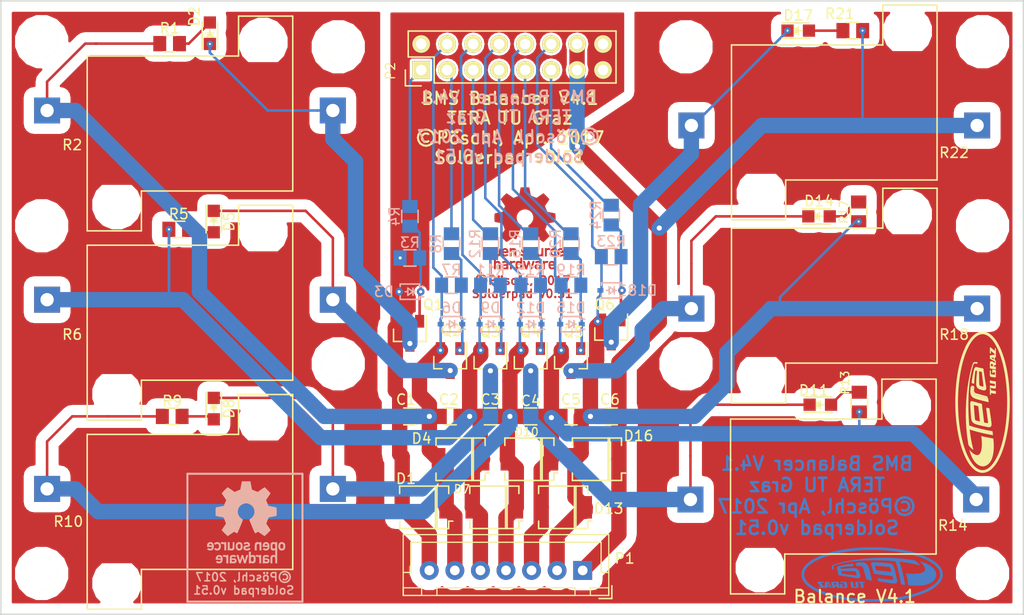
<source format=kicad_pcb>
(kicad_pcb (version 4) (host pcbnew no-vcs-found-product)
  (title_block (title "BMS Balancer") (date 2016-05-17) (rev 4) (company "TERA TU Graz") (comment 1 "Rene Pöschl"))
  (layers (0 F.Cu signal) (31 B.Cu signal) (34 B.Paste user) (35 F.Paste user) (36 B.SilkS user) (37 F.SilkS user) (38 B.Mask user) (39 F.Mask user) (44 Edge.Cuts user))
  (net 0 "")
  (net 1 +BATT)
  (net 2 "Net-(D17-Pad1)")
  (net 3 /V3)
  (net 4 "Net-(D8-Pad1)")
  (net 5 /V2)
  (net 6 "Net-(D5-Pad1)")
  (net 7 /V5)
  (net 8 "Net-(D14-Pad1)")
  (net 9 /V4)
  (net 10 "Net-(D11-Pad1)")
  (net 11 /V1)
  (net 12 "Net-(D2-Pad1)")
  (net 13 GND)
  (net 14 "Net-(D6-Pad1)")
  (net 15 "Net-(D18-Pad1)")
  (net 16 "Net-(D15-Pad1)")
  (net 17 "Net-(D3-Pad1)")
  (net 18 "Net-(D12-Pad1)")
  (net 19 "Net-(D9-Pad1)")
  (net 20 /CB4)
  (net 21 "Net-(D2-Pad2)")
  (net 22 "Net-(D17-Pad2)")
  (net 23 /CB5)
  (net 24 "Net-(D14-Pad2)")
  (net 25 /CB3)
  (net 26 /CB6)
  (net 27 "Net-(D8-Pad2)")
  (net 28 /CB2)
  (net 29 /CB1)
  (net 30 "Net-(D5-Pad2)")
  (net 31 "Net-(D11-Pad2)")
  (net 32 /BalancerCell1/Heat)
  (module Mounting_Holes:MountingHole_3.2mm_M3 (layer F.Cu) (at 133 85.5)
    (fp_text reference REF** hide)
    (fp_text value MountingHole_3.2mm_M3 hide)
    (pad 1 np_thru_hole circle (at 0 0) (size 3.2 3.2) (drill 3.2) (layers *.Cu *.Mask F.SilkS))
  )
  (module Mounting_Holes:MountingHole_3.2mm_M3 (layer F.Cu) (at 167 85.5)
    (fp_text reference REF** hide)
    (fp_text value MountingHole_3.2mm_M3 hide)
    (pad 1 np_thru_hole circle (at 0 0) (size 3.2 3.2) (drill 3.2) (layers *.Cu *.Mask F.SilkS))
  )
  (module Mounting_Holes:MountingHole_3.2mm_M3 (layer F.Cu) (at 133 54.5)
    (fp_text reference REF** hide)
    (fp_text value MountingHole_3.2mm_M3 hide)
    (pad 1 np_thru_hole circle (at 0 0) (size 3.2 3.2) (drill 3.2) (layers *.Cu *.Mask F.SilkS))
  )
  (module Mounting_Holes:MountingHole_3.2mm_M3 (layer F.Cu) (at 167 54.5)
    (fp_text reference REF** hide)
    (fp_text value MountingHole_3.2mm_M3 hide)
    (pad 1 np_thru_hole circle (at 0 0) (size 3.2 3.2) (drill 3.2) (layers *.Cu *.Mask F.SilkS))
  )
  (module Mounting_Holes:MountingHole_3.2mm_M3 (layer F.Cu) (at 104 72)
    (fp_text reference REF** hide)
    (fp_text value MountingHole_3.2mm_M3 hide)
    (pad 1 np_thru_hole circle (at 0 0) (size 3.2 3.2) (drill 3.2) (layers *.Cu *.Mask F.SilkS))
  )
  (module Mounting_Holes:MountingHole_3.2mm_M3 (layer F.Cu) (at 196 72)
    (fp_text reference REF** hide)
    (fp_text value MountingHole_3.2mm_M3 hide)
    (pad 1 np_thru_hole circle (at 0 0) (size 3.2 3.2) (drill 3.2) (layers *.Cu *.Mask F.SilkS))
  )
  (module Mounting_Holes:MountingHole_3.2mm_M3 (layer F.Cu) (at 104 54)
    (fp_text reference REF** hide)
    (fp_text value MountingHole_3.2mm_M3 hide)
    (pad 1 np_thru_hole circle (at 0 0) (size 3.2 3.2) (drill 3.2) (layers *.Cu *.Mask F.SilkS))
  )
  (module Mounting_Holes:MountingHole_3.2mm_M3 (layer F.Cu) (at 104 106)
    (fp_text reference REF** hide)
    (fp_text value MountingHole_3.2mm_M3 hide)
    (pad 1 np_thru_hole circle (at 0 0) (size 3.2 3.2) (drill 3.2) (layers *.Cu *.Mask F.SilkS))
  )
  (module Mounting_Holes:MountingHole_3.2mm_M3 (layer F.Cu) (at 196 106)
    (fp_text reference REF** hide)
    (fp_text value MountingHole_3.2mm_M3 hide)
    (pad 1 np_thru_hole circle (at 0 0) (size 3.2 3.2) (drill 3.2) (layers *.Cu *.Mask F.SilkS))
  )
  (module Mounting_Holes:MountingHole_3.2mm_M3 (layer F.Cu) (at 196 54)
    (fp_text reference REF** hide)
    (fp_text value MountingHole_3.2mm_M3 hide)
    (pad 1 np_thru_hole circle (at 0 0) (size 3.2 3.2) (drill 3.2) (layers *.Cu *.Mask F.SilkS))
  )
  (module Pin_Headers:Pin_Header_Straight_2x08 (layer F.Cu) (at 141.11 56.77 90)
    (fp_text reference P2 (at -0.088 -3.01 90) (layer F.SilkS) (effects (font (size 0.9 0.9) (thickness 0.125))))
    (fp_text value CONN_02X08 hide)
    (pad 1 thru_hole rect (at 0 0 90) (size 1.7272 1.7272) (drill 1.016) (layers *.Cu *.Mask F.SilkS) (net 29 /CB1))
    (pad 2 thru_hole oval (at 2.54 0 90) (size 1.7272 1.7272) (drill 1.016) (layers *.Cu *.Mask F.SilkS) (net 13 GND))
    (pad 3 thru_hole oval (at 0 2.54 90) (size 1.7272 1.7272) (drill 1.016) (layers *.Cu *.Mask F.SilkS) (net 28 /CB2))
    (pad 4 thru_hole oval (at 2.54 2.54 90) (size 1.7272 1.7272) (drill 1.016) (layers *.Cu *.Mask F.SilkS) (net 11 /V1))
    (pad 5 thru_hole oval (at 0 5.08 90) (size 1.7272 1.7272) (drill 1.016) (layers *.Cu *.Mask F.SilkS) (net 25 /CB3))
    (pad 6 thru_hole oval (at 2.54 5.08 90) (size 1.7272 1.7272) (drill 1.016) (layers *.Cu *.Mask F.SilkS) (net 5 /V2))
    (pad 7 thru_hole oval (at 0 7.62 90) (size 1.7272 1.7272) (drill 1.016) (layers *.Cu *.Mask F.SilkS) (net 20 /CB4))
    (pad 8 thru_hole oval (at 2.54 7.62 90) (size 1.7272 1.7272) (drill 1.016) (layers *.Cu *.Mask F.SilkS) (net 3 /V3))
    (pad 9 thru_hole oval (at 0 10.16 90) (size 1.7272 1.7272) (drill 1.016) (layers *.Cu *.Mask F.SilkS) (net 23 /CB5))
    (pad 10 thru_hole oval (at 2.54 10.16 90) (size 1.7272 1.7272) (drill 1.016) (layers *.Cu *.Mask F.SilkS) (net 9 /V4))
    (pad 11 thru_hole oval (at 0 12.7 90) (size 1.7272 1.7272) (drill 1.016) (layers *.Cu *.Mask F.SilkS) (net 26 /CB6))
    (pad 12 thru_hole oval (at 2.54 12.7 90) (size 1.7272 1.7272) (drill 1.016) (layers *.Cu *.Mask F.SilkS) (net 7 /V5))
    (pad 13 thru_hole oval (at 0 15.24 90) (size 1.7272 1.7272) (drill 1.016) (layers *.Cu *.Mask F.SilkS) (net 1 +BATT))
    (pad 14 thru_hole oval (at 2.54 15.24 90) (size 1.7272 1.7272) (drill 1.016) (layers *.Cu *.Mask F.SilkS) (net 1 +BATT))
    (pad 15 thru_hole oval (at 0 17.78 90) (size 1.7272 1.7272) (drill 1.016) (layers *.Cu *.Mask F.SilkS) (net 13 GND))
    (pad 16 thru_hole oval (at 2.54 17.78 90) (size 1.7272 1.7272) (drill 1.016) (layers *.Cu *.Mask F.SilkS) (net 13 GND))
  )
  (module tera_rlc:R_0805in (layer F.Cu) (at 116.764 90.64)
    (fp_text reference R9)
    (fp_text value 2K2)
    (fp_text user %R (at 0 -1.5) (layer F.SilkS))
    (pad 1 smd rect (at -0.965 0) (size 1.27 1.5) (layers F.Cu F.Paste F.Mask) (net 3 /V3))
    (pad 2 smd rect (at 0.965 0) (size 1.27 1.5) (layers F.Cu F.Paste F.Mask) (net 27 "Net-(D8-Pad2)"))
  )
  (module tera_rlc:R_0805in (layer B.Cu) (at 159.69 70.955 270)
    (fp_text reference R24)
    (fp_text value 1K)
    (fp_text user %R (at 0 1.5 270) (layer B.SilkS) (effects (justify mirror)))
    (pad 1 smd rect (at -0.965 0 270) (size 1.27 1.5) (layers B.Cu B.Paste B.Mask) (net 26 /CB6))
    (pad 2 smd rect (at 0.965 0 270) (size 1.27 1.5) (layers B.Cu B.Paste B.Mask) (net 15 "Net-(D18-Pad1)"))
  )
  (module tera_rlc:R_0805in (layer B.Cu) (at 159.69 75.019 180)
    (fp_text reference R23)
    (fp_text value 2M)
    (fp_text user %R (at 0 1.5 180) (layer B.SilkS) (effects (justify mirror)))
    (pad 1 smd rect (at -0.965 0 180) (size 1.27 1.5) (layers B.Cu B.Paste B.Mask) (net 15 "Net-(D18-Pad1)"))
    (pad 2 smd rect (at 0.965 0 180) (size 1.27 1.5) (layers B.Cu B.Paste B.Mask) (net 7 /V5))
  )
  (module tera_rlc:R_0805in (layer F.Cu) (at 183.312 52.921 180)
    (fp_text reference R21)
    (fp_text value 2K2)
    (fp_text user %R (at 1.27 1.651 180) (layer F.SilkS))
    (pad 1 smd rect (at -0.965 0 180) (size 1.27 1.5) (layers F.Cu F.Paste F.Mask) (net 1 +BATT))
    (pad 2 smd rect (at 0.965 0 180) (size 1.27 1.5) (layers F.Cu F.Paste F.Mask) (net 22 "Net-(D17-Pad2)"))
  )
  (module tera_rlc:R_0805in (layer B.Cu) (at 155.753 73.749 270)
    (fp_text reference R20)
    (fp_text value 1K)
    (fp_text user %R (at 0 1.5 270) (layer B.SilkS) (effects (justify mirror)))
    (pad 1 smd rect (at -0.965 0 270) (size 1.27 1.5) (layers B.Cu B.Paste B.Mask) (net 23 /CB5))
    (pad 2 smd rect (at 0.965 0 270) (size 1.27 1.5) (layers B.Cu B.Paste B.Mask) (net 16 "Net-(D15-Pad1)"))
  )
  (module tera_rlc:R_0805in (layer B.Cu) (at 155.753 77.813 180)
    (fp_text reference R19)
    (fp_text value 2M)
    (fp_text user %R (at 0 1.5 180) (layer B.SilkS) (effects (justify mirror)))
    (pad 1 smd rect (at -0.965 0 180) (size 1.27 1.5) (layers B.Cu B.Paste B.Mask) (net 16 "Net-(D15-Pad1)"))
    (pad 2 smd rect (at 0.965 0 180) (size 1.27 1.5) (layers B.Cu B.Paste B.Mask) (net 9 /V4))
  )
  (module tera_rlc:R_0805in (layer F.Cu) (at 183.8835 70.64 90)
    (fp_text reference R17)
    (fp_text value 2K2)
    (fp_text user %R (at 0 -1.4605 90) (layer F.SilkS) (effects (font (size 0.8 0.8) (thickness 0.13))))
    (pad 1 smd rect (at -0.965 0 90) (size 1.27 1.5) (layers F.Cu F.Paste F.Mask) (net 7 /V5))
    (pad 2 smd rect (at 0.965 0 90) (size 1.27 1.5) (layers F.Cu F.Paste F.Mask) (net 24 "Net-(D14-Pad2)"))
  )
  (module tera_rlc:R_0805in (layer B.Cu) (at 151.816 73.749 270)
    (fp_text reference R16)
    (fp_text value 1K)
    (fp_text user %R (at 0 1.5 270) (layer B.SilkS) (effects (justify mirror)))
    (pad 1 smd rect (at -0.965 0 270) (size 1.27 1.5) (layers B.Cu B.Paste B.Mask) (net 20 /CB4))
    (pad 2 smd rect (at 0.965 0 270) (size 1.27 1.5) (layers B.Cu B.Paste B.Mask) (net 18 "Net-(D12-Pad1)"))
  )
  (module tera_rlc:R_0805in (layer B.Cu) (at 151.816 77.813 180)
    (fp_text reference R15)
    (fp_text value 2M)
    (fp_text user %R (at 0 1.5 180) (layer B.SilkS) (effects (justify mirror)))
    (pad 1 smd rect (at -0.965 0 180) (size 1.27 1.5) (layers B.Cu B.Paste B.Mask) (net 18 "Net-(D12-Pad1)"))
    (pad 2 smd rect (at 0.965 0 180) (size 1.27 1.5) (layers B.Cu B.Paste B.Mask) (net 3 /V3))
  )
  (module tera_rlc:R_0805in (layer B.Cu) (at 147.879 73.749 270)
    (fp_text reference R12)
    (fp_text value 1K)
    (fp_text user %R (at 0 1.5 270) (layer B.SilkS) (effects (justify mirror)))
    (pad 1 smd rect (at -0.965 0 270) (size 1.27 1.5) (layers B.Cu B.Paste B.Mask) (net 25 /CB3))
    (pad 2 smd rect (at 0.965 0 270) (size 1.27 1.5) (layers B.Cu B.Paste B.Mask) (net 19 "Net-(D9-Pad1)"))
  )
  (module tera_rlc:R_0805in (layer B.Cu) (at 147.879 77.813 180)
    (fp_text reference R11)
    (fp_text value 2M)
    (fp_text user %R (at 0 1.5 180) (layer B.SilkS) (effects (justify mirror)))
    (pad 1 smd rect (at -0.965 0 180) (size 1.27 1.5) (layers B.Cu B.Paste B.Mask) (net 19 "Net-(D9-Pad1)"))
    (pad 2 smd rect (at 0.965 0 180) (size 1.27 1.5) (layers B.Cu B.Paste B.Mask) (net 5 /V2))
  )
  (module tera_rlc:R_0805in (layer B.Cu) (at 144.069 73.749 270)
    (fp_text reference R8)
    (fp_text value 1K)
    (fp_text user %R (at 0 1.5 270) (layer B.SilkS) (effects (justify mirror)))
    (pad 1 smd rect (at -0.965 0 270) (size 1.27 1.5) (layers B.Cu B.Paste B.Mask) (net 28 /CB2))
    (pad 2 smd rect (at 0.965 0 270) (size 1.27 1.5) (layers B.Cu B.Paste B.Mask) (net 14 "Net-(D6-Pad1)"))
  )
  (module tera_rlc:R_0805in (layer B.Cu) (at 144.069 77.813 180)
    (fp_text reference R7)
    (fp_text value 2M)
    (fp_text user %R (at 0 1.5 180) (layer B.SilkS) (effects (justify mirror)))
    (pad 1 smd rect (at -0.965 0 180) (size 1.27 1.5) (layers B.Cu B.Paste B.Mask) (net 14 "Net-(D6-Pad1)"))
    (pad 2 smd rect (at 0.965 0 180) (size 1.27 1.5) (layers B.Cu B.Paste B.Mask) (net 11 /V1))
  )
  (module tera_rlc:R_0805in (layer F.Cu) (at 117.399 72.352)
    (fp_text reference R5)
    (fp_text value 2K2)
    (fp_text user %R (at 0 -1.5) (layer F.SilkS))
    (pad 1 smd rect (at -0.965 0) (size 1.27 1.5) (layers F.Cu F.Paste F.Mask) (net 5 /V2))
    (pad 2 smd rect (at 0.965 0) (size 1.27 1.5) (layers F.Cu F.Paste F.Mask) (net 30 "Net-(D5-Pad2)"))
  )
  (module tera_rlc:R_0805in (layer B.Cu) (at 140.005 71.082 270)
    (fp_text reference R4)
    (fp_text value 1K)
    (fp_text user %R (at 0 1.5 270) (layer B.SilkS) (effects (justify mirror)))
    (pad 1 smd rect (at -0.965 0 270) (size 1.27 1.5) (layers B.Cu B.Paste B.Mask) (net 29 /CB1))
    (pad 2 smd rect (at 0.965 0 270) (size 1.27 1.5) (layers B.Cu B.Paste B.Mask) (net 17 "Net-(D3-Pad1)"))
  )
  (module tera_rlc:R_0805in (layer B.Cu) (at 140.005 75.146 180)
    (fp_text reference R3)
    (fp_text value 2M)
    (fp_text user %R (at 0 1.5 180) (layer B.SilkS) (effects (justify mirror)))
    (pad 1 smd rect (at -0.965 0 180) (size 1.27 1.5) (layers B.Cu B.Paste B.Mask) (net 17 "Net-(D3-Pad1)"))
    (pad 2 smd rect (at 0.965 0 180) (size 1.27 1.5) (layers B.Cu B.Paste B.Mask) (net 13 GND))
  )
  (module tera_rlc:R_0805in (layer F.Cu) (at 116.51 54.191)
    (fp_text reference R1)
    (fp_text value 2K2)
    (fp_text user %R (at 0 -1.5) (layer F.SilkS))
    (pad 1 smd rect (at -0.965 0) (size 1.27 1.5) (layers F.Cu F.Paste F.Mask) (net 11 /V1))
    (pad 2 smd rect (at 0.965 0) (size 1.27 1.5) (layers F.Cu F.Paste F.Mask) (net 21 "Net-(D2-Pad2)"))
  )
  (module tera_rlc:R_0805in (layer F.Cu) (at 183.947 89.243 90)
    (fp_text reference R13)
    (fp_text value 2K2)
    (fp_text user %R (at 1.905 -1.397 90) (layer F.SilkS) (effects (font (size 0.8 0.8) (thickness 0.13))))
    (pad 1 smd rect (at -0.965 0 90) (size 1.27 1.5) (layers F.Cu F.Paste F.Mask) (net 9 /V4))
    (pad 2 smd rect (at 0.965 0 90) (size 1.27 1.5) (layers F.Cu F.Paste F.Mask) (net 31 "Net-(D11-Pad2)"))
  )
  (module tera_rlc:C_0805in (layer F.Cu) (at 155.753 90.64 180)
    (fp_text reference C5)
    (fp_text value 100n)
    (fp_text user %R (at 0 1.651 180) (layer F.SilkS))
    (pad 1 smd rect (at -0.965 0 180) (size 1.27 1.5) (layers F.Cu F.Paste F.Mask) (net 7 /V5))
    (pad 2 smd rect (at 0.965 0 180) (size 1.27 1.5) (layers F.Cu F.Paste F.Mask) (net 9 /V4))
  )
  (module tera_rlc:C_0805in (layer F.Cu) (at 159.69 90.64 180)
    (fp_text reference C6)
    (fp_text value 100n)
    (fp_text user %R (at 0.127 1.651 180) (layer F.SilkS))
    (pad 1 smd rect (at -0.965 0 180) (size 1.27 1.5) (layers F.Cu F.Paste F.Mask) (net 1 +BATT))
    (pad 2 smd rect (at 0.965 0 180) (size 1.27 1.5) (layers F.Cu F.Paste F.Mask) (net 7 /V5))
  )
  (module tera_rlc:C_0805in (layer F.Cu) (at 151.816 90.64 180)
    (fp_text reference C4)
    (fp_text value 100n)
    (fp_text user %R (at 0 1.524 180) (layer F.SilkS))
    (pad 1 smd rect (at -0.965 0 180) (size 1.27 1.5) (layers F.Cu F.Paste F.Mask) (net 9 /V4))
    (pad 2 smd rect (at 0.965 0 180) (size 1.27 1.5) (layers F.Cu F.Paste F.Mask) (net 3 /V3))
  )
  (module tera_rlc:C_0805in (layer F.Cu) (at 140.005 90.64 180)
    (fp_text reference C1)
    (fp_text value 100n)
    (fp_text user %R (at 0.381 1.651 180) (layer F.SilkS))
    (pad 1 smd rect (at -0.965 0 180) (size 1.27 1.5) (layers F.Cu F.Paste F.Mask) (net 11 /V1))
    (pad 2 smd rect (at 0.965 0 180) (size 1.27 1.5) (layers F.Cu F.Paste F.Mask) (net 13 GND))
  )
  (module tera_rlc:C_0805in (layer F.Cu) (at 143.942 90.64 180)
    (fp_text reference C2)
    (fp_text value 100n)
    (fp_text user %R (at 0.127 1.651 180) (layer F.SilkS))
    (pad 1 smd rect (at -0.965 0 180) (size 1.27 1.5) (layers F.Cu F.Paste F.Mask) (net 5 /V2))
    (pad 2 smd rect (at 0.965 0 180) (size 1.27 1.5) (layers F.Cu F.Paste F.Mask) (net 11 /V1))
  )
  (module tera_rlc:C_0805in (layer F.Cu) (at 147.879 90.64 180)
    (fp_text reference C3)
    (fp_text value 100n)
    (fp_text user %R (at 0 1.651 180) (layer F.SilkS))
    (pad 1 smd rect (at -0.965 0 180) (size 1.27 1.5) (layers F.Cu F.Paste F.Mask) (net 3 /V3))
    (pad 2 smd rect (at 0.965 0 180) (size 1.27 1.5) (layers F.Cu F.Paste F.Mask) (net 5 /V2))
  )
  (module tera_diodes:SOD-323 (layer B.Cu) (at 140.005 78.448 180)
    (fp_text reference D3)
    (fp_text value 5.1V)
    (fp_text user %R (at 2.54 0 180) (layer B.SilkS) (effects (justify mirror)))
    (pad 1 smd rect (at -1.055 0 180) (size 0.59 0.45) (layers B.Cu B.Paste B.Mask) (net 17 "Net-(D3-Pad1)"))
    (pad 2 smd rect (at 1.055 0 180) (size 0.59 0.45) (layers B.Cu B.Paste B.Mask) (net 13 GND))
  )
  (module tera_diodes:SOD-323 (layer B.Cu) (at 159.69 78.321 180)
    (fp_text reference D18)
    (fp_text value 5.1V)
    (fp_text user %R (at -3.048 0 180) (layer B.SilkS) (effects (justify mirror)))
    (pad 1 smd rect (at -1.055 0 180) (size 0.59 0.45) (layers B.Cu B.Paste B.Mask) (net 15 "Net-(D18-Pad1)"))
    (pad 2 smd rect (at 1.055 0 180) (size 0.59 0.45) (layers B.Cu B.Paste B.Mask) (net 7 /V5))
  )
  (module tera_diodes:SOD-323 (layer B.Cu) (at 144.069 81.623 180)
    (fp_text reference D6)
    (fp_text value 5.1V)
    (fp_text user %R (at 0 1.6 180) (layer B.SilkS) (effects (justify mirror)))
    (pad 1 smd rect (at -1.055 0 180) (size 0.59 0.45) (layers B.Cu B.Paste B.Mask) (net 14 "Net-(D6-Pad1)"))
    (pad 2 smd rect (at 1.055 0 180) (size 0.59 0.45) (layers B.Cu B.Paste B.Mask) (net 11 /V1))
  )
  (module tera_diodes:SOD-323 (layer B.Cu) (at 155.753 81.623 180)
    (fp_text reference D15)
    (fp_text value 5.1V)
    (fp_text user %R (at 0 1.6 180) (layer B.SilkS) (effects (justify mirror)))
    (pad 1 smd rect (at -1.055 0 180) (size 0.59 0.45) (layers B.Cu B.Paste B.Mask) (net 16 "Net-(D15-Pad1)"))
    (pad 2 smd rect (at 1.055 0 180) (size 0.59 0.45) (layers B.Cu B.Paste B.Mask) (net 9 /V4))
  )
  (module tera_diodes:SOD-323 (layer B.Cu) (at 147.879 81.623 180)
    (fp_text reference D9)
    (fp_text value 5.1V)
    (fp_text user %R (at 0 1.6 180) (layer B.SilkS) (effects (justify mirror)))
    (pad 1 smd rect (at -1.055 0 180) (size 0.59 0.45) (layers B.Cu B.Paste B.Mask) (net 19 "Net-(D9-Pad1)"))
    (pad 2 smd rect (at 1.055 0 180) (size 0.59 0.45) (layers B.Cu B.Paste B.Mask) (net 5 /V2))
  )
  (module tera_diodes:SOD-323 (layer B.Cu) (at 151.816 81.623 180)
    (fp_text reference D12)
    (fp_text value 5.1V)
    (fp_text user %R (at 0 1.6 180) (layer B.SilkS) (effects (justify mirror)))
    (pad 1 smd rect (at -1.055 0 180) (size 0.59 0.45) (layers B.Cu B.Paste B.Mask) (net 18 "Net-(D12-Pad1)"))
    (pad 2 smd rect (at 1.055 0 180) (size 0.59 0.45) (layers B.Cu B.Paste B.Mask) (net 3 /V3))
  )
  (module tera_diodes:LED_0805 (layer F.Cu) (at 177.978 52.921)
    (fp_text reference D17)
    (fp_text value LED hide)
    (fp_text user %R (at 0 -1.5) (layer F.SilkS))
    (pad 2 smd rect (at 1.04902 0 180) (size 1.19888 1.19888) (layers F.Cu F.Paste F.Mask) (net 22 "Net-(D17-Pad2)"))
    (pad 1 smd rect (at -1.04902 0 180) (size 1.19888 1.19888) (layers F.Cu F.Paste F.Mask) (net 2 "Net-(D17-Pad1)"))
  )
  (module tera_diodes:LED_0805 (layer F.Cu) (at 180.01 71.082)
    (fp_text reference D14)
    (fp_text value LED hide)
    (fp_text user %R (at 0 -1.5) (layer F.SilkS))
    (pad 2 smd rect (at 1.04902 0 180) (size 1.19888 1.19888) (layers F.Cu F.Paste F.Mask) (net 24 "Net-(D14-Pad2)"))
    (pad 1 smd rect (at -1.04902 0 180) (size 1.19888 1.19888) (layers F.Cu F.Paste F.Mask) (net 8 "Net-(D14-Pad1)"))
  )
  (module tera_diodes:LED_0805 (layer F.Cu) (at 120.828 89.878 270)
    (fp_text reference D8)
    (fp_text value LED hide)
    (fp_text user %R (at 0 -1.5 270) (layer F.SilkS))
    (pad 2 smd rect (at 1.04902 0 90) (size 1.19888 1.19888) (layers F.Cu F.Paste F.Mask) (net 27 "Net-(D8-Pad2)"))
    (pad 1 smd rect (at -1.04902 0 90) (size 1.19888 1.19888) (layers F.Cu F.Paste F.Mask) (net 4 "Net-(D8-Pad1)"))
  )
  (module tera_diodes:LED_0805 (layer F.Cu) (at 120.447 53.175 90)
    (fp_text reference D2)
    (fp_text value LED hide)
    (fp_text user %R (at 1.651 -1.524 90) (layer F.SilkS))
    (pad 2 smd rect (at 1.04902 0 270) (size 1.19888 1.19888) (layers F.Cu F.Paste F.Mask) (net 21 "Net-(D2-Pad2)"))
    (pad 1 smd rect (at -1.04902 0 270) (size 1.19888 1.19888) (layers F.Cu F.Paste F.Mask) (net 12 "Net-(D2-Pad1)"))
  )
  (module tera_diodes:LED_0805 (layer F.Cu) (at 180.137 89.497)
    (fp_text reference D11)
    (fp_text value LED hide)
    (fp_text user %R (at -0.635 -1.397) (layer F.SilkS))
    (pad 2 smd rect (at 1.04902 0 180) (size 1.19888 1.19888) (layers F.Cu F.Paste F.Mask) (net 31 "Net-(D11-Pad2)"))
    (pad 1 smd rect (at -1.04902 0 180) (size 1.19888 1.19888) (layers F.Cu F.Paste F.Mask) (net 10 "Net-(D11-Pad1)"))
  )
  (module tera_diodes:LED_0805 (layer F.Cu) (at 120.828 71.59 270)
    (fp_text reference D5)
    (fp_text value LED hide)
    (fp_text user %R (at 0 -1.5 270) (layer F.SilkS))
    (pad 2 smd rect (at 1.04902 0 90) (size 1.19888 1.19888) (layers F.Cu F.Paste F.Mask) (net 30 "Net-(D5-Pad2)"))
    (pad 1 smd rect (at -1.04902 0 90) (size 1.19888 1.19888) (layers F.Cu F.Paste F.Mask) (net 6 "Net-(D5-Pad1)"))
  )
  (module tera_diodes:DO-214AA (layer F.Cu) (at 141.402 99.53 180)
    (fp_text reference D1)
    (fp_text value 5.1V)
    (fp_text user %R (at 1.778 2.794 180) (layer F.SilkS))
    (pad 2 smd rect (at 2.15 0 180) (size 1.34 2.2) (layers F.Cu F.Paste F.Mask) (net 13 GND))
    (pad 1 smd rect (at -2.15 0 180) (size 1.34 2.2) (layers F.Cu F.Paste F.Mask) (net 11 /V1))
  )
  (module tera_diodes:DO-214AA (layer F.Cu) (at 144.958 94.831 180)
    (fp_text reference D4)
    (fp_text value 5.1V)
    (fp_text user %R (at 3.81 2.032 180) (layer F.SilkS))
    (pad 2 smd rect (at 2.15 0 180) (size 1.34 2.2) (layers F.Cu F.Paste F.Mask) (net 11 /V1))
    (pad 1 smd rect (at -2.15 0 180) (size 1.34 2.2) (layers F.Cu F.Paste F.Mask) (net 5 /V2))
  )
  (module tera_diodes:DO-214AA (layer F.Cu) (at 158.293 94.831 180)
    (fp_text reference D16)
    (fp_text value 5.1V)
    (fp_text user %R (at -4.064 2.286 180) (layer F.SilkS))
    (pad 2 smd rect (at 2.15 0 180) (size 1.34 2.2) (layers F.Cu F.Paste F.Mask) (net 7 /V5))
    (pad 1 smd rect (at -2.15 0 180) (size 1.34 2.2) (layers F.Cu F.Paste F.Mask) (net 1 +BATT))
  )
  (module tera_diodes:DO-214AA (layer F.Cu) (at 148.26 99.53 180)
    (fp_text reference D7)
    (fp_text value 5.1V)
    (fp_text user %R (at 3.175 1.778 180) (layer F.SilkS) (effects (font (size 0.8 0.8) (thickness 0.13))))
    (pad 2 smd rect (at 2.15 0 180) (size 1.34 2.2) (layers F.Cu F.Paste F.Mask) (net 5 /V2))
    (pad 1 smd rect (at -2.15 0 180) (size 1.34 2.2) (layers F.Cu F.Paste F.Mask) (net 3 /V3))
  )
  (module tera_diodes:DO-214AA (layer F.Cu) (at 154.991 99.53 180)
    (fp_text reference D13)
    (fp_text value 5.1V)
    (fp_text user %R (at -4.445 -0.127 180) (layer F.SilkS))
    (pad 2 smd rect (at 2.15 0 180) (size 1.34 2.2) (layers F.Cu F.Paste F.Mask) (net 9 /V4))
    (pad 1 smd rect (at -2.15 0 180) (size 1.34 2.2) (layers F.Cu F.Paste F.Mask) (net 7 /V5))
  )
  (module tera_diodes:DO-214AA (layer F.Cu) (at 151.689 94.831 180)
    (fp_text reference D10)
    (fp_text value 5.1V)
    (fp_text user %R (at 0.254 2.667 180) (layer F.SilkS) (effects (font (size 0.8 0.8) (thickness 0.13))))
    (pad 2 smd rect (at 2.15 0 180) (size 1.34 2.2) (layers F.Cu F.Paste F.Mask) (net 3 /V3))
    (pad 1 smd rect (at -2.15 0 180) (size 1.34 2.2) (layers F.Cu F.Paste F.Mask) (net 9 /V4))
  )
  (module tera_atomic_infineon:BSS205N (layer F.Cu) (at 159.69 82.385 180)
    (fp_text reference Q6)
    (fp_text value BSS205N)
    (fp_text user %R (at 0.635 2.667 180) (layer F.SilkS))
    (pad 1 smd rect (at -0.95 1.175 180) (size 0.9 1.25) (layers F.Cu F.Paste F.Mask) (net 15 "Net-(D18-Pad1)"))
    (pad 2 smd rect (at 0.95 1.175 180) (size 0.9 1.25) (layers F.Cu F.Paste F.Mask) (net 7 /V5))
    (pad 3 smd rect (at 0 -1.175 180) (size 0.9 1.25) (layers F.Cu F.Paste F.Mask) (net 2 "Net-(D17-Pad1)"))
  )
  (module tera_atomic_infineon:BSS205N (layer F.Cu) (at 155.753 85.179 180)
    (fp_text reference Q5)
    (fp_text value BSS205N)
    (fp_text user %R (at -0.254 2.794 180) (layer F.SilkS))
    (pad 1 smd rect (at -0.95 1.175 180) (size 0.9 1.25) (layers F.Cu F.Paste F.Mask) (net 16 "Net-(D15-Pad1)"))
    (pad 2 smd rect (at 0.95 1.175 180) (size 0.9 1.25) (layers F.Cu F.Paste F.Mask) (net 9 /V4))
    (pad 3 smd rect (at 0 -1.175 180) (size 0.9 1.25) (layers F.Cu F.Paste F.Mask) (net 8 "Net-(D14-Pad1)"))
  )
  (module tera_atomic_infineon:BSS205N (layer F.Cu) (at 151.816 85.179 180)
    (fp_text reference Q4)
    (fp_text value BSS205N)
    (fp_text user %R (at 0 2.794 180) (layer F.SilkS))
    (pad 1 smd rect (at -0.95 1.175 180) (size 0.9 1.25) (layers F.Cu F.Paste F.Mask) (net 18 "Net-(D12-Pad1)"))
    (pad 2 smd rect (at 0.95 1.175 180) (size 0.9 1.25) (layers F.Cu F.Paste F.Mask) (net 3 /V3))
    (pad 3 smd rect (at 0 -1.175 180) (size 0.9 1.25) (layers F.Cu F.Paste F.Mask) (net 10 "Net-(D11-Pad1)"))
  )
  (module tera_atomic_infineon:BSS205N (layer F.Cu) (at 147.879 85.179 180)
    (fp_text reference Q3)
    (fp_text value BSS205N)
    (fp_text user %R (at 0 2.794 180) (layer F.SilkS))
    (pad 1 smd rect (at -0.95 1.175 180) (size 0.9 1.25) (layers F.Cu F.Paste F.Mask) (net 19 "Net-(D9-Pad1)"))
    (pad 2 smd rect (at 0.95 1.175 180) (size 0.9 1.25) (layers F.Cu F.Paste F.Mask) (net 5 /V2))
    (pad 3 smd rect (at 0 -1.175 180) (size 0.9 1.25) (layers F.Cu F.Paste F.Mask) (net 4 "Net-(D8-Pad1)"))
  )
  (module tera_atomic_infineon:BSS205N (layer F.Cu) (at 143.942 85.179 180)
    (fp_text reference Q2)
    (fp_text value BSS205N)
    (fp_text user %R (at -0.127 2.921 180) (layer F.SilkS))
    (pad 1 smd rect (at -0.95 1.175 180) (size 0.9 1.25) (layers F.Cu F.Paste F.Mask) (net 14 "Net-(D6-Pad1)"))
    (pad 2 smd rect (at 0.95 1.175 180) (size 0.9 1.25) (layers F.Cu F.Paste F.Mask) (net 11 /V1))
    (pad 3 smd rect (at 0 -1.175 180) (size 0.9 1.25) (layers F.Cu F.Paste F.Mask) (net 6 "Net-(D5-Pad1)"))
  )
  (module tera_atomic_infineon:BSS205N (layer F.Cu) (at 140.005 82.512 180)
    (fp_text reference Q1)
    (fp_text value BSS205N)
    (fp_text user %R (at -2.286 2.794 180) (layer F.SilkS))
    (pad 1 smd rect (at -0.95 1.175 180) (size 0.9 1.25) (layers F.Cu F.Paste F.Mask) (net 17 "Net-(D3-Pad1)"))
    (pad 2 smd rect (at 0.95 1.175 180) (size 0.9 1.25) (layers F.Cu F.Paste F.Mask) (net 13 GND))
    (pad 3 smd rect (at 0 -1.175 180) (size 0.9 1.25) (layers F.Cu F.Paste F.Mask) (net 12 "Net-(D2-Pad1)"))
  )
  (module tera_rlc:R_HS15-EP (layer F.Cu) (at 118.5 62)
    (fp_text reference R2)
    (fp_text value 3R3)
    (fp_text user %R (at -11.515 2.097) (layer F.SilkS))
    (pad 1 thru_hole rect (at -13.97 -1.27 90) (size 2.54 2.54) (drill 1.3) (layers *.Cu *.Mask) (net 11 /V1))
    (pad 2 thru_hole rect (at 13.97 -1.27 90) (size 2.54 2.54) (drill 1.3) (layers *.Cu *.Mask) (net 12 "Net-(D2-Pad1)"))
    (pad "" np_thru_hole circle (at -7.15 7.95) (size 2.8 2.8) (drill 2.8) (layers *.Cu *.Mask))
    (pad "" np_thru_hole circle (at 7.15 -7.95) (size 2.8 2.8) (drill 2.8) (layers *.Cu *.Mask))
    (pad 3 smd rect (at 0 0) (size 19.9 12) (layers F.Cu F.Paste F.Mask) (net 32 /BalancerCell1/Heat))
  )
  (module tera_rlc:R_HS15-EP (layer F.Cu) (at 118.5 99)
    (fp_text reference R10)
    (fp_text value 3R3)
    (fp_text user %R (at -11.896 1.927) (layer F.SilkS))
    (pad 1 thru_hole rect (at -13.97 -1.27 90) (size 2.54 2.54) (drill 1.3) (layers *.Cu *.Mask) (net 3 /V3))
    (pad 2 thru_hole rect (at 13.97 -1.27 90) (size 2.54 2.54) (drill 1.3) (layers *.Cu *.Mask) (net 4 "Net-(D8-Pad1)"))
    (pad "" np_thru_hole circle (at -7.15 7.95) (size 2.8 2.8) (drill 2.8) (layers *.Cu *.Mask))
    (pad "" np_thru_hole circle (at 7.15 -7.95) (size 2.8 2.8) (drill 2.8) (layers *.Cu *.Mask))
    (pad 3 smd rect (at 0 0) (size 19.9 12) (layers F.Cu F.Paste F.Mask) (net 32 /BalancerCell1/Heat))
  )
  (module tera_rlc:R_HS15-EP (layer F.Cu) (at 181.407 97.498 180)
    (fp_text reference R14)
    (fp_text value 3R3)
    (fp_text user %R (at -11.684 -3.81 180) (layer F.SilkS))
    (pad 1 thru_hole rect (at -13.97 -1.27 270) (size 2.54 2.54) (drill 1.3) (layers *.Cu *.Mask) (net 9 /V4))
    (pad 2 thru_hole rect (at 13.97 -1.27 270) (size 2.54 2.54) (drill 1.3) (layers *.Cu *.Mask) (net 10 "Net-(D11-Pad1)"))
    (pad "" np_thru_hole circle (at -7.15 7.95 180) (size 2.8 2.8) (drill 2.8) (layers *.Cu *.Mask))
    (pad "" np_thru_hole circle (at 7.15 -7.95 180) (size 2.8 2.8) (drill 2.8) (layers *.Cu *.Mask))
    (pad 3 smd rect (at 0 0 180) (size 19.9 12) (layers F.Cu F.Paste F.Mask) (net 32 /BalancerCell1/Heat))
  )
  (module tera_rlc:R_HS15-EP (layer F.Cu) (at 118.5 80.5)
    (fp_text reference R6)
    (fp_text value 3R3)
    (fp_text user %R (at -11.515 2.139) (layer F.SilkS))
    (pad 1 thru_hole rect (at -13.97 -1.27 90) (size 2.54 2.54) (drill 1.3) (layers *.Cu *.Mask) (net 5 /V2))
    (pad 2 thru_hole rect (at 13.97 -1.27 90) (size 2.54 2.54) (drill 1.3) (layers *.Cu *.Mask) (net 6 "Net-(D5-Pad1)"))
    (pad "" np_thru_hole circle (at -7.15 7.95) (size 2.8 2.8) (drill 2.8) (layers *.Cu *.Mask))
    (pad "" np_thru_hole circle (at 7.15 -7.95) (size 2.8 2.8) (drill 2.8) (layers *.Cu *.Mask))
    (pad 3 smd rect (at 0 0) (size 19.9 12) (layers F.Cu F.Paste F.Mask) (net 32 /BalancerCell1/Heat))
  )
  (module tera_rlc:R_HS15-EP (layer F.Cu) (at 181.5 78.829 180)
    (fp_text reference R18)
    (fp_text value 3R3)
    (fp_text user %R (at -11.718 -3.81 180) (layer F.SilkS))
    (pad 1 thru_hole rect (at -13.97 -1.27 270) (size 2.54 2.54) (drill 1.3) (layers *.Cu *.Mask) (net 7 /V5))
    (pad 2 thru_hole rect (at 13.97 -1.27 270) (size 2.54 2.54) (drill 1.3) (layers *.Cu *.Mask) (net 8 "Net-(D14-Pad1)"))
    (pad "" np_thru_hole circle (at -7.15 7.95 180) (size 2.8 2.8) (drill 2.8) (layers *.Cu *.Mask))
    (pad "" np_thru_hole circle (at 7.15 -7.95 180) (size 2.8 2.8) (drill 2.8) (layers *.Cu *.Mask))
    (pad 3 smd rect (at 0 0 180) (size 19.9 12) (layers F.Cu F.Paste F.Mask) (net 32 /BalancerCell1/Heat))
  )
  (module tera_rlc:R_HS15-EP (layer F.Cu) (at 181.5 60.922 180)
    (fp_text reference R22)
    (fp_text value 3R3)
    (fp_text user %R (at -11.718 -3.937 180) (layer F.SilkS))
    (pad 1 thru_hole rect (at -13.97 -1.27 270) (size 2.54 2.54) (drill 1.3) (layers *.Cu *.Mask) (net 1 +BATT))
    (pad 2 thru_hole rect (at 13.97 -1.27 270) (size 2.54 2.54) (drill 1.3) (layers *.Cu *.Mask) (net 2 "Net-(D17-Pad1)"))
    (pad "" np_thru_hole circle (at -7.15 7.95 180) (size 2.8 2.8) (drill 2.8) (layers *.Cu *.Mask))
    (pad "" np_thru_hole circle (at 7.15 -7.95 180) (size 2.8 2.8) (drill 2.8) (layers *.Cu *.Mask))
    (pad 3 smd rect (at 0 0 180) (size 19.9 12) (layers F.Cu F.Paste F.Mask) (net 32 /BalancerCell1/Heat))
  )
  (module Symbols:OSHW-Logo_7.5x8mm_Copper (layer F.Cu) (at 151.25 72.25)
    (fp_text reference REF*** hide)
    (fp_text value OSHW-Logo_7.5x8mm_Copper hide)
    (fp_poly (pts (xy -2.53664 1.952468) (xy -2.501408 1.969874) (xy -2.45796 2.000206) (xy -2.426294 2.033283) (xy -2.404606 2.074817) (xy -2.391097 2.130522) (xy -2.383962 2.206111) (xy -2.3814 2.307296) (xy -2.38125 2.350797) (xy -2.381688 2.446135) (xy -2.383504 2.514271) (xy -2.387455 2.561418) (xy -2.394298 2.59379) (xy -2.404789 2.6176) (xy -2.415704 2.633843) (xy -2.485381 2.702952) (xy -2.567434 2.744521) (xy -2.65595 2.757023) (xy -2.745019 2.738934) (xy -2.773237 2.726142) (xy -2.84079 2.690931) (xy -2.84079 3.2427) (xy -2.791488 3.217205) (xy -2.726527 3.19748) (xy -2.64668 3.192427) (xy -2.566948 3.201756) (xy -2.506735 3.222714) (xy -2.456792 3.262627) (xy -2.414119 3.319741) (xy -2.41091 3.325605) (xy -2.397378 3.353227) (xy -2.387495 3.381068) (xy -2.380691 3.414794) (xy -2.376399 3.460071) (xy -2.374049 3.522562) (xy -2.373072 3.607935) (xy -2.372895 3.70401) (xy -2.372895 4.010526) (xy -2.556711 4.010526) (xy -2.556711 3.445339) (xy -2.608125 3.402077) (xy -2.661534 3.367472) (xy -2.712112 3.36118) (xy -2.76297 3.377372) (xy -2.790075 3.393227) (xy -2.810249 3.41581) (xy -2.824597 3.44994) (xy -2.834224 3.500434) (xy -2.840237 3.572111) (xy -2.84374 3.669788) (xy -2.844974 3.734802) (xy -2.849145 4.002171) (xy -2.936875 4.007222) (xy -3.024606 4.012273) (xy -3.024606 2.353101) (xy -2.84079 2.353101) (xy -2.836104 2.4456) (xy -2.820312 2.509809) (xy -2.790817 2.549759) (xy -2.74502 2.56948) (xy -2.69875 2.573421) (xy -2.646372 2.568892) (xy -2.61161 2.551069) (xy -2.589872 2.527519) (xy -2.57276 2.502189) (xy -2.562573 2.473969) (xy -2.55804 2.434431) (xy -2.557891 2.375142) (xy -2.559416 2.325498) (xy -2.562919 2.25071) (xy -2.568133 2.201611) (xy -2.576913 2.170467) (xy -2.591114 2.149545) (xy -2.604516 2.137452) (xy -2.660513 2.111081) (xy -2.726789 2.106822) (xy -2.764844 2.115906) (xy -2.802523 2.148196) (xy -2.827481 2.211006) (xy -2.839578 2.303894) (xy -2.84079 2.353101) (xy -3.024606 2.353101) (xy -3.024606 1.938421) (xy -2.932698 1.938421) (xy -2.877517 1.940603) (xy -2.849048 1.948351) (xy -2.840794 1.963468) (xy -2.84079 1.963916) (xy -2.83696 1.97872) (xy -2.820067 1.977039) (xy -2.786481 1.960772) (xy -2.708222 1.935887) (xy -2.620173 1.933271) (xy -2.53664 1.952468)) (layer F.Cu) (width 0.01))
    (fp_poly (pts (xy -1.839543 3.198184) (xy -1.76093 3.21916) (xy -1.701084 3.25718) (xy -1.658853 3.306978) (xy -1.645725 3.32823) (xy -1.636032 3.350492) (xy -1.629256 3.37897) (xy -1.624877 3.418871) (xy -1.622376 3.475401) (xy -1.621232 3.553767) (xy -1.620928 3.659176) (xy -1.620922 3.687142) (xy -1.620922 4.010526) (xy -1.701132 4.010526) (xy -1.752294 4.006943) (xy -1.790123 3.997866) (xy -1.799601 3.992268) (xy -1.825512 3.982606) (xy -1.851976 3.992268) (xy -1.895548 4.00433) (xy -1.95884 4.009185) (xy -2.02899 4.007078) (xy -2.09314 3.998256) (xy -2.130593 3.986937) (xy -2.203067 3.940412) (xy -2.24836 3.875846) (xy -2.268722 3.79) (xy -2.268912 3.787796) (xy -2.267125 3.749713) (xy -2.105527 3.749713) (xy -2.091399 3.79303) (xy -2.068388 3.817408) (xy -2.022196 3.835845) (xy -1.961225 3.843205) (xy -1.899051 3.839583) (xy -1.849249 3.825074) (xy -1.835297 3.815765) (xy -1.810915 3.772753) (xy -1.804737 3.723857) (xy -1.804737 3.659605) (xy -1.897182 3.659605) (xy -1.985005 3.666366) (xy -2.051582 3.68552) (xy -2.092998 3.715376) (xy -2.105527 3.749713) (xy -2.267125 3.749713) (xy -2.26451 3.694004) (xy -2.233576 3.619847) (xy -2.175419 3.563767) (xy -2.16738 3.558665) (xy -2.132837 3.542055) (xy -2.090082 3.531996) (xy -2.030314 3.527107) (xy -1.95931 3.525983) (xy -1.804737 3.525921) (xy -1.804737 3.461125) (xy -1.811294 3.41085) (xy -1.828025 3.377169) (xy -1.829984 3.375376) (xy -1.867217 3.360642) (xy -1.92342 3.354931) (xy -1.985533 3.357737) (xy -2.04049 3.368556) (xy -2.073101 3.384782) (xy -2.090772 3.39778) (xy -2.109431 3.400262) (xy -2.135181 3.389613) (xy -2.174127 3.363218) (xy -2.23237 3.318465) (xy -2.237716 3.314273) (xy -2.234977 3.29876) (xy -2.212124 3.27296) (xy -2.177391 3.244289) (xy -2.13901 3.220166) (xy -2.126952 3.21447) (xy -2.082966 3.203103) (xy -2.018513 3.194995) (xy -1.946503 3.191743) (xy -1.943136 3.191736) (xy -1.839543 3.198184)) (layer F.Cu) (width 0.01))
    (fp_poly (pts (xy -1.320119 3.193486) (xy -1.295112 3.200982) (xy -1.28705 3.217451) (xy -1.286711 3.224886) (xy -1.285264 3.245594) (xy -1.275302 3.248845) (xy -1.248388 3.234648) (xy -1.232402 3.224948) (xy -1.181967 3.204175) (xy -1.121728 3.193904) (xy -1.058566 3.193114) (xy -0.999363 3.200786) (xy -0.950998 3.215898) (xy -0.920354 3.237432) (xy -0.914311 3.264366) (xy -0.917361 3.27166) (xy -0.939594 3.301937) (xy -0.97407 3.339175) (xy -0.980306 3.345195) (xy -1.013167 3.372875) (xy -1.04152 3.381818) (xy -1.081173 3.375576) (xy -1.097058 3.371429) (xy -1.146491 3.361467) (xy -1.181248 3.365947) (xy -1.2106 3.381746) (xy -1.237487 3.402949) (xy -1.25729 3.429614) (xy -1.271052 3.466827) (xy -1.279816 3.519673) (xy -1.284626 3.593237) (xy -1.286526 3.692605) (xy -1.286711 3.752601) (xy -1.286711 4.010526) (xy -1.453816 4.010526) (xy -1.453816 3.19171) (xy -1.370264 3.19171) (xy -1.320119 3.193486)) (layer F.Cu) (width 0.01))
    (fp_poly (pts (xy -0.267369 4.010526) (xy -0.359277 4.010526) (xy -0.412623 4.008962) (xy -0.440407 4.002485) (xy -0.45041 3.988418) (xy -0.451185 3.978906) (xy -0.452872 3.959832) (xy -0.46351 3.956174) (xy -0.491465 3.967932) (xy -0.513205 3.978906) (xy -0.596668 4.004911) (xy -0.687396 4.006416) (xy -0.761158 3.987021) (xy -0.829846 3.940165) (xy -0.882206 3.871004) (xy -0.910878 3.789427) (xy -0.911608 3.784866) (xy -0.915868 3.735101) (xy -0.917986 3.663659) (xy -0.917816 3.609626) (xy -0.73528 3.609626) (xy -0.731051 3.681441) (xy -0.721432 3.740634) (xy -0.70841 3.77406) (xy -0.659144 3.81974) (xy -0.60065 3.836115) (xy -0.540329 3.822873) (xy -0.488783 3.783373) (xy -0.469262 3.756807) (xy -0.457848 3.725106) (xy -0.452502 3.678832) (xy -0.451185 3.609328) (xy -0.453542 3.540499) (xy -0.459767 3.480026) (xy -0.468592 3.439556) (xy -0.470063 3.435929) (xy -0.505653 3.392802) (xy -0.5576 3.369124) (xy -0.615722 3.365301) (xy -0.66984 3.381738) (xy -0.709774 3.41884) (xy -0.713917 3.426222) (xy -0.726884 3.471239) (xy -0.733948 3.535967) (xy -0.73528 3.609626) (xy -0.917816 3.609626) (xy -0.917729 3.58223) (xy -0.916528 3.538405) (xy -0.908355 3.429988) (xy -0.89137 3.348588) (xy -0.863113 3.288412) (xy -0.821128 3.243666) (xy -0.780368 3.2174) (xy -0.723419 3.198935) (xy -0.652589 3.192602) (xy -0.580059 3.19776) (xy -0.518014 3.213769) (xy -0.485232 3.23292) (xy -0.451185 3.263732) (xy -0.451185 2.87421) (xy -0.267369 2.87421) (xy -0.267369 4.010526)) (layer F.Cu) (width 0.01))
    (fp_poly (pts (xy 0.37413 3.195104) (xy 0.44022 3.200066) (xy 0.526626 3.459079) (xy 0.613031 3.718092) (xy 0.640124 3.626184) (xy 0.656428 3.569384) (xy 0.677875 3.492625) (xy 0.701035 3.408251) (xy 0.71328 3.362993) (xy 0.759344 3.19171) (xy 0.949387 3.19171) (xy 0.892582 3.371349) (xy 0.864607 3.459704) (xy 0.830813 3.566281) (xy 0.79552 3.677454) (xy 0.764013 3.776579) (xy 0.69225 4.002171) (xy 0.537286 4.012253) (xy 0.49527 3.873528) (xy 0.469359 3.787351) (xy 0.441083 3.692347) (xy 0.416369 3.608441) (xy 0.415394 3.605102) (xy 0.396935 3.548248) (xy 0.380649 3.509456) (xy 0.369242 3.494787) (xy 0.366898 3.496483) (xy 0.358671 3.519225) (xy 0.343038 3.56794) (xy 0.321904 3.636502) (xy 0.29717 3.718785) (xy 0.283787 3.764046) (xy 0.211311 4.010526) (xy 0.057495 4.010526) (xy -0.065469 3.622006) (xy -0.100012 3.513022) (xy -0.131479 3.414048) (xy -0.158384 3.329736) (xy -0.179241 3.264734) (xy -0.192562 3.223692) (xy -0.196612 3.211701) (xy -0.193406 3.199423) (xy -0.168235 3.194046) (xy -0.115854 3.194584) (xy -0.107655 3.19499) (xy -0.010518 3.200066) (xy 0.0531 3.434013) (xy 0.076484 3.519333) (xy 0.097381 3.594335) (xy 0.113951 3.652507) (xy 0.124354 3.687337) (xy 0.126276 3.693016) (xy 0.134241 3.686486) (xy 0.150304 3.652654) (xy 0.172621 3.596127) (xy 0.199345 3.52151) (xy 0.221937 3.454107) (xy 0.308041 3.190143) (xy 0.37413 3.195104)) (layer F.Cu) (width 0.01))
    (fp_poly (pts (xy 1.379992 3.196673) (xy 1.450427 3.21378) (xy 1.470787 3.222844) (xy 1.510253 3.246583) (xy 1.540541 3.273321) (xy 1.562952 3.307699) (xy 1.578786 3.35436) (xy 1.589343 3.417946) (xy 1.595924 3.503099) (xy 1.599828 3.614462) (xy 1.60131 3.688849) (xy 1.606765 4.010526) (xy 1.51358 4.010526) (xy 1.457047 4.008156) (xy 1.427922 4.000055) (xy 1.420394 3.986451) (xy 1.41642 3.971741) (xy 1.398652 3.974554) (xy 1.37444 3.986348) (xy 1.313828 4.004427) (xy 1.235929 4.009299) (xy 1.153995 4.00133) (xy 1.081281 3.980889) (xy 1.074759 3.978051) (xy 1.008302 3.931365) (xy 0.964491 3.866464) (xy 0.944332 3.7906) (xy 0.945872 3.763344) (xy 1.110345 3.763344) (xy 1.124837 3.800024) (xy 1.167805 3.826309) (xy 1.237129 3.840417) (xy 1.274177 3.84229) (xy 1.335919 3.837494) (xy 1.37696 3.818858) (xy 1.386973 3.81) (xy 1.4141 3.761806) (xy 1.420394 3.718092) (xy 1.420394 3.659605) (xy 1.33893 3.659605) (xy 1.244234 3.664432) (xy 1.177813 3.679613) (xy 1.135846 3.7062) (xy 1.126449 3.718052) (xy 1.110345 3.763344) (xy 0.945872 3.763344) (xy 0.948829 3.711026) (xy 0.978985 3.634995) (xy 1.020131 3.583612) (xy 1.045052 3.561397) (xy 1.069448 3.546798) (xy 1.101191 3.537897) (xy 1.148152 3.532775) (xy 1.218204 3.529515) (xy 1.24599 3.528577) (xy 1.420394 3.522879) (xy 1.420138 3.470091) (xy 1.413384 3.414603) (xy 1.388964 3.381052) (xy 1.33963 3.359618) (xy 1.338306 3.359236) (xy 1.26836 3.350808) (xy 1.199914 3.361816) (xy 1.149047 3.388585) (xy 1.128637 3.401803) (xy 1.106654 3.399974) (xy 1.072826 3.380824) (xy 1.052961 3.367308) (xy 1.014106 3.338432) (xy 0.990038 3.316786) (xy 0.986176 3.310589) (xy 1.002079 3.278519) (xy 1.049065 3.240219) (xy 1.069473 3.227297) (xy 1.128143 3.205041) (xy 1.207212 3.192432) (xy 1.295041 3.1896) (xy 1.379992 3.196673)) (layer F.Cu) (width 0.01))
    (fp_poly (pts (xy 2.173167 3.191447) (xy 2.237408 3.204112) (xy 2.27398 3.222864) (xy 2.312453 3.254017) (xy 2.257717 3.323127) (xy 2.223969 3.364979) (xy 2.201053 3.385398) (xy 2.178279 3.388517) (xy 2.144956 3.378472) (xy 2.129314 3.372789) (xy 2.065542 3.364404) (xy 2.00714 3.382378) (xy 1.964264 3.422982) (xy 1.957299 3.435929) (xy 1.949713 3.470224) (xy 1.943859 3.533427) (xy 1.940011 3.62106) (xy 1.938443 3.72864) (xy 1.938421 3.743944) (xy 1.938421 4.010526) (xy 1.754605 4.010526) (xy 1.754605 3.19171) (xy 1.846513 3.19171) (xy 1.899507 3.193094) (xy 1.927115 3.199252) (xy 1.937324 3.213194) (xy 1.938421 3.226344) (xy 1.938421 3.260978) (xy 1.98245 3.226344) (xy 2.032937 3.202716) (xy 2.10076 3.191033) (xy 2.173167 3.191447)) (layer F.Cu) (width 0.01))
    (fp_poly (pts (xy 2.701193 3.196078) (xy 2.781068 3.216845) (xy 2.847962 3.259705) (xy 2.880351 3.291723) (xy 2.933445 3.367413) (xy 2.963873 3.455216) (xy 2.974327 3.56315) (xy 2.97438 3.571875) (xy 2.974473 3.659605) (xy 2.469534 3.659605) (xy 2.480298 3.705559) (xy 2.499732 3.747178) (xy 2.533745 3.790544) (xy 2.54086 3.797467) (xy 2.602003 3.834935) (xy 2.671729 3.841289) (xy 2.751987 3.816638) (xy 2.765592 3.81) (xy 2.807319 3.789819) (xy 2.835268 3.778321) (xy 2.840145 3.777258) (xy 2.857168 3.787583) (xy 2.889633 3.812845) (xy 2.906114 3.82665) (xy 2.940264 3.858361) (xy 2.951478 3.879299) (xy 2.943695 3.89856) (xy 2.939535 3.903827) (xy 2.911357 3.926878) (xy 2.864862 3.954892) (xy 2.832434 3.971246) (xy 2.740385 4.000059) (xy 2.638476 4.009395) (xy 2.541963 3.998332) (xy 2.514934 3.990412) (xy 2.431276 3.945581) (xy 2.369266 3.876598) (xy 2.328545 3.782794) (xy 2.308755 3.663498) (xy 2.306582 3.601118) (xy 2.312926 3.510298) (xy 2.473157 3.510298) (xy 2.488655 3.517012) (xy 2.530312 3.52228) (xy 2.590876 3.525389) (xy 2.631907 3.525921) (xy 2.705711 3.525408) (xy 2.752293 3.523006) (xy 2.777848 3.517422) (xy 2.788569 3.507361) (xy 2.790657 3.492763) (xy 2.776331 3.447796) (xy 2.740262 3.403353) (xy 2.692815 3.369242) (xy 2.645349 3.355288) (xy 2.580879 3.367666) (xy 2.52507 3.403452) (xy 2.486374 3.455033) (xy 2.473157 3.510298) (xy 2.312926 3.510298) (xy 2.315821 3.468866) (xy 2.344336 3.363498) (xy 2.392729 3.284178) (xy 2.461604 3.230071) (xy 2.551565 3.200343) (xy 2.6003 3.194618) (xy 2.701193 3.196078)) (layer F.Cu) (width 0.01))
    (fp_poly (pts (xy -3.373216 1.947104) (xy -3.285795 1.985754) (xy -3.21943 2.05029) (xy -3.174024 2.140812) (xy -3.149482 2.257418) (xy -3.147723 2.275624) (xy -3.146344 2.403984) (xy -3.164216 2.516496) (xy -3.20025 2.607688) (xy -3.219545 2.637022) (xy -3.286755 2.699106) (xy -3.37235 2.739316) (xy -3.46811 2.756003) (xy -3.565813 2.747517) (xy -3.640083 2.72138) (xy -3.703953 2.677335) (xy -3.756154 2.619587) (xy -3.757057 2.618236) (xy -3.778256 2.582593) (xy -3.792033 2.546752) (xy -3.800376 2.501519) (xy -3.805273 2.437701) (xy -3.807431 2.385368) (xy -3.808329 2.33791) (xy -3.641257 2.33791) (xy -3.639624 2.385154) (xy -3.633696 2.448046) (xy -3.623239 2.488407) (xy -3.604381 2.517122) (xy -3.586719 2.533896) (xy -3.524106 2.569016) (xy -3.458592 2.57371) (xy -3.397579 2.54844) (xy -3.367072 2.520124) (xy -3.345089 2.491589) (xy -3.332231 2.464284) (xy -3.326588 2.42875) (xy -3.326249 2.375524) (xy -3.327988 2.326506) (xy -3.331729 2.256482) (xy -3.337659 2.211064) (xy -3.348347 2.18144) (xy -3.366361 2.158797) (xy -3.380637 2.145855) (xy -3.440349 2.11186) (xy -3.504766 2.110165) (xy -3.558781 2.130301) (xy -3.60486 2.172352) (xy -3.632311 2.241428) (xy -3.641257 2.33791) (xy -3.808329 2.33791) (xy -3.809401 2.281299) (xy -3.806036 2.203468) (xy -3.795955 2.14493) (xy -3.777774 2.098737) (xy -3.75011 2.057942) (xy -3.739854 2.045828) (xy -3.675722 1.985474) (xy -3.606934 1.95022) (xy -3.522811 1.93545) (xy -3.481791 1.934243) (xy -3.373216 1.947104)) (layer F.Cu) (width 0.01))
    (fp_poly (pts (xy -1.802982 1.957027) (xy -1.78633 1.964866) (xy -1.728695 2.007086) (xy -1.674195 2.0687) (xy -1.633501 2.136543) (xy -1.621926 2.167734) (xy -1.611366 2.223449) (xy -1.605069 2.290781) (xy -1.604304 2.318585) (xy -1.604211 2.406316) (xy -2.10915 2.406316) (xy -2.098387 2.45227) (xy -2.071967 2.50662) (xy -2.025778 2.553591) (xy -1.970828 2.583848) (xy -1.935811 2.590131) (xy -1.888323 2.582506) (xy -1.831665 2.563383) (xy -1.812418 2.554584) (xy -1.741241 2.519036) (xy -1.680498 2.565367) (xy -1.645448 2.596703) (xy -1.626798 2.622567) (xy -1.625853 2.630158) (xy -1.642515 2.648556) (xy -1.67903 2.676515) (xy -1.712172 2.698327) (xy -1.801607 2.737537) (xy -1.901871 2.755285) (xy -2.001246 2.75067) (xy -2.080461 2.726551) (xy -2.16212 2.674884) (xy -2.220151 2.606856) (xy -2.256454 2.518843) (xy -2.272928 2.407216) (xy -2.274389 2.356138) (xy -2.268543 2.239091) (xy -2.267825 2.235686) (xy -2.100511 2.235686) (xy -2.095903 2.246662) (xy -2.076964 2.252715) (xy -2.037902 2.25531) (xy -1.972923 2.25591) (xy -1.947903 2.255921) (xy -1.871779 2.255014) (xy -1.823504 2.25172) (xy -1.79754 2.245181) (xy -1.788352 2.234537) (xy -1.788027 2.231119) (xy -1.798513 2.203956) (xy -1.824758 2.165903) (xy -1.836041 2.152579) (xy -1.877928 2.114896) (xy -1.921591 2.10008) (xy -1.945115 2.098842) (xy -2.008757 2.114329) (xy -2.062127 2.15593) (xy -2.095981 2.216353) (xy -2.096581 2.218322) (xy -2.100511 2.235686) (xy -2.267825 2.235686) (xy -2.249101 2.146928) (xy -2.214078 2.07319) (xy -2.171244 2.020848) (xy -2.092052 1.964092) (xy -1.99896 1.933762) (xy -1.899945 1.931021) (xy -1.802982 1.957027)) (layer F.Cu) (width 0.01))
    (fp_poly (pts (xy 0.018628 1.935547) (xy 0.081908 1.947548) (xy 0.147557 1.972648) (xy 0.154572 1.975848) (xy 0.204356 2.002026) (xy 0.238834 2.026353) (xy 0.249978 2.041937) (xy 0.239366 2.067353) (xy 0.213588 2.104853) (xy 0.202146 2.118852) (xy 0.154992 2.173954) (xy 0.094201 2.138086) (xy 0.036347 2.114192) (xy -0.0305 2.10142) (xy -0.094606 2.100613) (xy -0.144236 2.112615) (xy -0.156146 2.120105) (xy -0.178828 2.15445) (xy -0.181584 2.194013) (xy -0.164612 2.22492) (xy -0.154573 2.230913) (xy -0.12449 2.238357) (xy -0.071611 2.247106) (xy -0.006425 2.255467) (xy 0.0056 2.256778) (xy 0.110297 2.274888) (xy 0.186232 2.305651) (xy 0.236592 2.351907) (xy 0.264564 2.416497) (xy 0.273278 2.495387) (xy 0.26124 2.585065) (xy 0.222151 2.655486) (xy 0.155855 2.706777) (xy 0.062194 2.739067) (xy -0.041777 2.751807) (xy -0.126562 2.751654) (xy -0.195335 2.740083) (xy -0.242303 2.724109) (xy -0.30165 2.696275) (xy -0.356494 2.663973) (xy -0.375987 2.649755) (xy -0.426119 2.608835) (xy -0.305197 2.486477) (xy -0.236457 2.531967) (xy -0.167512 2.566133) (xy -0.093889 2.584004) (xy -0.023117 2.585889) (xy 0.037274 2.572101) (xy 0.079757 2.542949) (xy 0.093474 2.518352) (xy 0.091417 2.478904) (xy 0.05733 2.448737) (xy -0.008692 2.427906) (xy -0.081026 2.418279) (xy -0.192348 2.39991) (xy -0.275048 2.365254) (xy -0.330235 2.313297) (xy -0.359012 2.243023) (xy -0.362999 2.159707) (xy -0.343307 2.072681) (xy -0.298411 2.006902) (xy -0.227909 1.962068) (xy -0.131399 1.937879) (xy -0.0599 1.933137) (xy 0.018628 1.935547)) (layer F.Cu) (width 0.01))
    (fp_poly (pts (xy 0.811669 1.94831) (xy 0.896192 1.99434) (xy 0.962321 2.067006) (xy 0.993478 2.126106) (xy 1.006855 2.178305) (xy 1.015522 2.252719) (xy 1.019237 2.338442) (xy 1.017754 2.424569) (xy 1.010831 2.500193) (xy 1.002745 2.540584) (xy 0.975465 2.59584) (xy 0.92822 2.65453) (xy 0.871282 2.705852) (xy 0.814924 2.739005) (xy 0.81355 2.739531) (xy 0.743616 2.754018) (xy 0.660737 2.754377) (xy 0.581977 2.741188) (xy 0.551566 2.730617) (xy 0.473239 2.686201) (xy 0.417143 2.628007) (xy 0.380286 2.550965) (xy 0.35968 2.450001) (xy 0.355018 2.397116) (xy 0.355613 2.330663) (xy 0.534736 2.330663) (xy 0.54077 2.42763) (xy 0.558138 2.501523) (xy 0.58574 2.548736) (xy 0.605404 2.562237) (xy 0.655787 2.571651) (xy 0.715673 2.568864) (xy 0.767449 2.555316) (xy 0.781027 2.547862) (xy 0.816849 2.504451) (xy 0.840493 2.438014) (xy 0.850558 2.357161) (xy 0.845642 2.270502) (xy 0.834655 2.218349) (xy 0.803109 2.157951) (xy 0.753311 2.120197) (xy 0.693337 2.107143) (xy 0.631264 2.120849) (xy 0.583582 2.154372) (xy 0.558525 2.182031) (xy 0.5439 2.209294) (xy 0.536929 2.24619) (xy 0.534833 2.30275) (xy 0.534736 2.330663) (xy 0.355613 2.330663) (xy 0.356282 2.255994) (xy 0.379265 2.140271) (xy 0.423972 2.049941) (xy 0.490405 1.985) (xy 0.578565 1.945445) (xy 0.597495 1.940858) (xy 0.711266 1.93009) (xy 0.811669 1.94831)) (layer F.Cu) (width 0.01))
    (fp_poly (pts (xy 1.320131 2.198533) (xy 1.32171 2.321089) (xy 1.327481 2.414179) (xy 1.338991 2.481651) (xy 1.35779 2.527355) (xy 1.385426 2.555139) (xy 1.423448 2.568854) (xy 1.470526 2.572358) (xy 1.519832 2.568432) (xy 1.557283 2.554089) (xy 1.584428 2.525478) (xy 1.602815 2.478751) (xy 1.613993 2.410058) (xy 1.619511 2.31555) (xy 1.620921 2.198533) (xy 1.620921 1.938421) (xy 1.804736 1.938421) (xy 1.804736 2.740526) (xy 1.712828 2.740526) (xy 1.657422 2.738281) (xy 1.628891 2.730396) (xy 1.620921 2.715428) (xy 1.61612 2.702097) (xy 1.597014 2.704917) (xy 1.558504 2.723783) (xy 1.470239 2.752887) (xy 1.376623 2.750825) (xy 1.286921 2.719221) (xy 1.244204 2.694257) (xy 1.211621 2.667226) (xy 1.187817 2.633405) (xy 1.171439 2.588068) (xy 1.161131 2.526489) (xy 1.155541 2.443943) (xy 1.153312 2.335705) (xy 1.153026 2.252004) (xy 1.153026 1.938421) (xy 1.320131 1.938421) (xy 1.320131 2.198533)) (layer F.Cu) (width 0.01))
    (fp_poly (pts (xy 2.946576 1.945419) (xy 3.043395 1.986549) (xy 3.07389 2.006571) (xy 3.112865 2.03734) (xy 3.137331 2.061533) (xy 3.141578 2.069413) (xy 3.129584 2.086899) (xy 3.098887 2.11657) (xy 3.074312 2.137279) (xy 3.007046 2.191336) (xy 2.95393 2.146642) (xy 2.912884 2.117789) (xy 2.872863 2.107829) (xy 2.827059 2.110261) (xy 2.754324 2.128345) (xy 2.704256 2.165881) (xy 2.673829 2.226562) (xy 2.660017 2.314081) (xy 2.660013 2.314136) (xy 2.661208 2.411958) (xy 2.679772 2.48373) (xy 2.716804 2.532595) (xy 2.74205 2.549143) (xy 2.809097 2.569749) (xy 2.880709 2.569762) (xy 2.943015 2.549768) (xy 2.957763 2.54) (xy 2.99475 2.515047) (xy 3.023668 2.510958) (xy 3.054856 2.52953) (xy 3.089336 2.562887) (xy 3.143912 2.619196) (xy 3.083318 2.669142) (xy 2.989698 2.725513) (xy 2.884125 2.753293) (xy 2.773798 2.751282) (xy 2.701343 2.732862) (xy 2.616656 2.68731) (xy 2.548927 2.61565) (xy 2.518157 2.565066) (xy 2.493236 2.492488) (xy 2.480766 2.400569) (xy 2.48067 2.300948) (xy 2.49287 2.205267) (xy 2.51729 2.125169) (xy 2.521136 2.116956) (xy 2.578093 2.036413) (xy 2.655209 1.977771) (xy 2.74639 1.942247) (xy 2.845543 1.931057) (xy 2.946576 1.945419)) (layer F.Cu) (width 0.01))
    (fp_poly (pts (xy 3.558784 1.935554) (xy 3.601574 1.945949) (xy 3.683609 1.984013) (xy 3.753757 2.042149) (xy 3.802305 2.111852) (xy 3.808975 2.127502) (xy 3.818124 2.168496) (xy 3.824529 2.229138) (xy 3.82671 2.29043) (xy 3.82671 2.406316) (xy 3.584407 2.406316) (xy 3.484471 2.406693) (xy 3.414069 2.408987) (xy 3.369313 2.414938) (xy 3.346315 2.426285) (xy 3.341189 2.444771) (xy 3.350048 2.472136) (xy 3.365917 2.504155) (xy 3.410184 2.557592) (xy 3.471699 2.584215) (xy 3.546885 2.583347) (xy 3.632053 2.554371) (xy 3.705659 2.518611) (xy 3.766734 2.566904) (xy 3.82781 2.615197) (xy 3.770351 2.668285) (xy 3.693641 2.718445) (xy 3.599302 2.748688) (xy 3.497827 2.757151) (xy 3.399711 2.741974) (xy 3.383881 2.736824) (xy 3.297647 2.691791) (xy 3.233501 2.624652) (xy 3.190091 2.533405) (xy 3.166064 2.416044) (xy 3.165784 2.413529) (xy 3.163633 2.285627) (xy 3.172329 2.239997) (xy 3.342105 2.239997) (xy 3.357697 2.247013) (xy 3.400029 2.252388) (xy 3.462434 2.255457) (xy 3.501981 2.255921) (xy 3.575728 2.25563) (xy 3.62184 2.253783) (xy 3.6461 2.248912) (xy 3.654294 2.239555) (xy 3.652206 2.224245) (xy 3.650455 2.218322) (xy 3.62056 2.162668) (xy 3.573542 2.117815) (xy 3.532049 2.098105) (xy 3.476926 2.099295) (xy 3.421068 2.123875) (xy 3.374212 2.16457) (xy 3.346094 2.214108) (xy 3.342105 2.239997) (xy 3.172329 2.239997) (xy 3.185074 2.173133) (xy 3.227611 2.078727) (xy 3.288747 2.005088) (xy 3.365985 1.954893) (xy 3.45683 1.930822) (xy 3.558784 1.935554)) (layer F.Cu) (width 0.01))
    (fp_poly (pts (xy -1.002043 1.952226) (xy -0.960454 1.97209) (xy -0.920175 2.000784) (xy -0.88949 2.033809) (xy -0.867139 2.075931) (xy -0.851864 2.131915) (xy -0.842408 2.206528) (xy -0.837513 2.304535) (xy -0.835919 2.430702) (xy -0.835894 2.443914) (xy -0.835527 2.740526) (xy -1.019343 2.740526) (xy -1.019343 2.467081) (xy -1.019473 2.365777) (xy -1.020379 2.292353) (xy -1.022827 2.241271) (xy -1.027586 2.20699) (xy -1.035426 2.183971) (xy -1.047115 2.166673) (xy -1.063398 2.149581) (xy -1.120366 2.112857) (xy -1.182555 2.106042) (xy -1.241801 2.129261) (xy -1.262405 2.146543) (xy -1.27753 2.162791) (xy -1.28839 2.180191) (xy -1.29569 2.204212) (xy -1.300137 2.240322) (xy -1.302436 2.293988) (xy -1.303296 2.37068) (xy -1.303422 2.464043) (xy -1.303422 2.740526) (xy -1.487237 2.740526) (xy -1.487237 1.938421) (xy -1.395329 1.938421) (xy -1.340149 1.940603) (xy -1.31168 1.948351) (xy -1.303425 1.963468) (xy -1.303422 1.963916) (xy -1.299592 1.97872) (xy -1.282699 1.97704) (xy -1.249112 1.960773) (xy -1.172937 1.93684) (xy -1.0858 1.934178) (xy -1.002043 1.952226)) (layer F.Cu) (width 0.01))
    (fp_poly (pts (xy 2.391388 1.937645) (xy 2.448865 1.955206) (xy 2.485872 1.977395) (xy 2.497927 1.994942) (xy 2.494609 2.015742) (xy 2.473079 2.048419) (xy 2.454874 2.071562) (xy 2.417344 2.113402) (xy 2.389148 2.131005) (xy 2.365111 2.129856) (xy 2.293808 2.11171) (xy 2.241442 2.112534) (xy 2.198918 2.133098) (xy 2.184642 2.145134) (xy 2.138947 2.187483) (xy 2.138947 2.740526) (xy 1.955131 2.740526) (xy 1.955131 1.938421) (xy 2.047039 1.938421) (xy 2.102219 1.940603) (xy 2.130688 1.948351) (xy 2.138943 1.963468) (xy 2.138947 1.963916) (xy 2.142845 1.979749) (xy 2.160474 1.977684) (xy 2.184901 1.966261) (xy 2.23535 1.945005) (xy 2.276316 1.932216) (xy 2.329028 1.928938) (xy 2.391388 1.937645)) (layer F.Cu) (width 0.01))
    (fp_poly (pts (xy 0.500964 -3.601424) (xy 0.576513 -3.200678) (xy 1.134041 -2.970846) (xy 1.468465 -3.198252) (xy 1.562122 -3.261569) (xy 1.646782 -3.318104) (xy 1.718495 -3.365273) (xy 1.773311 -3.400498) (xy 1.80728 -3.421195) (xy 1.81653 -3.425658) (xy 1.833195 -3.41418) (xy 1.868806 -3.382449) (xy 1.919371 -3.334517) (xy 1.9809 -3.274438) (xy 2.049399 -3.206267) (xy 2.120879 -3.134055) (xy 2.191347 -3.061858) (xy 2.256811 -2.993727) (xy 2.31328 -2.933717) (xy 2.356763 -2.885881) (xy 2.383268 -2.854273) (xy 2.389605 -2.843695) (xy 2.380486 -2.824194) (xy 2.35492 -2.781469) (xy 2.315597 -2.719702) (xy 2.265203 -2.643069) (xy 2.206427 -2.555752) (xy 2.172368 -2.505948) (xy 2.110289 -2.415007) (xy 2.055126 -2.332941) (xy 2.009554 -2.263837) (xy 1.97625 -2.211778) (xy 1.95789 -2.18085) (xy 1.955131 -2.17435) (xy 1.961385 -2.155879) (xy 1.978434 -2.112828) (xy 2.003703 -2.051251) (xy 2.034622 -1.977201) (xy 2.068618 -1.89673) (xy 2.103118 -1.815893) (xy 2.135551 -1.740742) (xy 2.163343 -1.677329) (xy 2.183923 -1.631707) (xy 2.194719 -1.609931) (xy 2.195356 -1.609074) (xy 2.212307 -1.604916) (xy 2.257451 -1.595639) (xy 2.32611 -1.582156) (xy 2.413602 -1.565379) (xy 2.51525 -1.546219) (xy 2.574556 -1.53517) (xy 2.683172 -1.51449) (xy 2.781277 -1.494811) (xy 2.863909 -1.477211) (xy 2.926104 -1.462767) (xy 2.962899 -1.452554) (xy 2.970296 -1.449314) (xy 2.97754 -1.427383) (xy 2.983385 -1.377853) (xy 2.987835 -1.306515) (xy 2.990893 -1.219161) (xy 2.992565 -1.121583) (xy 2.992853 -1.019574) (xy 2.991761 -0.918925) (xy 2.989294 -0.825428) (xy 2.985456 -0.744875) (xy 2.98025 -0.683058) (xy 2.973681 -0.64577) (xy 2.969741 -0.638007) (xy 2.946188 -0.628702) (xy 2.896282 -0.6154) (xy 2.826623 -0.599663) (xy 2.743813 -0.583054) (xy 2.714905 -0.577681) (xy 2.575531 -0.552152) (xy 2.465436 -0.531592) (xy 2.380982 -0.515185) (xy 2.31853 -0.502113) (xy 2.274444 -0.491559) (xy 2.245085 -0.482706) (xy 2.226815 -0.474737) (xy 2.215998 -0.466835) (xy 2.214485 -0.465273) (xy 2.199377 -0.440114) (xy 2.176329 -0.39115) (xy 2.147644 -0.324379) (xy 2.115622 -0.245795) (xy 2.082565 -0.161393) (xy 2.050773 -0.07717) (xy 2.022549 0.000879) (xy 2.000193 0.066759) (xy 1.986007 0.114473) (xy 1.982293 0.138027) (xy 1.982602 0.138852) (xy 1.995189 0.158104) (xy 2.023744 0.200463) (xy 2.065267 0.261521) (xy 2.116756 0.336868) (xy 2.175211 0.422096) (xy 2.191858 0.446315) (xy 2.251215 0.534123) (xy 2.303447 0.614238) (xy 2.345708 0.682062) (xy 2.375153 0.732993) (xy 2.388937 0.762431) (xy 2.389605 0.766048) (xy 2.378024 0.785057) (xy 2.346024 0.822714) (xy 2.297718 0.874973) (xy 2.23722 0.937786) (xy 2.168644 1.007106) (xy 2.096104 1.078885) (xy 2.023712 1.149077) (xy 1.955584 1.213635) (xy 1.895832 1.26851) (xy 1.848571 1.309656) (xy 1.817913 1.333026) (xy 1.809432 1.336842) (xy 1.789691 1.327855) (xy 1.749274 1.303616) (xy 1.694763 1.268209) (xy 1.652823 1.239711) (xy 1.576829 1.187418) (xy 1.486834 1.125845) (xy 1.396564 1.06437) (xy 1.348032 1.031469) (xy 1.183762 0.920359) (xy 1.045869 0.994916) (xy 0.983049 1.027578) (xy 0.929629 1.052966) (xy 0.893484 1.067446) (xy 0.884284 1.06946) (xy 0.873221 1.054584) (xy 0.851394 1.012547) (xy 0.820434 0.947227) (xy 0.78197 0.8625) (xy 0.737632 0.762245) (xy 0.689047 0.650339) (xy 0.637846 0.530659) (xy 0.585659 0.407084) (xy 0.534113 0.283491) (xy 0.48484 0.163757) (xy 0.439467 0.051759) (xy 0.399625 -0.048623) (xy 0.366942 -0.133514) (xy 0.343049 -0.199035) (xy 0.329574 -0.24131) (xy 0.327406 -0.255828) (xy 0.344583 -0.274347) (xy 0.38219 -0.30441) (xy 0.432366 -0.339768) (xy 0.436578 -0.342566) (xy 0.566264 -0.446375) (xy 0.670834 -0.567485) (xy 0.749381 -0.702024) (xy 0.800999 -0.846118) (xy 0.824782 -0.995895) (xy 0.819823 -1.147483) (xy 0.785217 -1.297008) (xy 0.720057 -1.4406) (xy 0.700886 -1.472016) (xy 0.601174 -1.598875) (xy 0.483377 -1.700745) (xy 0.351571 -1.777096) (xy 0.209833 -1.827398) (xy 0.062242 -1.851121) (xy -0.087127 -1.847735) (xy -0.234197 -1.816712) (xy -0.374889 -1.75752) (xy -0.505127 -1.669631) (xy -0.545414 -1.633958) (xy -0.647945 -1.522294) (xy -0.722659 -1.404743) (xy -0.77391 -1.27298) (xy -0.802454 -1.142493) (xy -0.8095 -0.995784) (xy -0.786004 -0.848347) (xy -0.734351 -0.705166) (xy -0.656929 -0.571223) (xy -0.556125 -0.451502) (xy -0.434324 -0.350986) (xy -0.418316 -0.340391) (xy -0.367602 -0.305694) (xy -0.32905 -0.27563) (xy -0.310619 -0.256435) (xy -0.310351 -0.255828) (xy -0.314308 -0.235064) (xy -0.329993 -0.187938) (xy -0.355778 -0.118327) (xy -0.390031 -0.030107) (xy -0.431123 0.072844) (xy -0.477424 0.18665) (xy -0.527304 0.307435) (xy -0.579133 0.431321) (xy -0.631281 0.554432) (xy -0.682118 0.672891) (xy -0.730013 0.782823) (xy -0.773338 0.880349) (xy -0.810462 0.961593) (xy -0.839756 1.022679) (xy -0.859588 1.05973) (xy -0.867574 1.06946) (xy -0.891979 1.061883) (xy -0.937642 1.04156) (xy -0.99669 1.012125) (xy -1.02916 0.994916) (xy -1.167053 0.920359) (xy -1.331323 1.031469) (xy -1.415179 1.08839) (xy -1.506987 1.15103) (xy -1.59302 1.210011) (xy -1.636113 1.239711) (xy -1.696723 1.28041) (xy -1.748045 1.312663) (xy -1.783385 1.332384) (xy -1.794863 1.336554) (xy -1.81157 1.325307) (xy -1.848546 1.293911) (xy -1.902205 1.245624) (xy -1.968962 1.183708) (xy -2.045234 1.111421) (xy -2.093473 1.065008) (xy -2.177867 0.982087) (xy -2.250803 0.90792) (xy -2.309331 0.84568) (xy -2.350503 0.798541) (xy -2.371372 0.769673) (xy -2.373374 0.763815) (xy -2.364083 0.741532) (xy -2.338409 0.696477) (xy -2.2992 0.633211) (xy -2.249303 0.556295) (xy -2.191567 0.470292) (xy -2.175149 0.446315) (xy -2.115323 0.35917) (xy -2.06165 0.28071) (xy -2.01713 0.215345) (xy -1.984765 0.167484) (xy -1.967555 0.141535) (xy -1.965893 0.138852) (xy -1.968379 0.118172) (xy -1.981577 0.072704) (xy -2.003186 0.008444) (xy -2.030904 -0.068613) (xy -2.06243 -0.152471) (xy -2.095463 -0.237134) (xy -2.127701 -0.316608) (xy -2.156843 -0.384896) (xy -2.180588 -0.436003) (xy -2.196635 -0.463933) (xy -2.197775 -0.465273) (xy -2.207588 -0.473255) (xy -2.224161 -0.481149) (xy -2.251132 -0.489771) (xy -2.292139 -0.499938) (xy -2.35082 -0.512469) (xy -2.430813 -0.528179) (xy -2.535755 -0.547887) (xy -2.669285 -0.572408) (xy -2.698196 -0.577681) (xy -2.783882 -0.594236) (xy -2.858582 -0.610431) (xy -2.915694 -0.624704) (xy -2.948617 -0.635492) (xy -2.953031 -0.638007) (xy -2.960306 -0.660304) (xy -2.966219 -0.710131) (xy -2.970766 -0.781696) (xy -2.973945 -0.869207) (xy -2.975749 -0.966872) (xy -2.976177 -1.068899) (xy -2.975223 -1.169497) (xy -2.972884 -1.262873) (xy -2.969156 -1.343235) (xy -2.964034 -1.404791) (xy -2.957516 -1.44175) (xy -2.953586 -1.449314) (xy -2.931708 -1.456944) (xy -2.881891 -1.469358) (xy -2.809097 -1.485478) (xy -2.718289 -1.504227) (xy -2.614431 -1.524529) (xy -2.557846 -1.53517) (xy -2.450486 -1.55524) (xy -2.354746 -1.57342) (xy -2.275306 -1.588801) (xy -2.216846 -1.600469) (xy -2.184045 -1.607512) (xy -2.178646 -1.609074) (xy -2.169522 -1.626678) (xy -2.150235 -1.669082) (xy -2.123355 -1.730228) (xy -2.091454 -1.804057) (xy -2.057102 -1.884511) (xy -2.022871 -1.965532) (xy -1.991331 -2.041063) (xy -1.965054 -2.105045) (xy -1.946611 -2.15142) (xy -1.938571 -2.174131) (xy -1.938422 -2.175124) (xy -1.947535 -2.193039) (xy -1.973086 -2.234267) (xy -2.012388 -2.294709) (xy -2.062757 -2.370269) (xy -2.121506 -2.456848) (xy -2.155658 -2.506579) (xy -2.21789 -2.597764) (xy -2.273164 -2.680551) (xy -2.318782 -2.750751) (xy -2.352048 -2.804176) (xy -2.370264 -2.836639) (xy -2.372895 -2.843917) (xy -2.361586 -2.860855) (xy -2.330319 -2.897022) (xy -2.28309 -2.948365) (xy -2.223892 -3.010833) (xy -2.156719 -3.080374) (xy -2.085566 -3.152935) (xy -2.014426 -3.224465) (xy -1.947293 -3.290913) (xy -1.888161 -3.348226) (xy -1.841025 -3.392353) (xy -1.809877 -3.419241) (xy -1.799457 -3.425658) (xy -1.782491 -3.416635) (xy -1.741911 -3.391285) (xy -1.681663 -3.35219) (xy -1.605693 -3.301929) (xy -1.517946 -3.243083) (xy -1.451756 -3.198252) (xy -1.117332 -2.970846) (xy -0.838567 -3.085762) (xy -0.559803 -3.200678) (xy -0.484254 -3.601424) (xy -0.408706 -4.002171) (xy 0.425415 -4.002171) (xy 0.500964 -3.601424)) (layer F.Cu) (width 0.01))
  )
  (module Symbols:OSHW-Logo_7.5x8mm_SilkScreen (layer B.Cu) (at 124 101 180)
    (fp_text reference REF*** hide)
    (fp_text value OSHW-Logo_7.5x8mm_SilkScreen hide)
  )
  (module tera_logos:TERA_Logo_SilkS_5x12.5mm (layer F.Cu) (at 196 89.25 90)
    (fp_text reference svg2mod hide)
    (fp_text value G*** hide)
  )
  (module tera_Connectors_JST:JST_XH_B07B-XH-A_07x2.50mm_Straight (layer F.Cu) (at 156.9 105.7 180)
    (fp_text reference P1)
    (fp_text value CONN_01X07)
    (fp_text user %R (at -4.104 1.172 180) (layer F.SilkS))
    (pad 1 thru_hole rect (at 0 0 180) (size 1.85 1.85) (drill 0.95) (layers *.Cu *.Mask) (net 1 +BATT))
    (pad 2 thru_hole circle (at 2.5 0 180) (size 1.85 1.85) (drill 0.95) (layers *.Cu *.Mask) (net 7 /V5))
    (pad 3 thru_hole circle (at 5 0 180) (size 1.85 1.85) (drill 0.95) (layers *.Cu *.Mask) (net 9 /V4))
    (pad 4 thru_hole circle (at 7.5 0 180) (size 1.85 1.85) (drill 0.95) (layers *.Cu *.Mask) (net 3 /V3))
    (pad 5 thru_hole circle (at 10 0 180) (size 1.85 1.85) (drill 0.95) (layers *.Cu *.Mask) (net 5 /V2))
    (pad 6 thru_hole circle (at 12.5 0 180) (size 1.85 1.85) (drill 0.95) (layers *.Cu *.Mask) (net 11 /V1))
    (pad 7 thru_hole circle (at 15 0 180) (size 1.85 1.85) (drill 0.95) (layers *.Cu *.Mask) (net 13 GND))
  )
  (module tera_logos:TERA_Logo_Cu_5x12.5mm (layer B.Cu) (at 185.2 106.1 180)
    (fp_text reference svg2mod hide)
    (fp_text value G*** hide)
    (fp_poly (pts (xy -0.000023 2.666667) (xy -0.000023 2.400911) (xy 0.040353 2.400866) (xy 0.080672 2.400733) (xy 0.120934 2.400511) (xy 0.161139 2.400201) (xy 0.201285 2.399802) (xy 0.241372 2.399316) (xy 0.2814 2.398742) (xy 0.321368 2.398081) (xy 0.361274 2.397332) (xy 0.401119 2.396497) (xy 0.440902 2.395576) (xy 0.480621 2.394568) (xy 0.520277 2.393474) (xy 0.559868 2.392295) (xy 0.599395 2.391029) (xy 0.638855 2.389679) (xy 0.678249 2.388244) (xy 0.717576 2.386724) (xy 0.756835 2.38512) (xy 0.796026 2.383431) (xy 0.835147 2.381659) (xy 0.874198 2.379803) (xy 0.913179 2.377864) (xy 0.952089 2.375841) (xy 0.990927 2.373736) (xy 1.029691 2.371548) (xy 1.068383 2.369278) (xy 1.107001 2.366926) (xy 1.145544 2.364492) (xy 1.184011 2.361976) (xy 1.222403 2.35938) (xy 1.260718 2.356702) (xy 1.298955 2.353943) (xy 1.337114 2.351104) (xy 1.375195 2.348185) (xy 1.413196 2.345186) (xy 1.451116 2.342107) (xy 1.488956 2.338949) (xy 1.526715 2.335711) (xy 1.564391 2.332395) (xy 1.601984 2.329) (xy 1.639494 2.325527) (xy 1.676919 2.321975) (xy 1.714259 2.318346) (xy 1.751514 2.314639) (xy 1.788682 2.310855) (xy 1.825763 2.306994) (xy 1.862757 2.303056) (xy 1.899662 2.299041) (xy 1.936478 2.29495) (xy 1.973205 2.290783) (xy 2.00984 2.286541) (xy 2.046385 2.282223) (xy 2.082838 2.277829) (xy 2.119198 2.273361) (xy 2.155466 2.268818) (xy 2.191639 2.264201) (xy 2.227718 2.259509) (xy 2.263701 2.254744) (xy 2.299588 2.249905) (xy 2.335379 2.244992) (xy 2.371073 2.240007) (xy 2.406669 2.234949) (xy 2.442165 2.229818) (xy 2.477563 2.224614) (xy 2.51286 2.219339) (xy 2.548057 2.213992) (xy 2.583152 2.208573) (xy 2.618146 2.203083) (xy 2.653036 2.197522) (xy 2.687823 2.19189) (xy 2.722506 2.186188) (xy 2.757083 2.180416) (xy 2.791556 2.174573) (xy 2.825922 2.168661) (xy 2.860181 2.16268) (xy 2.894333 2.156629) (xy 2.928376 2.150509) (xy 2.96231 2.144321) (xy 2.996135 2.138065) (xy 3.029849 2.13174) (xy 3.063453 2.125347) (xy 3.096944 2.118887) (xy 3.130324 2.11236) (xy 3.16359 2.105765) (xy 3.196742 2.099104) (xy 3.22978 2.092376) (xy 3.262703 2.085582) (xy 3.29551 2.078721) (xy 3.3282 2.071795) (xy 3.360774 2.064804) (xy 3.393229 2.057747) (xy 3.425566 2.050626) (xy 3.457784 2.043439) (xy 3.489881 2.036189) (xy 3.521858 2.028874) (xy 3.553714 2.021495) (xy 3.585448 2.014052) (xy 3.617059 2.006546) (xy 3.648546 1.998977) (xy 3.67991 1.991346) (xy 3.711149 1.983651) (xy 3.742263 1.975894) (xy 3.77325 1.968076) (xy 3.804111 1.960195) (xy 3.834844 1.952253) (xy 3.865449 1.944249) (xy 3.895925 1.936185) (xy 3.926271 1.928059) (xy 3.956488 1.919874) (xy 3.986573 1.911628) (xy 4.016527 1.903322) (xy 4.046349 1.894956) (xy 4.076037 1.886531) (xy 4.105592 1.878047) (xy 4.135013 1.869503) (xy 4.164299 1.860902) (xy 4.193449 1.852241) (xy 4.222462 1.843523) (xy 4.251339 1.834747) (xy 4.280078 1.825913) (xy 4.308678 1.817022) (xy 4.337139 1.808074) (xy 4.36546 1.799069) (xy 4.393641 1.790007) (xy 4.421681 1.780889) (xy 4.449579 1.771715) (xy 4.477334 1.762486) (xy 4.504946 1.7532) (xy 4.532414 1.74386) (xy 4.559738 1.734465) (xy 4.586916 1.725015) (xy 4.613948 1.71551) (xy 4.640833 1.705951) (xy 4.667572 1.696339) (xy 4.694162 1.686672) (xy 4.720603 1.676953) (xy 4.746895 1.66718) (xy 4.78522 1.652736) (xy 4.823218 1.638178) (xy 4.860886 1.623508) (xy 4.898222 1.608726) (xy 4.935225 1.593834) (xy 4.971891 1.578833) (xy 5.008219 1.563725) (xy 5.044206 1.54851) (xy 5.07985 1.533191) (xy 5.115149 1.517769) (xy 5.150101 1.502244) (xy 5.184703 1.486619) (xy 5.218953 1.470895) (xy 5.25285 1.455072) (xy 5.28639 1.439153) (xy 5.319571 1.423138) (xy 5.352392 1.40703) (xy 5.384849 1.390828) (xy 5.416942 1.374536) (xy 5.448667 1.358153) (xy 5.480022 1.341682) (xy 5.511006 1.325123) (xy 5.541615 1.308478) (xy 5.571848 1.291749) (xy 5.601703 1.274936) (xy 5.631176 1.258041) (xy 5.660267 1.241066) (xy 5.688972 1.224012) (xy 5.71729 1.206879) (xy 5.745218 1.18967) (xy 5.772754 1.172385) (xy 5.799896 1.155027) (xy 5.826641 1.137596) (xy 5.852988 1.120093) (xy 5.878934 1.102521) (xy 5.904476 1.08488) (xy 5.929614 1.067172) (xy 5.954343 1.049398) (xy 5.978663 1.031559) (xy 6.002571 1.013657) (xy 6.026065 0.995693) (xy 6.049142 0.977669) (xy 6.0718 0.959585) (xy 6.094038 0.941443) (xy 6.115852 0.923245) (xy 6.137241 0.904992) (xy 6.158202 0.886684) (xy 6.18915 0.858855) (xy 6.219085 0.830963) (xy 6.248007 0.803008) (xy 6.275915 0.774992) (xy 6.30281 0.746915) (xy 6.328692 0.71878) (xy 6.353559 0.690588) (xy 6.377414 0.662339) (xy 6.400254 0.634035) (xy 6.42208 0.605678) (xy 6.442893 0.577268) (xy 6.462691 0.548807) (xy 6.481474 0.520296) (xy 6.499244 0.491737) (xy 6.515999 0.46313) (xy 6.531739 0.434477) (xy 6.546465 0.405779) (xy 6.560176 0.377038) (xy 6.572872 0.348254) (xy 6.584552 0.319429) (xy 6.595218 0.290564) (xy 6.604868 0.261661) (xy 6.613504 0.232721) (xy 6.621123 0.203744) (xy 6.627727 0.174733) (xy 6.633315 0.145688) (xy 6.637888 0.116611) (xy 6.641444 0.087503) (xy 6.643985 0.058365) (xy 6.645509 0.029199) (xy 6.646017 0.000005) (xy 6.645509 -0.029191) (xy 6.643985 -0.05836) (xy 6.641444 -0.0875) (xy 6.637887 -0.11661) (xy 6.633314 -0.145689) (xy 6.627726 -0.174736) (xy 6.621121 -0.20375) (xy 6.613501 -0.232728) (xy 6.604865 -0.26167) (xy 6.595214 -0.290575) (xy 6.584548 -0.319441) (xy 6.572867 -0.348268) (xy 6.56017 -0.377053) (xy 6.546458 -0.405795) (xy 6.531732 -0.434494) (xy 6.515991 -0.463149) (xy 6.499235 -0.491756) (xy 6.481465 -0.520317) (xy 6.462681 -0.548829) (xy 6.442882 -0.57729) (xy 6.422069 -0.605701) (xy 6.400242 -0.634059) (xy 6.377401 -0.662363) (xy 6.353546 -0.690613) (xy 6.328678 -0.718806) (xy 6.302796 -0.746941) (xy 6.275901 -0.775018) (xy 6.247992 -0.803035) (xy 6.21907 -0.830991) (xy 6.189135 -0.858884) (xy 6.158187 -0.886713) (xy 6.137226 -0.90502) (xy 6.115837 -0.923274) (xy 6.094023 -0.941473) (xy 6.071786 -0.959615) (xy 6.049127 -0.977699) (xy 6.02605 -0.995723) (xy 6.002557 -1.013687) (xy 5.978649 -1.03159) (xy 5.95433 -1.049429) (xy 5.9296 -1.067203) (xy 5.904463 -1.084911) (xy 5.878921 -1.102552) (xy 5.852975 -1.120125) (xy 5.826629 -1.137627) (xy 5.799884 -1.155059) (xy 5.772743 -1.172417) (xy 5.745207 -1.189702) (xy 5.71728 -1.206911) (xy 5.688962 -1.224044) (xy 5.660258 -1.241099) (xy 5.631167 -1.258074) (xy 5.601694 -1.274969) (xy 5.57184 -1.291781) (xy 5.541608 -1.308511) (xy 5.510999 -1.325155) (xy 5.480016 -1.341714) (xy 5.448661 -1.358185) (xy 5.416937 -1.374568) (xy 5.384845 -1.390861) (xy 5.352387 -1.407062) (xy 5.319567 -1.423171) (xy 5.286386 -1.439185) (xy 5.252846 -1.455104) (xy 5.218951 -1.470927) (xy 5.184701 -1.486651) (xy 5.150099 -1.502276) (xy 5.115148 -1.5178) (xy 5.079849 -1.533223) (xy 5.044205 -1.548541) (xy 5.008218 -1.563755) (xy 4.971891 -1.578863) (xy 4.935224 -1.593864) (xy 4.898222 -1.608756) (xy 4.860886 -1.623537) (xy 4.823218 -1.638208) (xy 4.78522 -1.652765) (xy 4.746895 -1.667209) (xy 4.720603 -1.676981) (xy 4.694162 -1.686701) (xy 4.667572 -1.696367) (xy 4.640833 -1.705979) (xy 4.613948 -1.715537) (xy 4.586916 -1.725042) (xy 4.559738 -1.734492) (xy 4.532414 -1.743887) (xy 4.504946 -1.753227) (xy 4.477334 -1.762512) (xy 4.449579 -1.771741) (xy 4.421681 -1.780915) (xy 4.393641 -1.790032) (xy 4.36546 -1.799094) (xy 4.337139 -1.808099) (xy 4.308678 -1.817046) (xy 4.280078 -1.825937) (xy 4.251339 -1.834771) (xy 4.222462 -1.843547) (xy 4.193449 -1.852265) (xy 4.164299 -1.860925) (xy 4.135013 -1.869527) (xy 4.105592 -1.878069) (xy 4.076037 -1.886553) (xy 4.046349 -1.894978) (xy 4.016527 -1.903344) (xy 3.986573 -1.911649) (xy 3.956488 -1.919895) (xy 3.926271 -1.928081) (xy 3.895925 -1.936206) (xy 3.865449 -1.94427) (xy 3.834844 -1.952273) (xy 3.804111 -1.960215) (xy 3.77325 -1.968095) (xy 3.742263 -1.975914) (xy 3.711149 -1.98367) (xy 3.67991 -1.991365) (xy 3.648546 -1.998996) (xy 3.617059 -2.006565) (xy 3.585448 -2.01407) (xy 3.553714 -2.021513) (xy 3.521858 -2.028891) (xy 3.489881 -2.036206) (xy 3.457784 -2.043456) (xy 3.425566 -2.050642) (xy 3.393229 -2.057764) (xy 3.360774 -2.06482) (xy 3.3282 -2.071811) (xy 3.29551 -2.078737) (xy 3.262703 -2.085597) (xy 3.22978 -2.092391) (xy 3.196742 -2.099119) (xy 3.16359 -2.10578) (xy 3.130324 -2.112374) (xy 3.096944 -2.118901) (xy 3.063453 -2.125361) (xy 3.029849 -2.131753) (xy 2.996135 -2.138078) (xy 2.96231 -2.144334) (xy 2.928376 -2.150522) (xy 2.894333 -2.156641) (xy 2.860181 -2.162692) (xy 2.825922 -2.168673) (xy 2.791556 -2.174585) (xy 2.757083 -2.180427) (xy 2.722506 -2.186199) (xy 2.687823 -2.191901) (xy 2.653036 -2.197533) (xy 2.618146 -2.203093) (xy 2.583152 -2.208583) (xy 2.548057 -2.214002) (xy 2.51286 -2.219348) (xy 2.477563 -2.224624) (xy 2.442165 -2.229827) (xy 2.406669 -2.234957) (xy 2.371073 -2.240016) (xy 2.335379 -2.245001) (xy 2.299588 -2.249913) (xy 2.263701 -2.254752) (xy 2.227718 -2.259517) (xy 2.191639 -2.264208) (xy 2.155466 -2.268825) (xy 2.119198 -2.273368) (xy 2.082838 -2.277836) (xy 2.046385 -2.282229) (xy 2.00984 -2.286547) (xy 1.973205 -2.290789) (xy 1.936478 -2.294956) (xy 1.899662 -2.299047) (xy 1.862757 -2.303061) (xy 1.825763 -2.306999) (xy 1.788682 -2.31086) (xy 1.751514 -2.314644) (xy 1.714259 -2.318351) (xy 1.676919 -2.32198) (xy 1.639494 -2.325531) (xy 1.601984 -2.329004) (xy 1.564391 -2.332399) (xy 1.526715 -2.335715) (xy 1.488956 -2.338952) (xy 1.451116 -2.34211) (xy 1.413196 -2.345189) (xy 1.375195 -2.348188) (xy 1.337114 -2.351107) (xy 1.298955 -2.353946) (xy 1.260718 -2.356704) (xy 1.222403 -2.359382) (xy 1.184011 -2.361979) (xy 1.145544 -2.364494) (xy 1.107001 -2.366928) (xy 1.068383 -2.36928) (xy 1.029691 -2.37155) (xy 0.990927 -2.373738) (xy 0.952089 -2.375843) (xy 0.913179 -2.377865) (xy 0.874198 -2.379804) (xy 0.835147 -2.38166) (xy 0.796026 -2.383433) (xy 0.756835 -2.385121) (xy 0.717576 -2.386725) (xy 0.678249 -2.388245) (xy 0.638855 -2.38968) (xy 0.599395 -2.39103) (xy 0.559868 -2.392295) (xy 0.520277 -2.393475) (xy 0.480621 -2.394568) (xy 0.440902 -2.395576) (xy 0.401119 -2.396498) (xy 0.361274 -2.397333) (xy 0.321368 -2.398081) (xy 0.2814 -2.398742) (xy 0.241372 -2.399316) (xy 0.201285 -2.399802) (xy 0.161139 -2.400201) (xy 0.120934 -2.400511) (xy 0.080672 -2.400733) (xy 0.040353 -2.400866) (xy -0.000023 -2.400911) (xy -0.040397 -2.400866) (xy -0.080716 -2.400733) (xy -0.120978 -2.400511) (xy -0.161182 -2.400201) (xy -0.201328 -2.399802) (xy -0.241416 -2.399316) (xy -0.281443 -2.398742) (xy -0.32141 -2.398081) (xy -0.361317 -2.397333) (xy -0.401161 -2.396498) (xy -0.440943 -2.395576) (xy -0.480663 -2.394568) (xy -0.520318 -2.393475) (xy -0.559909 -2.392295) (xy -0.599435 -2.39103) (xy -0.638895 -2.38968) (xy -0.678289 -2.388245) (xy -0.717615 -2.386725) (xy -0.756874 -2.385121) (xy -0.796064 -2.383433) (xy -0.835185 -2.38166) (xy -0.874236 -2.379805) (xy -0.913217 -2.377865) (xy -0.952126 -2.375843) (xy -0.990963 -2.373738) (xy -1.029728 -2.37155) (xy -1.068419 -2.36928) (xy -1.107037 -2.366928) (xy -1.145579 -2.364494) (xy -1.184047 -2.361979) (xy -1.222438 -2.359382) (xy -1.260752 -2.356705) (xy -1.298989 -2.353946) (xy -1.337148 -2.351107) (xy -1.375228 -2.348188) (xy -1.413229 -2.345189) (xy -1.451149 -2.342111) (xy -1.488989 -2.338953) (xy -1.526747 -2.335715) (xy -1.564423 -2.332399) (xy -1.602016 -2.329004) (xy -1.639525 -2.325531) (xy -1.67695 -2.32198) (xy -1.71429 -2.318351) (xy -1.751544 -2.314644) (xy -1.788712 -2.31086) (xy -1.825793 -2.306999) (xy -1.862786 -2.303061) (xy -1.899691 -2.299047) (xy -1.936507 -2.294956) (xy -1.973233 -2.29079) (xy -2.009869 -2.286547) (xy -2.046413 -2.28223) (xy -2.082866 -2.277837) (xy -2.119226 -2.273369) (xy -2.155492 -2.268826) (xy -2.191665 -2.264209) (xy -2.227744 -2.259517) (xy -2.263727 -2.254752) (xy -2.299614 -2.249914) (xy -2.335405 -2.245001) (xy -2.371098 -2.240016) (xy -2.406693 -2.234958) (xy -2.44219 -2.229827) (xy -2.477587 -2.224624) (xy -2.512884 -2.219349) (xy -2.54808 -2.214002) (xy -2.583175 -2.208584) (xy -2.618168 -2.203094) (xy -2.653058 -2.197533) (xy -2.687845 -2.191902) (xy -2.722527 -2.1862) (xy -2.757105 -2.180428) (xy -2.791577 -2.174586) (xy -2.825942 -2.168674) (xy -2.860201 -2.162692) (xy -2.894353 -2.156642) (xy -2.928396 -2.150523) (xy -2.96233 -2.144335) (xy -2.996154 -2.138078) (xy -3.029868 -2.131754) (xy -3.063471 -2.125362) (xy -3.096962 -2.118902) (xy -3.130341 -2.112375) (xy -3.163607 -2.10578) (xy -3.196759 -2.099119) (xy -3.229797 -2.092392) (xy -3.262719 -2.085598) (xy -3.295526 -2.078738) (xy -3.328216 -2.071812) (xy -3.360789 -2.064821) (xy -3.393244 -2.057764) (xy -3.425581 -2.050643) (xy -3.457798 -2.043457) (xy -3.489895 -2.036207) (xy -3.521872 -2.028892) (xy -3.553727 -2.021513) (xy -3.585461 -2.014071) (xy -3.617072 -2.006566) (xy -3.648559 -1.998997) (xy -3.679922 -1.991365) (xy -3.711161 -1.983671) (xy -3.742274 -1.975915) (xy -3.773261 -1.968096) (xy -3.804121 -1.960216) (xy -3.834854 -1.952274) (xy -3.865459 -1.94427) (xy -3.895935 -1.936206) (xy -3.926281 -1.928081) (xy -3.956497 -1.919896) (xy -3.986582 -1.91165) (xy -4.016536 -1.903344) (xy -4.046357 -1.894979) (xy -4.076045 -1.886554) (xy -4.1056 -1.87807) (xy -4.13502 -1.869527) (xy -4.164306 -1.860925) (xy -4.193455 -1.852265) (xy -4.222469 -1.843547) (xy -4.251345 -1.834771) (xy -4.280083 -1.825938) (xy -4.308683 -1.817047) (xy -4.337144 -1.808099) (xy -4.365465 -1.799094) (xy -4.393646 -1.790033) (xy -4.421685 -1.780915) (xy -4.449582 -1.771741) (xy -4.477337 -1.762512) (xy -4.504949 -1.753227) (xy -4.532417 -1.743887) (xy -4.55974 -1.734492) (xy -4.586918 -1.725042) (xy -4.61395 -1.715538) (xy -4.640835 -1.705979) (xy -4.667573 -1.696367) (xy -4.694162 -1.686701) (xy -4.720603 -1.676981) (xy -4.746895 -1.667209) (xy -4.785221 -1.652765) (xy -4.82322 -1.638207) (xy -4.860889 -1.623537) (xy -4.898226 -1.608755) (xy -4.935229 -1.593864) (xy -4.971896 -1.578863) (xy -5.008224 -1.563755) (xy -5.044211 -1.548541) (xy -5.079856 -1.533222) (xy -5.115155 -1.5178) (xy -5.150107 -1.502275) (xy -5.18471 -1.48665) (xy -5.21896 -1.470926) (xy -5.252856 -1.455104) (xy -5.286396 -1.439184) (xy -5.319578 -1.42317) (xy -5.352398 -1.407061) (xy -5.384856 -1.39086) (xy -5.416948 -1.374567) (xy -5.448673 -1.358185) (xy -5.480029 -1.341714) (xy -5.511012 -1.325155) (xy -5.541621 -1.30851) (xy -5.571854 -1.291781) (xy -5.601708 -1.274968) (xy -5.631181 -1.258073) (xy -5.660271 -1.241098) (xy -5.688976 -1.224043) (xy -5.717294 -1.206911) (xy -5.745221 -1.189701) (xy -5.772757 -1.172417) (xy -5.799899 -1.155058) (xy -5.826644 -1.137627) (xy -5.85299 -1.120125) (xy -5.878936 -1.102552) (xy -5.904478 -1.084911) (xy -5.929615 -1.067203) (xy -5.954345 -1.049428) (xy -5.978664 -1.031589) (xy -6.002572 -1.013687) (xy -6.026065 -0.995723) (xy -6.049142 -0.977698) (xy -6.071801 -0.959614) (xy -6.094038 -0.941473) (xy -6.115852 -0.923274) (xy -6.137241 -0.90502) (xy -6.158202 -0.886713) (xy -6.18915 -0.858884) (xy -6.219085 -0.830991) (xy -6.248007 -0.803035) (xy -6.275915 -0.775018) (xy -6.30281 -0.746941) (xy -6.328692 -0.718806) (xy -6.353559 -0.690613) (xy -6.377414 -0.662363) (xy -6.400254 -0.634059) (xy -6.42208 -0.605701) (xy -6.442893 -0.57729) (xy -6.462691 -0.548828) (xy -6.481474 -0.520316) (xy -6.499244 -0.491756) (xy -6.515999 -0.463148) (xy -6.531739 -0.434494) (xy -6.546465 -0.405795) (xy -6.560176 -0.377052) (xy -6.572872 -0.348267) (xy -6.584552 -0.319441) (xy -6.595218 -0.290574) (xy -6.604868 -0.26167) (xy -6.613504 -0.232727) (xy -6.621123 -0.203749) (xy -6.627727 -0.174736) (xy -6.633315 -0.145689) (xy -6.637888 -0.11661) (xy -6.641444 -0.0875) (xy -6.643985 -0.058359) (xy -6.645509 -0.029191) (xy -6.646017 0.000005) (xy -6.645509 0.029199) (xy -6.643985 0.058365) (xy -6.641444 0.087503) (xy -6.637888 0.116611) (xy -6.633315 0.145688) (xy -6.627727 0.174733) (xy -6.621123 0.203744) (xy -6.613504 0.232721) (xy -6.604868 0.261661) (xy -6.595218 0.290564) (xy -6.584552 0.319429) (xy -6.572872 0.348254) (xy -6.560176 0.377038) (xy -6.546465 0.405779) (xy -6.531739 0.434477) (xy -6.515999 0.46313) (xy -6.499244 0.491737) (xy -6.481474 0.520296) (xy -6.462691 0.548807) (xy -6.442893 0.577268) (xy -6.42208 0.605678) (xy -6.400254 0.634035) (xy -6.377414 0.662339) (xy -6.353559 0.690588) (xy -6.328692 0.71878) (xy -6.30281 0.746915) (xy -6.275915 0.774992) (xy -6.248007 0.803008) (xy -6.219085 0.830963) (xy -6.18915 0.858855) (xy -6.158202 0.886684) (xy -6.137241 0.904992) (xy -6.115852 0.923245) (xy -6.094038 0.941443) (xy -6.071801 0.959585) (xy -6.049142 0.977669) (xy -6.026065 0.995693) (xy -6.002572 1.013657) (xy -5.978664 1.031559) (xy -5.954345 1.049398) (xy -5.929615 1.067172) (xy -5.904478 1.08488) (xy -5.878936 1.102521) (xy -5.85299 1.120093) (xy -5.826644 1.137596) (xy -5.799899 1.155027) (xy -5.772757 1.172385) (xy -5.745221 1.18967) (xy -5.717294 1.206879) (xy -5.688976 1.224012) (xy -5.660271 1.241066) (xy -5.631181 1.258041) (xy -5.601708 1.274936) (xy -5.571854 1.291749) (xy -5.541621 1.308478) (xy -5.511012 1.325123) (xy -5.480029 1.341682) (xy -5.448673 1.358153) (xy -5.416948 1.374536) (xy -5.384856 1.390828) (xy -5.352398 1.40703) (xy -5.319578 1.423138) (xy -5.286396 1.439153) (xy -5.252856 1.455072) (xy -5.21896 1.470895) (xy -5.18471 1.486619) (xy -5.150107 1.502244) (xy -5.115155 1.517769) (xy -5.079856 1.533191) (xy -5.044211 1.54851) (xy -5.008224 1.563725) (xy -4.971896 1.578833) (xy -4.935229 1.593834) (xy -4.898226 1.608726) (xy -4.860889 1.623508) (xy -4.82322 1.638178) (xy -4.785221 1.652736) (xy -4.746895 1.66718) (xy -4.720603 1.676953) (xy -4.694162 1.686672) (xy -4.667573 1.696339) (xy -4.640835 1.705951) (xy -4.61395 1.71551) (xy -4.586918 1.725015) (xy -4.55974 1.734465) (xy -4.532417 1.74386) (xy -4.504949 1.7532) (xy -4.477337 1.762486) (xy -4.449582 1.771715) (xy -4.421685 1.780889) (xy -4.393645 1.790007) (xy -4.365465 1.799069) (xy -4.337144 1.808074) (xy -4.308683 1.817022) (xy -4.280083 1.825913) (xy -4.251344 1.834747) (xy -4.222468 1.843523) (xy -4.193454 1.852241) (xy -4.164305 1.860902) (xy -4.135019 1.869503) (xy -4.105599 1.878047) (xy -4.076044 1.886531) (xy -4.046356 1.894956) (xy -4.016534 1.903322) (xy -3.986581 1.911628) (xy -3.956495 1.919874) (xy -3.926279 1.928059) (xy -3.895933 1.936185) (xy -3.865457 1.944249) (xy -3.834852 1.952253) (xy -3.804119 1.960195) (xy -3.773259 1.968076) (xy -3.742272 1.975894) (xy -3.711159 1.983651) (xy -3.67992 1.991346) (xy -3.648556 1.998977) (xy -3.617069 2.006546) (xy -3.585458 2.014052) (xy -3.553725 2.021495) (xy -3.521869 2.028874) (xy -3.489892 2.036189) (xy -3.457795 2.043439) (xy -3.425577 2.050626) (xy -3.393241 2.057747) (xy -3.360786 2.064804) (xy -3.328213 2.071795) (xy -3.295522 2.078721) (xy -3.262716 2.085582) (xy -3.229793 2.092376) (xy -3.196755 2.099104) (xy -3.163603 2.105765) (xy -3.130337 2.11236) (xy -3.096958 2.118887) (xy -3.063467 2.125347) (xy -3.029864 2.13174) (xy -2.996149 2.138065) (xy -2.962325 2.144321) (xy -2.928391 2.150509) (xy -2.894348 2.156629) (xy -2.860196 2.16268) (xy -2.825937 2.168661) (xy -2.791571 2.174573) (xy -2.757099 2.180416) (xy -2.722522 2.186188) (xy -2.687839 2.19189) (xy -2.653053 2.197522) (xy -2.618162 2.203083) (xy -2.58317 2.208573) (xy -2.548075 2.213992) (xy -2.512878 2.219339) (xy -2.477581 2.224614) (xy -2.442184 2.229818) (xy -2.406687 2.234949) (xy -2.371092 2.240007) (xy -2.335398 2.244992) (xy -2.299608 2.249905) (xy -2.263721 2.254744) (xy -2.227737 2.259509) (xy -2.191659 2.264201) (xy -2.155486 2.268818) (xy -2.119219 2.273361) (xy -2.082859 2.277829) (xy -2.046406 2.282223) (xy -2.009862 2.286541) (xy -1.973226 2.290783) (xy -1.9365 2.29495) (xy -1.899685 2.299041) (xy -1.86278 2.303056) (xy -1.825787 2.306994) (xy -1.788706 2.310855) (xy -1.751538 2.314639) (xy -1.714283 2.318346) (xy -1.676943 2.321975) (xy -1.639518 2.325527) (xy -1.602009 2.329) (xy -1.564416 2.332395) (xy -1.52674 2.335711) (xy -1.488982 2.338949) (xy -1.451143 2.342107) (xy -1.413223 2.345186) (xy -1.375222 2.348185) (xy -1.337142 2.351104) (xy -1.298983 2.353943) (xy -1.260746 2.356702) (xy -1.222432 2.35938) (xy -1.184041 2.361976) (xy -1.145574 2.364492) (xy -1.107031 2.366926) (xy -1.068414 2.369278) (xy -1.029723 2.371548) (xy -0.990958 2.373736) (xy -0.952121 2.375841) (xy -0.913212 2.377864) (xy -0.874231 2.379803) (xy -0.83518 2.381659) (xy -0.79606 2.383431) (xy -0.75687 2.38512) (xy -0.717611 2.386724) (xy -0.678285 2.388244) (xy -0.638891 2.389679) (xy -0.599431 2.391029) (xy -0.559905 2.392295) (xy -0.520314 2.393474) (xy -0.480659 2.394568) (xy -0.44094 2.395576) (xy -0.401158 2.396497) (xy -0.361314 2.397332) (xy -0.321408 2.398081) (xy -0.281441 2.398742) (xy -0.241414 2.399316) (xy -0.201327 2.399802) (xy -0.161181 2.400201) (xy -0.120977 2.400511) (xy -0.080716 2.400733) (xy -0.040397 2.400866) (xy -0.000023 2.400911) (xy -0.000023 2.666667) (xy -0.04011 2.666624) (xy -0.080142 2.666495) (xy -0.12012 2.666281) (xy -0.160042 2.665983) (xy -0.199908 2.665599) (xy -0.239717 2.66513) (xy -0.279469 2.664577) (xy -0.319162 2.66394) (xy -0.358797 2.663219) (xy -0.398373 2.662414) (xy -0.437889 2.661525) (xy -0.477345 2.660553) (xy -0.516739 2.659497) (xy -0.556072 2.658359) (xy -0.595342 2.657138) (xy -0.63455 2.655835) (xy -0.673694 2.654449) (xy -0.712775 2.652981) (xy -0.75179 2.651432) (xy -0.790741 2.6498) (xy -0.829625 2.648088) (xy -0.868443 2.646294) (xy -0.907194 2.644419) (xy -0.945877 2.642463) (xy -0.984492 2.640427) (xy -1.023039 2.638311) (xy -1.061515 2.636114) (xy -1.099922 2.633838) (xy -1.138258 2.631482) (xy -1.176523 2.629046) (xy -1.214716 2.626531) (xy -1.252836 2.623937) (xy -1.290883 2.621265) (xy -1.328857 2.618514) (xy -1.366756 2.615684) (xy -1.404581 2.612777) (xy -1.44233 2.609791) (xy -1.480003 2.606728) (xy -1.517599 2.603587) (xy -1.555118 2.600369) (xy -1.592559 2.597074) (xy -1.629922 2.593702) (xy -1.667205 2.590254) (xy -1.704409 2.586729) (xy -1.741532 2.583128) (xy -1.778575 2.579451) (xy -1.815536 2.575699) (xy -1.852415 2.571871) (xy -1.889211 2.567967) (xy -1.925924 2.563989) (xy -1.962553 2.559935) (xy -1.999097 2.555807) (xy -2.035557 2.551605) (xy -2.07193 2.547328) (xy -2.108218 2.542978) (xy -2.144418 2.538554) (xy -2.180531 2.534056) (xy -2.216556 2.529485) (xy -2.252492 2.52484) (xy -2.288339 2.520123) (xy -2.324095 2.515334) (xy -2.359762 2.510471) (xy -2.395337 2.505537) (xy -2.43082 2.50053) (xy -2.466211 2.495452) (xy -2.501509 2.490302) (xy -2.536714 2.485081) (xy -2.571824 2.479789) (xy -2.60684 2.474426) (xy -2.64176 2.468992) (xy -2.676585 2.463488) (xy -2.711312 2.457913) (xy -2.745943 2.452269) (xy -2.780476 2.446554) (xy -2.81491 2.44077) (xy -2.849246 2.434917) (xy -2.883482 2.428994) (xy -2.917618 2.423003) (xy -2.951653 2.416942) (xy -2.985587 2.410814) (xy -3.019418 2.404617) (xy -3.053147 2.398352) (xy -3.086773 2.392019) (xy -3.120296 2.385618) (xy -3.153714 2.37915) (xy -3.187026 2.372615) (xy -3.220234 2.366013) (xy -3.253335 2.359344) (xy -3.286329 2.352609) (xy -3.319216 2.345807) (xy -3.351995 2.338939) (xy -3.384665 2.332005) (xy -3.417226 2.325006) (xy -3.449677 2.317941) (xy -3.482018 2.310811) (xy -3.514248 2.303616) (xy -3.546367 2.296356) (xy -3.578373 2.289032) (xy -3.610266 2.281643) (xy -3.642046 2.274191) (xy -3.673712 2.266674) (xy -3.705263 2.259093) (xy -3.736699 2.25145) (xy -3.768019 2.243742) (xy -3.799223 2.235972) (xy -3.83031 2.228139) (xy -3.861279 2.220244) (xy -3.89213 2.212286) (xy -3.922862 2.204266) (xy -3.953475 2.196184) (xy -3.983967 2.18804) (xy -4.014339 2.179835) (xy -4.04459 2.171568) (xy -4.074719 2.16324) (xy -4.104726 2.154852) (xy -4.134609 2.146403) (xy -4.164369 2.137893) (xy -4.194004 2.129324) (xy -4.223515 2.120694) (xy -4.2529 2.112005) (xy -4.28216 2.103256) (xy -4.311292 2.094448) (xy -4.340297 2.08558) (xy -4.369175 2.076654) (xy -4.397924 2.067669) (xy -4.426544 2.058626) (xy -4.455034 2.049525) (xy -4.483394 2.040365) (xy -4.511623 2.031148) (xy -4.539721 2.021873) (xy -4.567686 2.012541) (xy -4.595519 2.003152) (xy -4.623219 1.993705) (xy -4.650785 1.984202) (xy -4.678216 1.974643) (xy -4.705512 1.965028) (xy -4.732673 1.955356) (xy -4.759697 1.945628) (xy -4.786584 1.935845) (xy -4.813334 1.926007) (xy -4.839946 1.916113) (xy -4.877991 1.901783) (xy -4.91575 1.887341) (xy -4.953219 1.872786) (xy -4.990397 1.85812) (xy -5.027282 1.843343) (xy -5.063874 1.828454) (xy -5.100169 1.813454) (xy -5.136166 1.798343) (xy -5.171864 1.783121) (xy -5.207261 1.767789) (xy -5.242354 1.752347) (xy -5.277143 1.736794) (xy -5.311625 1.721132) (xy -5.345799 1.70536) (xy -5.379663 1.689478) (xy -5.413215 1.673487) (xy -5.446454 1.657388) (xy -5.479378 1.641179) (xy -5.511984 1.624861) (xy -5.544272 1.608435) (xy -5.57624 1.591901) (xy -5.607885 1.575259) (xy -5.639207 1.558509) (xy -5.670202 1.541652) (xy -5.700871 1.524687) (xy -5.73121 1.507614) (xy -5.761218 1.490435) (xy -5.790894 1.473149) (xy -5.820236 1.455756) (xy -5.849241 1.438257) (xy -5.877909 1.420652) (xy -5.906236 1.40294) (xy -5.934223 1.385123) (xy -5.961867 1.367201) (xy -5.989166 1.349173) (xy -6.016118 1.331039) (xy -6.042722 1.312801) (xy -6.068976 1.294458) (xy -6.094878 1.276011) (xy -6.120427 1.257459) (xy -6.145621 1.238803) (xy -6.170457 1.220043) (xy -6.194935 1.201179) (xy -6.219053 1.182212) (xy -6.242808 1.163141) (xy -6.2662 1.143967) (xy -6.289226 1.124691) (xy -6.311884 1.105311) (xy -6.334173 1.085829) (xy -6.362374 1.060539) (xy -6.389967 1.035043) (xy -6.416944 1.009344) (xy -6.443298 0.983446) (xy -6.469019 0.957349) (xy -6.4941 0.931056) (xy -6.518534 0.90457) (xy -6.542313 0.877893) (xy -6.565428 0.851027) (xy -6.587872 0.823974) (xy -6.609637 0.796737) (xy -6.630714 0.769317) (xy -6.651097 0.741718) (xy -6.670777 0.713942) (xy -6.689747 0.68599) (xy -6.707998 0.657865) (xy -6.725522 0.62957) (xy -6.742313 0.601106) (xy -6.758361 0.572477) (xy -6.773659 0.543683) (xy -6.788199 0.514728) (xy -6.801973 0.485614) (xy -6.814973 0.456343) (xy -6.827192 0.426918) (xy -6.838622 0.39734) (xy -6.849254 0.367612) (xy -6.85908 0.337736) (xy -6.868094 0.307715) (xy -6.876287 0.27755) (xy -6.88365 0.247245) (xy -6.890177 0.216801) (xy -6.895859 0.186221) (xy -6.900689 0.155507) (xy -6.904658 0.124661) (xy -6.907759 0.093685) (xy -6.909984 0.062583) (xy -6.911324 0.031355) (xy -6.911773 0.000005) (xy -6.911324 -0.031346) (xy -6.909984 -0.062575) (xy -6.907759 -0.09368) (xy -6.904658 -0.124656) (xy -6.900689 -0.155504) (xy -6.895859 -0.18622) (xy -6.890177 -0.216801) (xy -6.88365 -0.247246) (xy -6.876287 -0.277553) (xy -6.868094 -0.307719) (xy -6.859081 -0.337741) (xy -6.849254 -0.367618) (xy -6.838622 -0.397347) (xy -6.827193 -0.426926) (xy -6.814974 -0.456353) (xy -6.801974 -0.485625) (xy -6.7882 -0.51474) (xy -6.77366 -0.543696) (xy -6.758363 -0.572491) (xy -6.742315 -0.601121) (xy -6.725525 -0.629586) (xy -6.708001 -0.657882) (xy -6.68975 -0.686008) (xy -6.670781 -0.71396) (xy -6.651102 -0.741738) (xy -6.630719 -0.769338) (xy -6.609642 -0.796758) (xy -6.587878 -0.823996) (xy -6.565435 -0.851049) (xy -6.54232 -0.877916) (xy -6.518542 -0.904594) (xy -6.494109 -0.931081) (xy -6.469029 -0.957374) (xy -6.443308 -0.983472) (xy -6.416956 -1.009371) (xy -6.38998 -1.03507) (xy -6.362388 -1.060567) (xy -6.334188 -1.085858) (xy -6.311899 -1.10534) (xy -6.289241 -1.12472) (xy -6.266215 -1.143997) (xy -6.242823 -1.163171) (xy -6.219068 -1.182242) (xy -6.19495 -1.20121) (xy -6.170472 -1.220074) (xy -6.145635 -1.238834) (xy -6.120441 -1.25749) (xy -6.094892 -1.276043) (xy -6.068989 -1.29449) (xy -6.042735 -1.312833) (xy -6.01613 -1.331072) (xy -5.989178 -1.349205) (xy -5.961878 -1.367233) (xy -5.934234 -1.385156) (xy -5.906247 -1.402973) (xy -5.877919 -1.420685) (xy -5.849251 -1.43829) (xy -5.820245 -1.455789) (xy -5.790903 -1.473182) (xy -5.761227 -1.490468) (xy -5.731218 -1.507647) (xy -5.700879 -1.52472) (xy -5.67021 -1.541685) (xy -5.639213 -1.558542) (xy -5.607892 -1.575292) (xy -5.576246 -1.591934) (xy -5.544278 -1.608468) (xy -5.511989 -1.624894) (xy -5.479382 -1.641211) (xy -5.446458 -1.65742) (xy -5.413219 -1.67352) (xy -5.379667 -1.68951) (xy -5.345802 -1.705392) (xy -5.311628 -1.721164) (xy -5.277145 -1.736826) (xy -5.242356 -1.752378) (xy -5.207262 -1.76782) (xy -5.171866 -1.783152) (xy -5.136167 -1.798374) (xy -5.10017 -1.813484) (xy -5.063874 -1.828484) (xy -5.027283 -1.843373) (xy -4.990397 -1.85815) (xy -4.953219 -1.872816) (xy -4.91575 -1.88737) (xy -4.877991 -1.901812) (xy -4.839946 -1.916142) (xy -4.813334 -1.926035) (xy -4.786584 -1.935874) (xy -4.759697 -1.945656) (xy -4.732673 -1.955384) (xy -4.705512 -1.965055) (xy -4.678216 -1.974671) (xy -4.650785 -1.98423) (xy -4.623219 -1.993732) (xy -4.595519 -2.003178) (xy -4.567686 -2.012567) (xy -4.539721 -2.021899) (xy -4.511623 -2.031174) (xy -4.483394 -2.040391) (xy -4.455034 -2.04955) (xy -4.426544 -2.058652) (xy -4.397924 -2.067695) (xy -4.369175 -2.076679) (xy -4.340297 -2.085605) (xy -4.311292 -2.094472) (xy -4.28216 -2.10328) (xy -4.2529 -2.112029) (xy -4.223515 -2.120718) (xy -4.194004 -2.129347) (xy -4.164369 -2.137917) (xy -4.134609 -2.146426) (xy -4.104726 -2.154875) (xy -4.074719 -2.163263) (xy -4.04459 -2.17159) (xy -4.014339 -2.179857) (xy -3.983967 -2.188062) (xy -3.953475 -2.196205) (xy -3.922862 -2.204287) (xy -3.89213 -2.212307) (xy -3.861279 -2.220264) (xy -3.83031 -2.22816) (xy -3.799223 -2.235992) (xy -3.768019 -2.243762) (xy -3.736699 -2.251469) (xy -3.705263 -2.259113) (xy -3.673712 -2.266693) (xy -3.642046 -2.274209) (xy -3.610266 -2.281662) (xy -3.578373 -2.28905) (xy -3.546367 -2.296374) (xy -3.514248 -2.303634) (xy -3.482018 -2.310829) (xy -3.449677 -2.317958) (xy -3.417226 -2.325023) (xy -3.384665 -2.332022) (xy -3.351995 -2.338955) (xy -3.319216 -2.345823) (xy -3.286329 -2.352624) (xy -3.253335 -2.359359) (xy -3.220234 -2.366028) (xy -3.187026 -2.37263) (xy -3.153714 -2.379165) (xy -3.120296 -2.385633) (xy -3.086773 -2.392033) (xy -3.053147 -2.398365) (xy -3.019418 -2.40463) (xy -2.985587 -2.410827) (xy -2.951653 -2.416955) (xy -2.917618 -2.423015) (xy -2.883482 -2.429007) (xy -2.849246 -2.434929) (xy -2.81491 -2.440782) (xy -2.780476 -2.446566) (xy -2.745943 -2.45228) (xy -2.711312 -2.457924) (xy -2.676585 -2.463499) (xy -2.64176 -2.469003) (xy -2.60684 -2.474436) (xy -2.571824 -2.479799) (xy -2.536714 -2.485091) (xy -2.501509 -2.490312) (xy -2.466211 -2.495462) (xy -2.43082 -2.50054) (xy -2.395337 -2.505546) (xy -2.359762 -2.51048) (xy -2.324095 -2.515342) (xy -2.288339 -2.520132) (xy -2.252492 -2.524849) (xy -2.216556 -2.529493) (xy -2.180531 -2.534063) (xy -2.144418 -2.538561) (xy -2.108218 -2.542985) (xy -2.07193 -2.547335) (xy -2.035557 -2.551612) (xy -1.999097 -2.555814) (xy -1.962553 -2.559942) (xy -1.925924 -2.563995) (xy -1.889211 -2.567973) (xy -1.852415 -2.571876) (xy -1.815536 -2.575704) (xy -1.778575 -2.579456) (xy -1.741532 -2.583133) (xy -1.704409 -2.586734) (xy -1.667205 -2.590259) (xy -1.629922 -2.593707) (xy -1.592559 -2.597078) (xy -1.555118 -2.600373) (xy -1.517599 -2.603591) (xy -1.480003 -2.606731) (xy -1.44233 -2.609795) (xy -1.404581 -2.61278) (xy -1.366756 -2.615687) (xy -1.328857 -2.618517) (xy -1.290883 -2.621268) (xy -1.252836 -2.62394) (xy -1.214716 -2.626534) (xy -1.176523 -2.629048) (xy -1.138258 -2.631484) (xy -1.099922 -2.63384) (xy -1.061515 -2.636116) (xy -1.023039 -2.638313) (xy -0.984492 -2.640429) (xy -0.945877 -2.642465) (xy -0.907194 -2.64442) (xy -0.868443 -2.646295) (xy -0.829625 -2.648089) (xy -0.790741 -2.649801) (xy -0.75179 -2.651433) (xy -0.712775 -2.652982) (xy -0.673694 -2.65445) (xy -0.63455 -2.655836) (xy -0.595342 -2.657139) (xy -0.556072 -2.65836) (xy -0.516739 -2.659498) (xy -0.477345 -2.660553) (xy -0.437889 -2.661525) (xy -0.398373 -2.662414) (xy -0.358797 -2.663219) (xy -0.319162 -2.66394) (xy -0.279469 -2.664577) (xy -0.239717 -2.66513) (xy -0.199908 -2.665599) (xy -0.160042 -2.665983) (xy -0.12012 -2.666281) (xy -0.080142 -2.666495) (xy -0.04011 -2.666624) (xy -0.000023 -2.666667) (xy 0.040065 -2.666624) (xy 0.080099 -2.666495) (xy 0.120077 -2.666281) (xy 0.16 -2.665983) (xy 0.199866 -2.665599) (xy 0.239676 -2.66513) (xy 0.279428 -2.664577) (xy 0.319122 -2.66394) (xy 0.358758 -2.663219) (xy 0.398334 -2.662414) (xy 0.43785 -2.661525) (xy 0.477306 -2.660553) (xy 0.516701 -2.659498) (xy 0.556035 -2.65836) (xy 0.595306 -2.657139) (xy 0.634514 -2.655836) (xy 0.673659 -2.65445) (xy 0.71274 -2.652982) (xy 0.751756 -2.651433) (xy 0.790706 -2.649801) (xy 0.829591 -2.648089) (xy 0.86841 -2.646295) (xy 0.907161 -2.64442) (xy 0.945845 -2.642465) (xy 0.984461 -2.640429) (xy 1.023007 -2.638312) (xy 1.061484 -2.636116) (xy 1.099892 -2.63384) (xy 1.138228 -2.631484) (xy 1.176493 -2.629048) (xy 1.214686 -2.626534) (xy 1.252807 -2.62394) (xy 1.290855 -2.621267) (xy 1.328829 -2.618516) (xy 1.366729 -2.615687) (xy 1.404553 -2.61278) (xy 1.442303 -2.609794) (xy 1.479976 -2.606731) (xy 1.517573 -2.603591) (xy 1.555092 -2.600373) (xy 1.592533 -2.597078) (xy 1.629896 -2.593706) (xy 1.66718 -2.590258) (xy 1.704384 -2.586734) (xy 1.741508 -2.583133) (xy 1.77855 -2.579456) (xy 1.815512 -2.575704) (xy 1.852391 -2.571876) (xy 1.889188 -2.567973) (xy 1.925901 -2.563994) (xy 1.96253 -2.559941) (xy 1.999075 -2.555813) (xy 2.035534 -2.551611) (xy 2.071908 -2.547335) (xy 2.108196 -2.542985) (xy 2.144397 -2.538561) (xy 2.18051 -2.534063) (xy 2.216535 -2.529492) (xy 2.252471 -2.524848) (xy 2.288318 -2.520131) (xy 2.324075 -2.515342) (xy 2.359741 -2.51048) (xy 2.395317 -2.505545) (xy 2.4308 -2.500539) (xy 2.466191 -2.495461) (xy 2.50149 -2.490312) (xy 2.536694 -2.485091) (xy 2.571805 -2.479799) (xy 2.606821 -2.474436) (xy 2.641741 -2.469002) (xy 2.676566 -2.463498) (xy 2.711294 -2.457924) (xy 2.745925 -2.452279) (xy 2.780458 -2.446565) (xy 2.814892 -2.440782) (xy 2.849228 -2.434928) (xy 2.883464 -2.429006) (xy 2.9176 -2.423015) (xy 2.951635 -2.416955) (xy 2.985569 -2.410826) (xy 3.019401 -2.40463) (xy 3.05313 -2.398365) (xy 3.086756 -2.392032) (xy 3.120279 -2.385632) (xy 3.153697 -2.379164) (xy 3.18701 -2.372629) (xy 3.220217 -2.366027) (xy 3.253318 -2.359359) (xy 3.286312 -2.352624) (xy 3.319199 -2.345822) (xy 3.351978 -2.338955) (xy 3.384649 -2.332021) (xy 3.41721 -2.325022) (xy 3.449661 -2.317958) (xy 3.482002 -2.310828) (xy 3.514232 -2.303633) (xy 3.546351 -2.296374) (xy 3.578357 -2.28905) (xy 3.61025 -2.281661) (xy 3.64203 -2.274209) (xy 3.673696 -2.266692) (xy 3.705247 -2.259112) (xy 3.736683 -2.251468) (xy 3.768004 -2.243762) (xy 3.799208 -2.235992) (xy 3.830294 -2.228159) (xy 3.861264 -2.220264) (xy 3.892114 -2.212306) (xy 3.922847 -2.204286) (xy 3.953459 -2.196204) (xy 3.983952 -2.188061) (xy 4.014324 -2.179856) (xy 4.044575 -2.17159) (xy 4.074704 -2.163262) (xy 4.10471 -2.154874) (xy 4.134594 -2.146425) (xy 4.164354 -2.137916) (xy 4.193989 -2.129347) (xy 4.2235 -2.120717) (xy 4.252885 -2.112028) (xy 4.282144 -2.10328) (xy 4.311277 -2.094472) (xy 4.340282 -2.085605) (xy 4.36916 -2.076679) (xy 4.397909 -2.067694) (xy 4.426529 -2.058651) (xy 4.455019 -2.04955) (xy 4.483379 -2.040391) (xy 4.511608 -2.031174) (xy 4.539706 -2.021899) (xy 4.567671 -2.012567) (xy 4.595504 -2.003178) (xy 4.623204 -1.993732) (xy 4.65077 -1.984229) (xy 4.678201 -1.97467) (xy 4.705497 -1.965055) (xy 4.732658 -1.955384) (xy 4.759682 -1.945656) (xy 4.786569 -1.935874) (xy 4.813319 -1.926035) (xy 4.839931 -1.916142) (xy 4.877976 -1.901812) (xy 4.915735 -1.88737) (xy 4.953204 -1.872816) (xy 4.990382 -1.85815) (xy 5.027268 -1.843373) (xy 5.06386 -1.828484) (xy 5.100156 -1.813484) (xy 5.136153 -1.798374) (xy 5.171852 -1.783152) (xy 5.207249 -1.76782) (xy 5.242343 -1.752378) (xy 5.277132 -1.736826) (xy 5.311615 -1.721164) (xy 5.34579 -1.705392) (xy 5.379654 -1.68951) (xy 5.413207 -1.67352) (xy 5.446447 -1.65742) (xy 5.479371 -1.641211) (xy 5.511979 -1.624894) (xy 5.544267 -1.608468) (xy 5.576235 -1.591934) (xy 5.607882 -1.575292) (xy 5.639204 -1.558542) (xy 5.6702 -1.541685) (xy 5.700869 -1.52472) (xy 5.731209 -1.507647) (xy 5.761218 -1.490468) (xy 5.790895 -1.473182) (xy 5.820237 -1.455789) (xy 5.849243 -1.43829) (xy 5.877911 -1.420685) (xy 5.906239 -1.402973) (xy 5.934226 -1.385156) (xy 5.96187 -1.367233) (xy 5.989169 -1.349205) (xy 6.016122 -1.331072) (xy 6.042726 -1.312833) (xy 6.06898 -1.29449) (xy 6.094883 -1.276043) (xy 6.120431 -1.25749) (xy 6.145625 -1.238834) (xy 6.170461 -1.220074) (xy 6.194939 -1.20121) (xy 6.219056 -1.182242) (xy 6.242811 -1.163171) (xy 6.266202 -1.143997) (xy 6.289227 -1.12472) (xy 6.311885 -1.10534) (xy 6.334173 -1.085858) (xy 6.362374 -1.060567) (xy 6.389967 -1.03507) (xy 6.416944 -1.009371) (xy 6.443298 -0.983472) (xy 6.469019 -0.957374) (xy 6.4941 -0.931081) (xy 6.518534 -0.904594) (xy 6.542313 -0.877916) (xy 6.565428 -0.851049) (xy 6.587872 -0.823996) (xy 6.609637 -0.796758) (xy 6.630714 -0.769338) (xy 6.651097 -0.741738) (xy 6.670777 -0.71396) (xy 6.689747 -0.686008) (xy 6.707998 -0.657882) (xy 6.725522 -0.629586) (xy 6.742313 -0.601121) (xy 6.758361 -0.572491) (xy 6.773659 -0.543696) (xy 6.788199 -0.51474) (xy 6.801973 -0.485625) (xy 6.814973 -0.456353) (xy 6.827192 -0.426926) (xy 6.838622 -0.397347) (xy 6.849254 -0.367618) (xy 6.85908 -0.337741) (xy 6.868094 -0.307719) (xy 6.876287 -0.277553) (xy 6.88365 -0.247246) (xy 6.890177 -0.216801) (xy 6.895859 -0.18622) (xy 6.900689 -0.155504) (xy 6.904658 -0.124656) (xy 6.907759 -0.09368) (xy 6.909984 -0.062575) (xy 6.911324 -0.031346) (xy 6.911773 0.000005) (xy 6.911324 0.031355) (xy 6.909984 0.062583) (xy 6.907759 0.093685) (xy 6.904658 0.124661) (xy 6.900689 0.155507) (xy 6.895859 0.186221) (xy 6.890177 0.216801) (xy 6.88365 0.247245) (xy 6.876287 0.27755) (xy 6.868094 0.307715) (xy 6.85908 0.337736) (xy 6.849254 0.367612) (xy 6.838622 0.39734) (xy 6.827192 0.426918) (xy 6.814973 0.456343) (xy 6.801973 0.485614) (xy 6.788199 0.514728) (xy 6.773659 0.543683) (xy 6.758361 0.572477) (xy 6.742313 0.601106) (xy 6.725522 0.62957) (xy 6.707998 0.657865) (xy 6.689747 0.68599) (xy 6.670777 0.713942) (xy 6.651097 0.741718) (xy 6.630714 0.769317) (xy 6.609637 0.796737) (xy 6.587872 0.823974) (xy 6.565428 0.851027) (xy 6.542313 0.877893) (xy 6.518534 0.90457) (xy 6.4941 0.931056) (xy 6.469019 0.957349) (xy 6.443298 0.983446) (xy 6.416944 1.009344) (xy 6.389967 1.035043) (xy 6.362374 1.060539) (xy 6.334173 1.085829) (xy 6.311885 1.105311) (xy 6.289227 1.124691) (xy 6.266202 1.143967) (xy 6.242811 1.163141) (xy 6.219056 1.182212) (xy 6.194939 1.201179) (xy 6.170461 1.220043) (xy 6.145625 1.238803) (xy 6.120431 1.257459) (xy 6.094883 1.276011) (xy 6.06898 1.294458) (xy 6.042726 1.312801) (xy 6.016122 1.331039) (xy 5.989169 1.349173) (xy 5.96187 1.367201) (xy 5.934226 1.385123) (xy 5.906239 1.40294) (xy 5.877911 1.420652) (xy 5.849243 1.438257) (xy 5.820237 1.455756) (xy 5.790895 1.473149) (xy 5.761218 1.490435) (xy 5.731209 1.507614) (xy 5.700869 1.524687) (xy 5.6702 1.541652) (xy 5.639204 1.558509) (xy 5.607882 1.575259) (xy 5.576235 1.591901) (xy 5.544267 1.608435) (xy 5.511979 1.624861) (xy 5.479371 1.641179) (xy 5.446447 1.657388) (xy 5.413207 1.673487) (xy 5.379654 1.689478) (xy 5.34579 1.70536) (xy 5.311615 1.721132) (xy 5.277132 1.736794) (xy 5.242343 1.752347) (xy 5.207249 1.767789) (xy 5.171852 1.783121) (xy 5.136153 1.798343) (xy 5.100156 1.813454) (xy 5.06386 1.828454) (xy 5.027268 1.843343) (xy 4.990382 1.85812) (xy 4.953204 1.872786) (xy 4.915735 1.887341) (xy 4.877976 1.901783) (xy 4.839931 1.916113) (xy 4.813319 1.926007) (xy 4.786569 1.935845) (xy 4.759682 1.945628) (xy 4.732658 1.955356) (xy 4.705497 1.965028) (xy 4.678201 1.974643) (xy 4.65077 1.984202) (xy 4.623204 1.993705) (xy 4.595504 2.003152) (xy 4.567671 2.012541) (xy 4.539706 2.021873) (xy 4.511608 2.031148) (xy 4.483379 2.040365) (xy 4.455019 2.049525) (xy 4.426529 2.058626) (xy 4.397909 2.067669) (xy 4.36916 2.076654) (xy 4.340282 2.08558) (xy 4.311277 2.094448) (xy 4.282144 2.103256) (xy 4.252885 2.112005) (xy 4.2235 2.120694) (xy 4.193989 2.129324) (xy 4.164354 2.137893) (xy 4.134594 2.146403) (xy 4.10471 2.154852) (xy 4.074704 2.16324) (xy 4.044575 2.171568) (xy 4.014324 2.179835) (xy 3.983952 2.18804) (xy 3.953459 2.196184) (xy 3.922847 2.204266) (xy 3.892114 2.212286) (xy 3.861264 2.220244) (xy 3.830294 2.228139) (xy 3.799208 2.235972) (xy 3.768004 2.243742) (xy 3.736683 2.25145) (xy 3.705247 2.259093) (xy 3.673696 2.266674) (xy 3.64203 2.274191) (xy 3.61025 2.281643) (xy 3.578357 2.289032) (xy 3.546351 2.296356) (xy 3.514232 2.303616) (xy 3.482002 2.310811) (xy 3.449661 2.317941) (xy 3.41721 2.325006) (xy 3.384649 2.332005) (xy 3.351978 2.338939) (xy 3.319199 2.345807) (xy 3.286312 2.352609) (xy 3.253318 2.359344) (xy 3.220217 2.366013) (xy 3.18701 2.372615) (xy 3.153697 2.37915) (xy 3.120279 2.385618) (xy 3.086756 2.392019) (xy 3.05313 2.398352) (xy 3.019401 2.404617) (xy 2.985569 2.410814) (xy 2.951635 2.416942) (xy 2.9176 2.423003) (xy 2.883464 2.428994) (xy 2.849228 2.434917) (xy 2.814892 2.44077) (xy 2.780458 2.446554) (xy 2.745925 2.452269) (xy 2.711294 2.457913) (xy 2.676566 2.463488) (xy 2.641741 2.468992) (xy 2.606821 2.474426) (xy 2.571805 2.479789) (xy 2.536694 2.485081) (xy 2.50149 2.490302) (xy 2.466191 2.495452) (xy 2.4308 2.50053) (xy 2.395317 2.505537) (xy 2.359741 2.510471) (xy 2.324075 2.515334) (xy 2.288318 2.520123) (xy 2.252471 2.52484) (xy 2.216535 2.529485) (xy 2.18051 2.534056) (xy 2.144397 2.538554) (xy 2.108196 2.542978) (xy 2.071908 2.547328) (xy 2.035534 2.551605) (xy 1.999075 2.555807) (xy 1.96253 2.559935) (xy 1.925901 2.563989) (xy 1.889188 2.567967) (xy 1.852391 2.571871) (xy 1.815512 2.575699) (xy 1.77855 2.579451) (xy 1.741508 2.583128) (xy 1.704384 2.586729) (xy 1.66718 2.590254) (xy 1.629896 2.593702) (xy 1.592533 2.597074) (xy 1.555092 2.600369) (xy 1.517573 2.603587) (xy 1.479976 2.606728) (xy 1.442303 2.609791) (xy 1.404553 2.612777) (xy 1.366729 2.615684) (xy 1.328829 2.618514) (xy 1.290855 2.621265) (xy 1.252807 2.623937) (xy 1.214686 2.626531) (xy 1.176493 2.629046) (xy 1.138228 2.631482) (xy 1.099892 2.633838) (xy 1.061484 2.636114) (xy 1.023007 2.638311) (xy 0.984461 2.640427) (xy 0.945845 2.642463) (xy 0.907161 2.644419) (xy 0.86841 2.646294) (xy 0.829591 2.648088) (xy 0.790706 2.6498) (xy 0.751756 2.651432) (xy 0.71274 2.652981) (xy 0.673659 2.654449) (xy 0.634514 2.655835) (xy 0.595306 2.657138) (xy 0.556035 2.658359) (xy 0.516701 2.659497) (xy 0.477306 2.660553) (xy 0.43785 2.661525) (xy 0.398334 2.662414) (xy 0.358758 2.663219) (xy 0.319122 2.66394) (xy 0.279428 2.664577) (xy 0.239676 2.66513) (xy 0.199866 2.665599) (xy 0.16 2.665983) (xy 0.120077 2.666281) (xy 0.080099 2.666495) (xy 0.040065 2.666624) (xy -0.000023 2.666667)) (layer B.Cu) (width 0))
    (fp_poly (pts (xy 5.358542 -0.714834) (xy 5.358542 -0.73482) (xy 5.353479 -0.770548) (xy 5.342006 -0.80105) (xy 5.325637 -0.827827) (xy 5.305885 -0.852382) (xy 5.284264 -0.876215) (xy 5.262286 -0.900828) (xy 5.241103 -0.925819) (xy 5.219944 -0.95097) (xy 5.198825 -0.976243) (xy 5.177762 -1.0016) (xy 5.156771 -1.027004) (xy 5.135869 -1.052417) (xy 5.115072 -1.0778) (xy 5.094395 -1.103117) (xy 5.073856 -1.128327) (xy 5.05347 -1.153395) (xy 5.033253 -1.178282) (xy 5.013223 -1.202949) (xy 5.278813 -1.202949) (xy 5.273518 -1.23637) (xy 5.26756 -1.269117) (xy 5.262286 -1.302538) (xy 4.392319 -1.302538) (xy 4.352121 -1.060019) (xy 4.348625 -1.026581) (xy 4.345046 -0.993227) (xy 4.341193 -0.960148) (xy 4.336874 -0.927537) (xy 4.331896 -0.895586) (xy 4.326068 -0.864488) (xy 4.319197 -0.834436) (xy 4.304021 -0.863524) (xy 4.288416 -0.892175) (xy 4.272532 -0.920541) (xy 4.256518 -0.948776) (xy 4.240524 -0.977033) (xy 4.2247 -1.005466) (xy 4.209195 -1.034226) (xy 4.194159 -1.063469) (xy 4.179741 -1.093346) (xy 4.355728 -1.093346) (xy 4.352121 -1.060019) (xy 4.392319 -1.302538) (xy 4.385518 -1.270622) (xy 4.379657 -1.237766) (xy 4.375777 -1.202949) (xy 4.34525 -1.200689) (xy 4.31365 -1.199489) (xy 4.281247 -1.199082) (xy 4.248314 -1.199201) (xy 4.215123 -1.19958) (xy 4.181945 -1.199952) (xy 4.149053 -1.20005) (xy 4.116719 -1.199608) (xy 4.09962 -1.22402) (xy 4.08394 -1.249828) (xy 4.068887 -1.27626) (xy 4.053667 -1.302543) (xy 3.648607 -1.302543) (xy 3.701755 -1.000425) (xy 3.716745 -0.980629) (xy 3.725765 -0.952316) (xy 3.730447 -0.919013) (xy 3.732428 -0.884247) (xy 3.733342 -0.851545) (xy 3.734824 -0.824436) (xy 3.709993 -0.81502) (xy 3.679875 -0.810857) (xy 3.646259 -0.810165) (xy 3.610931 -0.811162) (xy 3.575681 -0.812068) (xy 3.542295 -0.8111) (xy 3.534964 -0.843052) (xy 3.528871 -0.876244) (xy 3.52346 -0.91012) (xy 3.518176 -0.944126) (xy 3.512462 -0.977705) (xy 3.505765 -1.010304) (xy 3.536289 -1.007164) (xy 3.567566 -1.008119) (xy 3.59864 -1.011056) (xy 3.628553 -1.013865) (xy 3.656347 -1.014435) (xy 3.681067 -1.010655) (xy 3.701755 -1.000415) (xy 3.701755 -1.000425) (xy 3.648607 -1.302543) (xy 3.636163 -1.270746) (xy 3.62357 -1.23907) (xy 3.61102 -1.207339) (xy 3.598705 -1.175373) (xy 3.586816 -1.142994) (xy 3.575545 -1.110024) (xy 3.492609 -1.110024) (xy 3.484747 -1.140348) (xy 3.478348 -1.172125) (xy 3.472846 -1.204794) (xy 3.467676 -1.237793) (xy 3.46227 -1.270563) (xy 3.456063 -1.302543) (xy 3.200347 -1.302543) (xy 3.205751 -1.267522) (xy 3.211231 -1.232577) (xy 3.216786 -1.197704) (xy 3.222409 -1.162899) (xy 3.228098 -1.128158) (xy 3.233848 -1.093477) (xy 3.239655 -1.058852) (xy 3.245514 -1.024279) (xy 3.251422 -0.989755) (xy 3.257375 -0.955276) (xy 3.263367 -0.920837) (xy 3.269395 -0.886435) (xy 3.275455 -0.852066) (xy 3.281543 -0.817725) (xy 3.287654 -0.78341) (xy 3.293785 -0.749116) (xy 3.29993 -0.714839) (xy 3.622055 -0.714839) (xy 3.655233 -0.714477) (xy 3.689151 -0.713638) (xy 3.723372 -0.712693) (xy 3.757453 -0.712011) (xy 3.790957 -0.711965) (xy 3.823443 -0.712923) (xy 3.854471 -0.715257) (xy 3.883601 -0.719337) (xy 3.910395 -0.725534) (xy 3.934411 -0.734218) (xy 3.955211 -0.745759) (xy 3.972354 -0.760529) (xy 3.985401 -0.778897) (xy 3.993911 -0.801235) (xy 3.997061 -0.824706) (xy 3.996771 -0.853548) (xy 3.993526 -0.885725) (xy 3.987813 -0.919204) (xy 3.980118 -0.951947) (xy 3.970925 -0.98192) (xy 3.960722 -1.007087) (xy 3.945598 -1.033327) (xy 3.927802 -1.054595) (xy 3.906942 -1.071705) (xy 3.882628 -1.085469) (xy 3.854471 -1.096701) (xy 3.867412 -1.128026) (xy 3.879804 -1.159893) (xy 3.892161 -1.191791) (xy 3.904999 -1.223209) (xy 3.918836 -1.253637) (xy 3.934185 -1.282563) (xy 3.950833 -1.252394) (xy 3.967465 -1.222209) (xy 3.98409 -1.192015) (xy 4.000717 -1.161822) (xy 4.017355 -1.131638) (xy 4.034012 -1.101471) (xy 4.050696 -1.071331) (xy 4.067416 -1.041226) (xy 4.084182 -1.011164) (xy 4.101 -0.981155) (xy 4.11788 -0.951206) (xy 4.134831 -0.921327) (xy 4.15186 -0.891526) (xy 4.168977 -0.861812) (xy 4.186191 -0.832193) (xy 4.203508 -0.802678) (xy 4.220939 -0.773275) (xy 4.238492 -0.743994) (xy 4.256175 -0.714843) (xy 4.574973 -0.714843) (xy 4.581161 -0.749344) (xy 4.587196 -0.783994) (xy 4.593105 -0.818766) (xy 4.598918 -0.853633) (xy 4.60466 -0.888566) (xy 4.610361 -0.923539) (xy 4.616049 -0.958523) (xy 4.62175 -0.993491) (xy 4.627494 -1.028416) (xy 4.633307 -1.06327) (xy 4.639218 -1.098024) (xy 4.645255 -1.132653) (xy 4.651445 -1.167127) (xy 4.657816 -1.201419) (xy 4.664397 -1.235503) (xy 4.671214 -1.269349) (xy 4.674752 -1.242759) (xy 4.677837 -1.216163) (xy 4.698599 -1.191512) (xy 4.719649 -1.166592) (xy 4.740937 -1.141452) (xy 4.762415 -1.11614) (xy 4.784031 -1.090705) (xy 4.805737 -1.065196) (xy 4.827483 -1.039661) (xy 4.849218 -1.014151) (xy 4.870894 -0.988712) (xy 4.89246 -0.963395) (xy 4.913866 -0.938247) (xy 4.935064 -0.913318) (xy 4.956002 -0.888657) (xy 4.976632 -0.864311) (xy 4.9984 -0.838027) (xy 5.00651 -0.814434) (xy 4.97542 -0.81399) (xy 4.943779 -0.8141) (xy 4.911858 -0.814493) (xy 4.879929 -0.814893) (xy 4.848265 -0.815028) (xy 4.817138 -0.814624) (xy 4.786819 -0.813409) (xy 4.757582 -0.811107) (xy 4.761873 -0.777778) (xy 4.766727 -0.745014) (xy 4.774109 -0.71484) (xy 5.358497 -0.71484) (xy 5.358542 -0.714834)) (layer B.Cu) (width 0))
    (fp_poly (pts (xy 3.897655 0.852309) (xy 3.908409 0.826742) (xy 3.915704 0.798107) (xy 3.920057 0.766978) (xy 3.921984 0.733928) (xy 3.922 0.699531) (xy 3.920623 0.664361) (xy 3.918368 0.628992) (xy 3.915752 0.593997) (xy 3.913291 0.559949) (xy 3.911502 0.527424) (xy 3.9109 0.496993) (xy 3.882163 0.497493) (xy 3.852404 0.496957) (xy 3.822747 0.496507) (xy 3.794317 0.497264) (xy 3.768239 0.50035) (xy 3.768345 0.530474) (xy 3.770178 0.562543) (xy 3.773055 0.595931) (xy 3.77629 0.630014) (xy 3.779201 0.66417) (xy 3.781104 0.697773) (xy 3.781315 0.730199) (xy 3.77915 0.760825) (xy 3.773925 0.789027) (xy 3.764957 0.81418) (xy 3.751561 0.83566) (xy 3.734605 0.85229) (xy 3.71237 0.867767) (xy 3.685815 0.882162) (xy 3.655898 0.895546) (xy 3.623577 0.90799) (xy 3.58981 0.919564) (xy 3.555554 0.930339) (xy 3.521767 0.940387) (xy 3.489409 0.949778) (xy 3.459435 0.958582) (xy 3.428727 0.967693) (xy 3.397867 0.976693) (xy 3.366858 0.985584) (xy 3.335701 0.994365) (xy 3.304397 1.003036) (xy 3.27295 1.011599) (xy 3.241359 1.020053) (xy 3.209629 1.028398) (xy 3.177759 1.036636) (xy 3.145752 1.044766) (xy 3.11361 1.052788) (xy 3.081335 1.060704) (xy 3.048928 1.068513) (xy 3.016392 1.076215) (xy 2.983727 1.083811) (xy 2.950937 1.091301) (xy 2.918022 1.098686) (xy 2.884985 1.105966) (xy 2.851827 1.113141) (xy 2.81855 1.120211) (xy 2.785157 1.127178) (xy 2.751648 1.13404) (xy 2.718026 1.140798) (xy 2.684293 1.147454) (xy 2.650449 1.154006) (xy 2.616498 1.160456) (xy 2.582441 1.166804) (xy 2.54828 1.173049) (xy 2.514017 1.179193) (xy 2.479652 1.185235) (xy 2.44519 1.191177) (xy 2.41063 1.197017) (xy 2.375975 1.202758) (xy 2.341227 1.208398) (xy 2.306387 1.213938) (xy 2.271458 1.219379) (xy 2.236441 1.224721) (xy 2.201338 1.229964) (xy 2.166151 1.235108) (xy 2.130882 1.240154) (xy 2.095532 1.245102) (xy 2.060103 1.249953) (xy 2.024598 1.254706) (xy 1.989017 1.259363) (xy 1.953363 1.263923) (xy 1.917638 1.268386) (xy 1.881844 1.272754) (xy 1.845981 1.277026) (xy 1.810053 1.281202) (xy 1.774061 1.285284) (xy 1.738006 1.289271) (xy 1.701891 1.293163) (xy 1.665717 1.296961) (xy 1.629487 1.300666) (xy 1.593201 1.304277) (xy 1.556863 1.307794) (xy 1.520473 1.311219) (xy 1.484033 1.314552) (xy 1.447546 1.317792) (xy 1.411013 1.320941) (xy 1.374436 1.323998) (xy 1.337817 1.326963) (xy 1.301157 1.329838) (xy 1.264459 1.332622) (xy 1.227724 1.335316) (xy 1.190954 1.337919) (xy 1.154151 1.340434) (xy 1.117317 1.342858) (xy 1.080454 1.345194) (xy 1.043562 1.347441) (xy 1.006645 1.3496) (xy 0.969704 1.35167) (xy 0.932741 1.353653) (xy 0.897604 1.355469) (xy 0.862417 1.357233) (xy 0.827182 1.358944) (xy 0.7919 1.360602) (xy 0.756573 1.362208) (xy 0.721203 1.363761) (xy 0.685792 1.365262) (xy 0.650341 1.366709) (xy 0.614853 1.368104) (xy 0.579329 1.369446) (xy 0.54377 1.370735) (xy 0.50818 1.371971) (xy 0.472559 1.373154) (xy 0.436909 1.374285) (xy 0.401232 1.375362) (xy 0.36553 1.376386) (xy 0.329805 1.377358) (xy 0.294059 1.378276) (xy 0.258292 1.379142) (xy 0.222508 1.379954) (xy 0.186708 1.380713) (xy 0.150893 1.381419) (xy 0.115066 1.382072) (xy 0.079228 1.382672) (xy 0.043381 1.383218) (xy 0.007527 1.383711) (xy -0.028333 1.384151) (xy -0.064196 1.384538) (xy -0.100061 1.384871) (xy -0.135925 1.385151) (xy -0.171788 1.385378) (xy -0.207647 1.385551) (xy -0.243501 1.385671) (xy -0.279348 1.385737) (xy -0.315185 1.38575) (xy -0.351012 1.38571) (xy -0.386826 1.385616) (xy -0.422626 1.385468) (xy -0.458409 1.385267) (xy -0.494175 1.385012) (xy -0.529921 1.384703) (xy -0.565645 1.384341) (xy -0.601346 1.383925) (xy -0.637021 1.383456) (xy -0.67267 1.382932) (xy -0.708289 1.382355) (xy -0.743879 1.381725) (xy -0.779435 1.38104) (xy -0.814958 1.380302) (xy -0.850445 1.379509) (xy -0.885894 1.378663) (xy -0.921303 1.377763) (xy -0.956671 1.376809) (xy -0.991996 1.375801) (xy -1.027276 1.374739) (xy -1.062509 1.373623) (xy -1.097694 1.372452) (xy -1.132828 1.371228) (xy -1.16791 1.36995) (xy -1.202939 1.368617) (xy -1.237911 1.367231) (xy -1.272826 1.36579) (xy -1.307682 1.364295) (xy -1.342477 1.362746) (xy -1.377208 1.361143) (xy -1.411875 1.359485) (xy -1.446476 1.357773) (xy -1.481008 1.356006) (xy -1.51547 1.354186) (xy -1.54986 1.352311) (xy -1.584177 1.350381) (xy -1.618418 1.348397) (xy -1.652582 1.346359) (xy -1.686667 1.344266) (xy -1.72067 1.342118) (xy -1.754592 1.339916) (xy -1.788428 1.33766) (xy -1.822179 1.335348) (xy -1.855841 1.332983) (xy -1.889414 1.330562) (xy -1.922895 1.328087) (xy -1.956282 1.325557) (xy -1.989575 1.322973) (xy -2.02277 1.320333) (xy -2.055866 1.317639) (xy -2.088862 1.31489) (xy -2.121755 1.312087) (xy -2.154544 1.309228) (xy -2.187228 1.306315) (xy -2.219803 1.303346) (xy -2.252269 1.300323) (xy -2.284623 1.297245) (xy -2.295322 1.26577) (xy -2.305931 1.234205) (xy -2.316451 1.20255) (xy -2.326882 1.170807) (xy -2.337225 1.138977) (xy -2.347482 1.107059) (xy -2.357652 1.075056) (xy -2.367737 1.042967) (xy -2.377737 1.010793) (xy -2.387653 0.978536) (xy -2.397486 0.946195) (xy -2.407237 0.913772) (xy -2.416906 0.881268) (xy -2.426495 0.848682) (xy -2.436003 0.816017) (xy -2.445432 0.783272) (xy -2.454782 0.750449) (xy -2.464055 0.717549) (xy -2.47325 0.684571) (xy -2.48237 0.651517) (xy -2.491414 0.618388) (xy -2.500383 0.585184) (xy -2.509278 0.551906) (xy -2.518101 0.518556) (xy -2.52685 0.485132) (xy -2.535528 0.451638) (xy -2.544136 0.418072) (xy -2.552673 0.384437) (xy -2.561141 0.350732) (xy -2.56954 0.316959) (xy -2.577872 0.283118) (xy -2.586136 0.24921) (xy -2.594334 0.215236) (xy -2.602467 0.181197) (xy -2.610535 0.147093) (xy -2.618539 0.112925) (xy -2.62648 0.078694) (xy -2.634359 0.044401) (xy -2.642175 0.010046) (xy -2.649931 -0.02437) (xy -2.657627 -0.058845) (xy -2.665264 -0.09338) (xy -2.672842 -0.127973) (xy -2.680362 -0.162624) (xy -2.687825 -0.197332) (xy -2.695231 -0.232096) (xy -2.702583 -0.266915) (xy -2.709879 -0.301789) (xy -2.717122 -0.336717) (xy -2.724311 -0.371698) (xy -2.731448 -0.406731) (xy -2.738533 -0.441816) (xy -2.745568 -0.476952) (xy -2.752552 -0.512137) (xy -2.759487 -0.547372) (xy -2.766373 -0.582655) (xy -2.773211 -0.617986) (xy -2.780003 -0.653364) (xy -2.786748 -0.688788) (xy -2.793447 -0.724257) (xy -2.800102 -0.759771) (xy -2.806713 -0.795329) (xy -2.81328 -0.83093) (xy -2.819805 -0.866573) (xy -2.826288 -0.902258) (xy -2.832731 -0.937983) (xy -2.839133 -0.973749) (xy -2.871056 -0.977608) (xy -2.903429 -0.981587) (xy -2.936142 -0.985637) (xy -2.969084 -0.989706) (xy -3.002145 -0.993745) (xy -3.035215 -0.997703) (xy -3.068184 -1.00153) (xy -3.100942 -1.005176) (xy -3.133377 -1.008591) (xy -3.165381 -1.011724) (xy -3.196842 -1.014524) (xy -3.227651 -1.016943) (xy -3.221327 -0.981042) (xy -3.214957 -0.945186) (xy -3.208542 -0.909376) (xy -3.202081 -0.873612) (xy -3.195572 -0.837896) (xy -3.189016 -0.802227) (xy -3.182412 -0.766607) (xy -3.175759 -0.731036) (xy -3.169056 -0.695515) (xy -3.162303 -0.660044) (xy -3.155499 -0.624624) (xy -3.148644 -0.589256) (xy -3.141737 -0.553941) (xy -3.134776 -0.518678) (xy -3.127762 -0.483469) (xy -3.120694 -0.448314) (xy -3.113572 -0.413214) (xy -3.106393 -0.37817) (xy -3.099159 -0.343182) (xy -3.091868 -0.308251) (xy -3.084519 -0.273377) (xy -3.077113 -0.238562) (xy -3.069648 -0.203806) (xy -3.062123 -0.169109) (xy -3.054538 -0.134472) (xy -3.046893 -0.099896) (xy -3.039187 -0.065381) (xy -3.031418 -0.030929) (xy -3.023587 0.003461) (xy -3.015692 0.037788) (xy -3.007734 0.07205) (xy -2.999711 0.106248) (xy -2.991623 0.14038) (xy -2.983468 0.174446) (xy -2.975248 0.208446) (xy -2.96696 0.242379) (xy -2.958604 0.276243) (xy -2.95018 0.310039) (xy -2.941686 0.343766) (xy -2.933123 0.377422) (xy -2.92449 0.411009) (xy -2.915785 0.444524) (xy -2.907008 0.477967) (xy -2.898159 0.511338) (xy -2.889237 0.544636) (xy -2.880241 0.57786) (xy -2.871171 0.611009) (xy -2.862026 0.644083) (xy -2.852805 0.677082) (xy -2.843508 0.710004) (xy -2.834133 0.74285) (xy -2.824682 0.775617) (xy -2.815151 0.808307) (xy -2.805542 0.840917) (xy -2.795853 0.873448) (xy -2.786084 0.905898) (xy -2.776235 0.938268) (xy -2.766303 0.970556) (xy -2.756289 1.002762) (xy -2.746193 1.034885) (xy -2.736013 1.066924) (xy -2.725748 1.098879) (xy -2.715399 1.13075) (xy -2.704965 1.162535) (xy -2.694444 1.194234) (xy -2.683836 1.225846) (xy -2.673141 1.257371) (xy -2.709728 1.253197) (xy -2.746253 1.248961) (xy -2.782715 1.244663) (xy -2.819114 1.240301) (xy -2.855449 1.235876) (xy -2.891718 1.231386) (xy -2.927923 1.22683) (xy -2.96406 1.222208) (xy -3.00013 1.217518) (xy -3.036133 1.212761) (xy -3.072066 1.207935) (xy -3.107929 1.203039) (xy -3.143722 1.198073) (xy -3.179444 1.193036) (xy -3.215094 1.187927) (xy -3.250671 1.182745) (xy -3.286174 1.177489) (xy -3.321603 1.17216) (xy -3.356957 1.166755) (xy -3.392235 1.161274) (xy -3.427436 1.155716) (xy -3.462559 1.150081) (xy -3.497604 1.144367) (xy -3.53257 1.138575) (xy -3.567456 1.132702) (xy -3.602261 1.126749) (xy -3.636984 1.120714) (xy -3.671626 1.114597) (xy -3.706184 1.108397) (xy -3.740658 1.102113) (xy -3.775048 1.095744) (xy -3.809352 1.08929) (xy -3.84357 1.082749) (xy -3.8777 1.076121) (xy -3.911743 1.069406) (xy -3.945698 1.062602) (xy -3.979563 1.055708) (xy -4.013337 1.048724) (xy -4.047021 1.041649) (xy -4.080613 1.034482) (xy -4.114112 1.027222) (xy -4.147518 1.019869) (xy -4.18083 1.012422) (xy -4.214047 1.00488) (xy -4.247168 0.997242) (xy -4.280193 0.989507) (xy -4.31312 0.981674) (xy -4.345949 0.973744) (xy -4.378679 0.965714) (xy -4.41131 0.957585) (xy -4.44384 0.949355) (xy -4.476269 0.941024) (xy -4.508595 0.93259) (xy -4.540819 0.924053) (xy -4.57294 0.915413) (xy -4.604955 0.906668) (xy -4.636866 0.897817) (xy -4.668671 0.888861) (xy -4.651795 0.918035) (xy -4.633778 0.9467) (xy -4.614694 0.974849) (xy -4.594619 1.002478) (xy -4.573628 1.029582) (xy -4.551797 1.056157) (xy -4.529199 1.082198) (xy -4.505911 1.107699) (xy -4.482007 1.132656) (xy -4.457563 1.157065) (xy -4.432654 1.18092) (xy -4.407355 1.204217) (xy -4.381741 1.22695) (xy -4.355887 1.249115) (xy -4.329869 1.270708) (xy -4.303367 1.293298) (xy -4.275688 1.317311) (xy -4.247326 1.340321) (xy -4.218776 1.359905) (xy -4.190534 1.373639) (xy -4.162535 1.381716) (xy -4.13135 1.387992) (xy -4.098221 1.393216) (xy -4.064392 1.39814) (xy -4.031104 1.403512) (xy -3.999003 1.40919) (xy -3.966801 1.414792) (xy -3.934501 1.420318) (xy -3.902102 1.425768) (xy -3.869608 1.431142) (xy -3.837017 1.436441) (xy -3.804333 1.441665) (xy -3.771556 1.446815) (xy -3.738687 1.45189) (xy -3.705727 1.456892) (xy -3.672679 1.46182) (xy -3.639542 1.466675) (xy -3.606319 1.471457) (xy -3.57301 1.476166) (xy -3.539617 1.480803) (xy -3.50614 1.485368) (xy -3.472582 1.489862) (xy -3.438943 1.494284) (xy -3.405225 1.498636) (xy -3.371429 1.502916) (xy -3.337555 1.507127) (xy -3.303606 1.511267) (xy -3.269582 1.515338) (xy -3.235485 1.51934) (xy -3.201316 1.523273) (xy -3.167076 1.527137) (xy -3.132766 1.530933) (xy -3.098388 1.534661) (xy -3.063943 1.538321) (xy -3.029431 1.541914) (xy -2.994855 1.545439) (xy -2.960216 1.548899) (xy -2.925514 1.552291) (xy -2.890751 1.555618) (xy -2.855928 1.558879) (xy -2.821046 1.562075) (xy -2.786108 1.565206) (xy -2.751113 1.568272) (xy -2.716063 1.571274) (xy -2.680959 1.574212) (xy -2.645803 1.577086) (xy -2.610595 1.579896) (xy -2.575337 1.582644) (xy -2.540031 1.585329) (xy -2.504677 1.587951) (xy -2.469276 1.590511) (xy -2.433831 1.59301) (xy -2.398341 1.595447) (xy -2.362809 1.597823) (xy -2.327235 1.600139) (xy -2.29162 1.602394) (xy -2.255967 1.604589) (xy -2.220276 1.606724) (xy -2.184549 1.608799) (xy -2.148785 1.610816) (xy -2.112988 1.612774) (xy -2.077158 1.614673) (xy -2.041296 1.616514) (xy -2.005404 1.618297) (xy -1.969482 1.620023) (xy -1.933533 1.621692) (xy -1.897556 1.623304) (xy -1.861554 1.624859) (xy -1.825527 1.626359) (xy -1.789478 1.627802) (xy -1.753406 1.62919) (xy -1.717314 1.630523) (xy -1.681202 1.631801) (xy -1.645072 1.633024) (xy -1.608925 1.634193) (xy -1.572762 1.635308) (xy -1.536585 1.63637) (xy -1.500394 1.637379) (xy -1.464191 1.638335) (xy -1.427977 1.639238) (xy -0.807193 1.639238) (xy -0.771068 1.63838) (xy -0.734973 1.637472) (xy -0.698911 1.636512) (xy -0.66288 1.635502) (xy -0.626882 1.634441) (xy -0.590917 1.633328) (xy -0.554985 1.632163) (xy -0.519086 1.630946) (xy -0.483221 1.629676) (xy -0.44739 1.628354) (xy -0.411593 1.626979) (xy -0.375831 1.625551) (xy -0.340105 1.624069) (xy -0.304414 1.622533) (xy -0.268759 1.620943) (xy -0.233139 1.619299) (xy -0.197557 1.6176) (xy -0.162011 1.615846) (xy -0.126503 1.614037) (xy -0.091032 1.612172) (xy -0.055599 1.610252) (xy -0.020204 1.608276) (xy 0.015153 1.606243) (xy 0.05047 1.604154) (xy 0.085748 1.602008) (xy 0.120986 1.599805) (xy 0.156185 1.597544) (xy 0.191343 1.595226) (xy 0.22646 1.59285) (xy 0.261537 1.590415) (xy 0.296572 1.587922) (xy 0.331566 1.58537) (xy 0.366517 1.58276) (xy 0.401426 1.580089) (xy 0.436293 1.577359) (xy 0.471116 1.57457) (xy 0.505896 1.57172) (xy 0.540632 1.568809) (xy 0.575325 1.565838) (xy 0.609972 1.562806) (xy 0.644575 1.559712) (xy 0.679133 1.556557) (xy 0.713645 1.55334) (xy 0.748112 1.550061) (xy 0.782532 1.54672) (xy 0.816906 1.543316) (xy 0.851233 1.539849) (xy 0.885513 1.536318) (xy 0.919745 1.532725) (xy 0.95393 1.529067) (xy 0.988066 1.525345) (xy 1.022154 1.521559) (xy 1.056193 1.517709) (xy 1.090182 1.513793) (xy 1.124122 1.509813) (xy 1.158012 1.505767) (xy 1.191852 1.501655) (xy 1.225641 1.497477) (xy 1.259379 1.493233) (xy 1.293066 1.488922) (xy 1.326701 1.484545) (xy 1.360284 1.4801) (xy 1.393815 1.475588) (xy 1.427293 1.471008) (xy 1.460719 1.466361) (xy 1.49409 1.461645) (xy 1.527408 1.456861) (xy 1.560672 1.452008) (xy 1.593882 1.447086) (xy 1.627037 1.442094) (xy 1.660136 1.437033) (xy 1.693181 1.431902) (xy 1.726169 1.426701) (xy 1.762149 1.420963) (xy 1.798104 1.415177) (xy 1.834033 1.40934) (xy 1.869932 1.403451) (xy 1.9058 1.397509) (xy 1.941636 1.391513) (xy 1.977438 1.385461) (xy 2.013203 1.379353) (xy 2.048929 1.373185) (xy 2.084616 1.366958) (xy 2.12026 1.36067) (xy 2.155861 1.354319) (xy 2.191415 1.347904) (xy 2.226922 1.341424) (xy 2.26238 1.334877) (xy 2.297785 1.328263) (xy 2.333138 1.321579) (xy 2.368435 1.314824) (xy 2.403675 1.307998) (xy 2.438856 1.301098) (xy 2.473976 1.294123) (xy 2.509034 1.287072) (xy 2.544026 1.279944) (xy 2.578952 1.272736) (xy 2.61381 1.265449) (xy 2.648597 1.25808) (xy 2.683312 1.250629) (xy 2.717953 1.243093) (xy 2.752518 1.235471) (xy 2.787005 1.227762) (xy 2.821412 1.219965) (xy 2.855738 1.212079) (xy 2.88998 1.204101) (xy 2.924137 1.196031) (xy 2.958206 1.187867) (xy 2.992186 1.179608) (xy 3.026075 1.171253) (xy 3.059871 1.1628) (xy 3.093573 1.154248) (xy 3.127177 1.145595) (xy 3.160683 1.13684) (xy 3.194088 1.127982) (xy 3.227391 1.119019) (xy 3.26059 1.10995) (xy 3.293683 1.100774) (xy 3.326667 1.09149) (xy 3.359542 1.082095) (xy 3.392304 1.072589) (xy 3.424953 1.06297) (xy 3.457487 1.053237) (xy 3.489903 1.043389) (xy 3.522199 1.033423) (xy 3.554375 1.02334) (xy 3.586427 1.013137) (xy 3.618354 1.002813) (xy 3.650155 0.992367) (xy 3.681826 0.981797) (xy 3.713976 0.970801) (xy 3.746322 0.958951) (xy 3.778028 0.945931) (xy 3.808258 0.931429) (xy 3.836175 0.91513) (xy 3.860943 0.89672) (xy 3.881725 0.875887) (xy 3.897685 0.852315) (xy 3.897655 0.852309)) (layer B.Cu) (width 0))
    (fp_poly (pts (xy 3.439401 0.639787) (xy 2.961294 0.078728) (xy 2.968547 0.111323) (xy 2.975853 0.143864) (xy 2.983157 0.176405) (xy 2.990404 0.209) (xy 2.997538 0.241703) (xy 3.004504 0.274567) (xy 3.011245 0.307646) (xy 3.017708 0.340994) (xy 2.984847 0.339898) (xy 2.951653 0.338959) (xy 2.918146 0.338166) (xy 2.884347 0.337505) (xy 2.850275 0.336965) (xy 2.815951 0.336534) (xy 2.781394 0.3362) (xy 2.746624 0.335952) (xy 2.711663 0.335776) (xy 2.676528 0.335661) (xy 2.641242 0.335595) (xy 2.605823 0.335566) (xy 2.570292 0.335562) (xy 2.534669 0.335571) (xy 2.498974 0.335581) (xy 2.463227 0.33558) (xy 2.427448 0.335556) (xy 2.391657 0.335497) (xy 2.355874 0.33539) (xy 2.32012 0.335225) (xy 2.284413 0.334988) (xy 2.248775 0.334668) (xy 2.213225 0.334253) (xy 2.177784 0.333731) (xy 2.142471 0.333089) (xy 2.107306 0.332316) (xy 2.07231 0.331401) (xy 2.037503 0.330329) (xy 2.002904 0.329091) (xy 1.968534 0.327674) (xy 1.932686 0.326604) (xy 1.89644 0.326181) (xy 1.860248 0.325974) (xy 1.824564 0.325553) (xy 1.789842 0.324489) (xy 1.756535 0.322351) (xy 1.725097 0.318711) (xy 1.695981 0.313137) (xy 1.669641 0.305202) (xy 1.64653 0.294474) (xy 1.627022 0.278131) (xy 1.610961 0.254888) (xy 1.597628 0.226524) (xy 1.586303 0.194814) (xy 1.576267 0.161537) (xy 1.5668 0.12847) (xy 1.559019 0.104814) (xy 1.549348 0.077333) (xy 1.53972 0.047648) (xy 1.532066 0.017381) (xy 1.528318 -0.011849) (xy 1.530406 -0.038421) (xy 1.540264 -0.060714) (xy 1.557849 -0.074176) (xy 1.583389 -0.081027) (xy 1.613942 -0.082854) (xy 1.646568 -0.081242) (xy 1.678324 -0.077779) (xy 1.70627 -0.07405) (xy 1.741524 -0.069372) (xy 1.776744 -0.064738) (xy 1.81193 -0.060146) (xy 1.847083 -0.055593) (xy 1.882205 -0.05108) (xy 1.917297 -0.046603) (xy 1.95236 -0.042161) (xy 1.987394 -0.037753) (xy 2.022402 -0.033377) (xy 2.057384 -0.029031) (xy 2.09234 -0.024714) (xy 2.127273 -0.020424) (xy 2.162183 -0.016159) (xy 2.197071 -0.011918) (xy 2.231939 -0.007699) (xy 2.266787 -0.0035) (xy 2.301617 0.00068) (xy 2.336429 0.004843) (xy 2.371225 0.00899) (xy 2.406006 0.013124) (xy 2.440773 0.017245) (xy 2.475526 0.021356) (xy 2.510267 0.025459) (xy 2.544998 0.029554) (xy 2.579718 0.033643) (xy 2.61443 0.037728) (xy 2.649133 0.041812) (xy 2.68383 0.045894) (xy 2.718522 0.049978) (xy 2.753209 0.054064) (xy 2.787892 0.058155) (xy 2.822573 0.062252) (xy 2.857253 0.066356) (xy 2.891932 0.070469) (xy 2.926612 0.074594) (xy 2.961294 0.078731) (xy 2.961294 0.078728) (xy 3.439401 0.639787) (xy 3.439476 0.609794) (xy 3.435319 0.579647) (xy 3.428253 0.549494) (xy 3.419606 0.51948) (xy 3.410703 0.489752) (xy 3.40287 0.460456) (xy 3.395258 0.428054) (xy 3.387669 0.395292) (xy 3.380115 0.362218) (xy 3.372605 0.32888) (xy 3.365151 0.295329) (xy 3.357764 0.261611) (xy 3.350454 0.227775) (xy 3.343233 0.19387) (xy 3.336111 0.159944) (xy 3.329099 0.126046) (xy 3.322208 0.092224) (xy 3.31545 0.058526) (xy 3.308834 0.025001) (xy 3.302371 -0.008303) (xy 3.296074 -0.041337) (xy 3.289951 -0.074053) (xy 3.255638 -0.079195) (xy 3.221369 -0.08433) (xy 3.187141 -0.08946) (xy 3.152953 -0.094586) (xy 3.1188 -0.099708) (xy 3.084682 -0.104828) (xy 3.050596 -0.109947) (xy 3.01654 -0.115065) (xy 2.982511 -0.120184) (xy 2.948507 -0.125304) (xy 2.914525 -0.130427) (xy 2.880564 -0.135553) (xy 2.846621 -0.140684) (xy 2.812694 -0.14582) (xy 2.77878 -0.150963) (xy 2.744876 -0.156113) (xy 2.710982 -0.161272) (xy 2.677094 -0.16644) (xy 2.64321 -0.171619) (xy 2.609327 -0.176808) (xy 2.575444 -0.182011) (xy 2.541558 -0.187226) (xy 2.507667 -0.192456) (xy 2.473768 -0.197701) (xy 2.439859 -0.202962) (xy 2.405938 -0.208241) (xy 2.372002 -0.213538) (xy 2.338049 -0.218854) (xy 2.304077 -0.22419) (xy 2.270083 -0.229547) (xy 2.236066 -0.234927) (xy 2.202022 -0.240329) (xy 2.167949 -0.245756) (xy 2.133846 -0.251208) (xy 2.099709 -0.256686) (xy 2.065537 -0.262191) (xy 2.031327 -0.267724) (xy 1.997077 -0.273286) (xy 1.962784 -0.278878) (xy 1.928446 -0.284501) (xy 1.894061 -0.290156) (xy 1.859626 -0.295844) (xy 1.82514 -0.301566) (xy 1.790599 -0.307323) (xy 1.756002 -0.313115) (xy 1.730054 -0.317653) (xy 1.702815 -0.322693) (xy 1.674474 -0.328065) (xy 1.645217 -0.333602) (xy 1.615233 -0.339135) (xy 1.584709 -0.344497) (xy 1.553833 -0.34952) (xy 1.522792 -0.354035) (xy 1.491774 -0.357874) (xy 1.460967 -0.360869) (xy 1.430558 -0.362851) (xy 1.400735 -0.363654) (xy 1.371687 -0.363108) (xy 1.343599 -0.361046) (xy 1.316661 -0.357299) (xy 1.291059 -0.351699) (xy 1.266982 -0.344078) (xy 1.244616 -0.334269) (xy 1.224151 -0.322101) (xy 1.205773 -0.307409) (xy 1.189669 -0.290023) (xy 1.176029 -0.269776) (xy 1.165039 -0.246499) (xy 1.156887 -0.220024) (xy 1.15176 -0.190182) (xy 1.149618 -0.156031) (xy 1.1505 -0.121733) (xy 1.153934 -0.087492) (xy 1.159447 -0.053514) (xy 1.166564 -0.020003) (xy 1.174813 0.012838) (xy 1.183719 0.044803) (xy 1.19281 0.075688) (xy 1.201612 0.105288) (xy 1.211663 0.140263) (xy 1.221285 0.174277) (xy 1.230857 0.207378) (xy 1.240758 0.239615) (xy 1.251366 0.271034) (xy 1.263059 0.301685) (xy 1.276216 0.331615) (xy 1.291216 0.360872) (xy 1.307796 0.388936) (xy 1.325758 0.41578) (xy 1.345104 0.441328) (xy 1.365834 0.4655) (xy 1.387949 0.488219) (xy 1.411449 0.509407) (xy 1.436335 0.528986) (xy 1.462607 0.546878) (xy 1.490268 0.563004) (xy 1.519316 0.577288) (xy 1.549753 0.58965) (xy 1.58158 0.600013) (xy 1.614797 0.608299) (xy 1.649405 0.61443) (xy 1.685405 0.618328) (xy 1.722797 0.619914) (xy 1.760019 0.620204) (xy 1.797009 0.620271) (xy 1.833772 0.620123) (xy 1.870318 0.619769) (xy 1.906651 0.619217) (xy 1.942778 0.618477) (xy 1.978708 0.617556) (xy 2.014446 0.616463) (xy 2.049998 0.615206) (xy 2.085373 0.613794) (xy 2.120577 0.612235) (xy 2.155615 0.610538) (xy 2.190496 0.608712) (xy 2.225226 0.606764) (xy 2.259812 0.604704) (xy 2.29426 0.602539) (xy 2.328578 0.600279) (xy 2.362772 0.597932) (xy 2.396848 0.595506) (xy 2.430815 0.593009) (xy 2.464677 0.590451) (xy 2.498443 0.58784) (xy 2.532119 0.585184) (xy 2.565712 0.582492) (xy 2.599228 0.579771) (xy 2.632674 0.577032) (xy 2.666058 0.574282) (xy 2.699385 0.571529) (xy 2.732663 0.568782) (xy 2.765898 0.566051) (xy 2.799098 0.563342) (xy 2.832268 0.560665) (xy 2.865417 0.558028) (xy 2.89855 0.55544) (xy 2.931674 0.552909) (xy 2.964796 0.550443) (xy 2.997923 0.548051) (xy 3.031061 0.545743) (xy 3.064218 0.543525) (xy 3.072989 0.571152) (xy 3.082952 0.602619) (xy 3.08855 0.635239) (xy 3.084222 0.666324) (xy 3.072982 0.681247) (xy 3.052804 0.693808) (xy 3.025542 0.704256) (xy 2.993047 0.712845) (xy 2.957173 0.719824) (xy 2.919772 0.725446) (xy 2.882697 0.729963) (xy 2.847798 0.733625) (xy 2.816931 0.736684) (xy 2.791946 0.739391) (xy 2.758436 0.743443) (xy 2.72472 0.747403) (xy 2.690812 0.751274) (xy 2.656725 0.755055) (xy 2.622476 0.758747) (xy 2.588077 0.762351) (xy 2.553544 0.765868) (xy 2.518892 0.769298) (xy 2.484134 0.772642) (xy 2.449285 0.7759) (xy 2.41436 0.779074) (xy 2.379373 0.782163) (xy 2.344339 0.78517) (xy 2.309272 0.788093) (xy 2.274187 0.790934) (xy 2.239098 0.793694) (xy 2.20402 0.796372) (xy 2.168966 0.798971) (xy 2.133953 0.80149) (xy 2.098994 0.803931) (xy 2.064103 0.806293) (xy 2.029296 0.808577) (xy 1.994586 0.810785) (xy 1.959988 0.812917) (xy 1.925517 0.814973) (xy 1.891188 0.816954) (xy 1.857014 0.818861) (xy 1.82301 0.820694) (xy 1.789191 0.822455) (xy 1.800844 0.853569) (xy 1.812622 0.886511) (xy 1.82452 0.920371) (xy 1.836531 0.954235) (xy 1.84865 0.987193) (xy 1.860872 1.018333) (xy 1.87319 1.046744) (xy 1.885598 1.071513) (xy 1.920656 1.067736) (xy 1.95573 1.063797) (xy 1.990816 1.0597) (xy 2.025909 1.055449) (xy 2.061004 1.051046) (xy 2.096094 1.046494) (xy 2.131175 1.041796) (xy 2.166241 1.036956) (xy 2.201288 1.031976) (xy 2.23631 1.026859) (xy 2.271301 1.021608) (xy 2.306256 1.016226) (xy 2.341171 1.010717) (xy 2.376039 1.005083) (xy 2.410856 0.999327) (xy 2.445616 0.993453) (xy 2.480314 0.987463) (xy 2.514944 0.98136) (xy 2.549502 0.975147) (xy 2.583982 0.968828) (xy 2.618379 0.962404) (xy 2.652687 0.955881) (xy 2.686902 0.949259) (xy 2.721017 0.942543) (xy 2.755028 0.935735) (xy 2.78893 0.928838) (xy 2.822716 0.921856) (xy 2.856383 0.914791) (xy 2.889924 0.907646) (xy 2.923334 0.900425) (xy 2.956608 0.89313) (xy 2.989741 0.885764) (xy 3.022727 0.878331) (xy 3.055561 0.870833) (xy 3.088239 0.863273) (xy 3.120753 0.855655) (xy 3.151371 0.848316) (xy 3.183095 0.840235) (xy 3.215346 0.831193) (xy 3.247544 0.820971) (xy 3.27911 0.80935) (xy 3.309465 0.796112) (xy 3.338031 0.781037) (xy 3.364227 0.763908) (xy 3.387475 0.744506) (xy 3.407195 0.722611) (xy 3.422809 0.698006) (xy 3.433738 0.670471) (xy 3.439401 0.639787)) (layer B.Cu) (width 0))
    (fp_poly (pts (xy 3.193679 -0.950551) (xy 3.188574 -0.982854) (xy 3.183337 -1.015032) (xy 3.177991 -1.047108) (xy 3.172559 -1.079101) (xy 3.167061 -1.111033) (xy 3.16152 -1.142926) (xy 3.155958 -1.1748) (xy 3.150397 -1.206676) (xy 3.144859 -1.238577) (xy 3.139365 -1.270522) (xy 3.133939 -1.302534) (xy 2.519703 -1.302534) (xy 2.484209 -1.296679) (xy 2.457597 -1.285185) (xy 2.438838 -1.268507) (xy 2.4269 -1.247096) (xy 2.420754 -1.221408) (xy 2.419368 -1.191894) (xy 2.421713 -1.15901) (xy 2.426757 -1.123208) (xy 2.43108 -1.095082) (xy 2.435147 -1.066959) (xy 2.439155 -1.03956) (xy 2.443299 -1.013607) (xy 2.44879 -0.978895) (xy 2.453833 -0.944367) (xy 2.459015 -0.910504) (xy 2.464925 -0.87779) (xy 2.472151 -0.846707) (xy 2.481282 -0.817738) (xy 2.492905 -0.791364) (xy 2.507609 -0.768069) (xy 2.525982 -0.748335) (xy 2.548612 -0.732644) (xy 2.576087 -0.721478) (xy 2.606918 -0.714536) (xy 2.639097 -0.710658) (xy 2.672292 -0.709185) (xy 2.706169 -0.709458) (xy 2.740394 -0.710817) (xy 2.774634 -0.712604) (xy 2.808557 -0.71416) (xy 2.841827 -0.714825) (xy 2.874668 -0.714716) (xy 2.907438 -0.714479) (xy 2.940284 -0.714255) (xy 2.97335 -0.71418) (xy 3.006784 -0.714394) (xy 3.040731 -0.715035) (xy 3.075335 -0.716241) (xy 3.110744 -0.718152) (xy 3.106123 -0.75237) (xy 3.100774 -0.785759) (xy 3.090755 -0.814419) (xy 2.921422 -0.814419) (xy 2.886534 -0.813118) (xy 2.849719 -0.810784) (xy 2.813748 -0.809766) (xy 2.781395 -0.812417) (xy 2.75543 -0.821087) (xy 2.739509 -0.840254) (xy 2.730967 -0.869102) (xy 2.725552 -0.900819) (xy 2.719748 -0.933957) (xy 2.713681 -0.966944) (xy 2.707573 -0.999733) (xy 2.701642 -1.032276) (xy 2.69611 -1.064525) (xy 2.691196 -1.096432) (xy 2.687121 -1.127951) (xy 2.684105 -1.159031) (xy 2.682368 -1.189627) (xy 2.707458 -1.198731) (xy 2.737133 -1.20322) (xy 2.770077 -1.204421) (xy 2.804975 -1.203666) (xy 2.840508 -1.202282) (xy 2.875363 -1.2016) (xy 2.908221 -1.202948) (xy 2.913277 -1.172187) (xy 2.918598 -1.141663) (xy 2.924045 -1.111239) (xy 2.929478 -1.080778) (xy 2.934757 -1.050143) (xy 2.902811 -1.050053) (xy 2.870111 -1.050669) (xy 2.841827 -1.046816) (xy 2.847581 -1.012792) (xy 2.853233 -0.978593) (xy 2.861696 -0.947217) (xy 2.894816 -0.947666) (xy 2.928327 -0.947716) (xy 2.962088 -0.947507) (xy 2.995961 -0.947179) (xy 3.029804 -0.946872) (xy 3.063478 -0.946727) (xy 3.096843 -0.946883) (xy 3.129758 -0.94748) (xy 3.162084 -0.948658) (xy 3.193679 -0.950558) (xy 3.193679 -0.950551)) (layer B.Cu) (width 0))
    (fp_poly (pts (xy 1.865609 -0.714834) (xy 2.127993 -0.714834) (xy 2.121749 -0.749216) (xy 2.115627 -0.783722) (xy 2.109606 -0.818332) (xy 2.103668 -0.853025) (xy 2.097792 -0.887782) (xy 2.09196 -0.922582) (xy 2.086151 -0.957406) (xy 2.080347 -0.992234) (xy 2.074527 -1.027045) (xy 2.068672 -1.061819) (xy 2.062763 -1.096537) (xy 2.056779 -1.131179) (xy 2.050702 -1.165724) (xy 2.044512 -1.200152) (xy 2.03819 -1.234444) (xy 2.031715 -1.26858) (xy 2.025069 -1.302538) (xy 1.447213 -1.302538) (xy 1.415548 -1.298612) (xy 1.389702 -1.290513) (xy 1.369185 -1.278604) (xy 1.35351 -1.263247) (xy 1.342188 -1.244806) (xy 1.334731 -1.223643) (xy 1.33065 -1.200121) (xy 1.329458 -1.174603) (xy 1.330666 -1.14745) (xy 1.333786 -1.119027) (xy 1.338328 -1.089696) (xy 1.343806 -1.05982) (xy 1.34973 -1.029761) (xy 1.355613 -0.999882) (xy 1.360966 -0.970546) (xy 1.366985 -0.934303) (xy 1.372731 -0.898796) (xy 1.378311 -0.864268) (xy 1.383832 -0.830961) (xy 1.389401 -0.799121) (xy 1.395127 -0.768991) (xy 1.401116 -0.740814) (xy 1.407476 -0.714834) (xy 1.442564 -0.715301) (xy 1.478326 -0.7151) (xy 1.514358 -0.714633) (xy 1.550254 -0.714303) (xy 1.58561 -0.714513) (xy 1.620019 -0.715664) (xy 1.653077 -0.718161) (xy 1.64848 -0.752465) (xy 1.643337 -0.786663) (xy 1.637761 -0.820767) (xy 1.631865 -0.854788) (xy 1.625761 -0.888738) (xy 1.619564 -0.922627) (xy 1.613385 -0.956468) (xy 1.607339 -0.990271) (xy 1.601537 -1.024049) (xy 1.596092 -1.057811) (xy 1.591119 -1.091571) (xy 1.586729 -1.125339) (xy 1.583035 -1.159126) (xy 1.580151 -1.192944) (xy 1.609621 -1.198326) (xy 1.64239 -1.200399) (xy 1.677267 -1.200365) (xy 1.713064 -1.199422) (xy 1.748591 -1.198771) (xy 1.782659 -1.199612) (xy 1.788355 -1.16474) (xy 1.794074 -1.129895) (xy 1.799819 -1.095079) (xy 1.805593 -1.060295) (xy 1.811398 -1.025546) (xy 1.817239 -0.990835) (xy 1.823118 -0.956164) (xy 1.829039 -0.921537) (xy 1.835004 -0.886956) (xy 1.841017 -0.852424) (xy 1.84708 -0.817943) (xy 1.853198 -0.783517) (xy 1.859374 -0.749148) (xy 1.865609 -0.714839) (xy 1.865609 -0.714834)) (layer B.Cu) (width 0))
    (fp_poly (pts (xy 1.357624 -0.718161) (xy 1.350767 -0.751133) (xy 1.345616 -0.785806) (xy 1.337756 -0.817751) (xy 1.165096 -0.817751) (xy 1.158592 -0.852039) (xy 1.152295 -0.886539) (xy 1.146168 -0.92121) (xy 1.14017 -0.956014) (xy 1.134263 -0.99091) (xy 1.128407 -1.025858) (xy 1.122563 -1.060819) (xy 1.116692 -1.095752) (xy 1.110755 -1.130617) (xy 1.104712 -1.165376) (xy 1.098524 -1.199987) (xy 1.092152 -1.234411) (xy 1.085556 -1.268608) (xy 1.078699 -1.302538) (xy 0.806426 -1.302538) (xy 0.811909 -1.267473) (xy 0.817475 -1.232484) (xy 0.82312 -1.197569) (xy 0.828841 -1.162725) (xy 0.834634 -1.127951) (xy 0.840496 -1.093244) (xy 0.846424 -1.058602) (xy 0.852414 -1.024023) (xy 0.858464 -0.989505) (xy 0.864569 -0.955046) (xy 0.870727 -0.920643) (xy 0.876934 -0.886295) (xy 0.883187 -0.851998) (xy 0.889482 -0.817751) (xy 0.860085 -0.81729) (xy 0.829855 -0.817655) (xy 0.799436 -0.818201) (xy 0.769475 -0.818279) (xy 0.740618 -0.817241) (xy 0.71351 -0.81444) (xy 0.718829 -0.779867) (xy 0.723846 -0.745043) (xy 0.733379 -0.71484) (xy 0.767958 -0.715125) (xy 0.802677 -0.715272) (xy 0.837513 -0.715305) (xy 0.87244 -0.715248) (xy 0.907434 -0.715124) (xy 0.942473 -0.714957) (xy 0.977532 -0.71477) (xy 1.012586 -0.714587) (xy 1.047613 -0.714432) (xy 1.082587 -0.714328) (xy 1.117485 -0.714299) (xy 1.152283 -0.714368) (xy 1.186957 -0.714558) (xy 1.221483 -0.714895) (xy 1.255836 -0.7154) (xy 1.289994 -0.716098) (xy 1.323931 -0.717013) (xy 1.357624 -0.718167) (xy 1.357624 -0.718161)) (layer B.Cu) (width 0))
    (fp_poly (pts (xy 0.092591 1.111243) (xy -0.345658 0.61992) (xy -0.338443 0.641306) (xy -0.327793 0.670425) (xy -0.316072 0.704337) (xy -0.305646 0.740101) (xy -0.29888 0.774777) (xy -0.298138 0.805427) (xy -0.305786 0.829109) (xy -0.320985 0.841411) (xy -0.343391 0.846656) (xy -0.371066 0.847262) (xy -0.402073 0.845645) (xy -0.435274 0.843704) (xy -0.468705 0.841701) (xy -0.50235 0.839635) (xy -0.536194 0.837508) (xy -0.570223 0.83532) (xy -0.604422 0.833071) (xy -0.638777 0.830764) (xy -0.673272 0.828397) (xy -0.707893 0.825973) (xy -0.742625 0.82349) (xy -0.777454 0.820951) (xy -0.812365 0.818355) (xy -0.847343 0.815704) (xy -0.882374 0.812997) (xy -0.917442 0.810236) (xy -0.952534 0.807422) (xy -0.987634 0.804554) (xy -1.022728 0.801634) (xy -1.057801 0.798661) (xy -1.092838 0.795638) (xy -1.127825 0.792564) (xy -1.162746 0.78944) (xy -1.197589 0.786266) (xy -1.232336 0.783044) (xy -1.266975 0.779774) (xy -1.301489 0.776457) (xy -1.335866 0.773092) (xy -1.370089 0.769682) (xy -1.404144 0.766226) (xy -1.438016 0.762725) (xy -1.469113 0.759897) (xy -1.503093 0.757331) (xy -1.538914 0.754666) (xy -1.575531 0.75154) (xy -1.611899 0.747592) (xy -1.646975 0.742458) (xy -1.679715 0.735779) (xy -1.709074 0.727191) (xy -1.734008 0.716334) (xy -1.753473 0.702845) (xy -1.77206 0.680563) (xy -1.786805 0.652672) (xy -1.798478 0.620925) (xy -1.807851 0.587076) (xy -1.815694 0.552878) (xy -1.822779 0.520084) (xy -1.829876 0.490447) (xy -1.839067 0.456484) (xy -1.848147 0.423662) (xy -1.857051 0.391447) (xy -1.865715 0.359303) (xy -1.874074 0.326693) (xy -1.882063 0.293083) (xy -1.889617 0.257935) (xy -1.855062 0.261683) (xy -1.820508 0.265432) (xy -1.785956 0.269184) (xy -1.751405 0.272936) (xy -1.716855 0.276689) (xy -1.682306 0.280444) (xy -1.647758 0.284198) (xy -1.61321 0.287953) (xy -1.578662 0.291708) (xy -1.544113 0.295463) (xy -1.509564 0.299217) (xy -1.475014 0.30297) (xy -1.440463 0.306721) (xy -1.405911 0.310472) (xy -1.371357 0.314221) (xy -1.336801 0.317967) (xy -1.302243 0.321712) (xy -1.267683 0.325454) (xy -1.233119 0.329193) (xy -1.198553 0.332929) (xy -1.163983 0.336662) (xy -1.12941 0.340391) (xy -1.094833 0.344116) (xy -1.060252 0.347837) (xy -1.025667 0.351554) (xy -0.991077 0.355265) (xy -0.956482 0.358972) (xy -0.921881 0.362674) (xy -0.887276 0.36637) (xy -0.852664 0.37006) (xy -0.818047 0.373744) (xy -0.783423 0.377422) (xy -0.748793 0.381093) (xy -0.714156 0.384758) (xy -0.679512 0.388415) (xy -0.644861 0.392064) (xy -0.610202 0.395706) (xy -0.575535 0.39934) (xy -0.54086 0.402966) (xy -0.506176 0.406583) (xy -0.471484 0.410191) (xy -0.436783 0.41379) (xy -0.402073 0.41738) (xy -0.391636 0.45128) (xy -0.382393 0.483688) (xy -0.373758 0.515679) (xy -0.365148 0.54833) (xy -0.355976 0.582718) (xy -0.345658 0.61992) (xy 0.092591 1.111243) (xy 0.099579 1.083242) (xy 0.101695 1.053726) (xy 0.099765 1.023142) (xy 0.094613 0.99194) (xy 0.087064 0.960566) (xy 0.077942 0.92947) (xy 0.068073 0.899098) (xy 0.058282 0.8699) (xy 0.049393 0.842323) (xy 0.039658 0.810273) (xy 0.029853 0.777601) (xy 0.019995 0.744374) (xy 0.0101 0.710658) (xy 0.000184 0.67652) (xy -0.009735 0.642027) (xy -0.019641 0.607243) (xy -0.029519 0.572236) (xy -0.039351 0.537072) (xy -0.049121 0.501817) (xy -0.058813 0.466537) (xy -0.06841 0.4313) (xy -0.077895 0.39617) (xy -0.087253 0.361215) (xy -0.096466 0.326501) (xy -0.105519 0.292093) (xy -0.114394 0.258059) (xy -0.123076 0.224464) (xy -0.131548 0.191375) (xy -0.139793 0.158859) (xy -0.147795 0.126981) (xy -0.155538 0.095808) (xy -0.163004 0.065406) (xy -0.198102 0.061362) (xy -0.233188 0.057306) (xy -0.268263 0.053239) (xy -0.303328 0.049162) (xy -0.338381 0.045073) (xy -0.373425 0.040975) (xy -0.408459 0.036868) (xy -0.443484 0.032751) (xy -0.478501 0.028626) (xy -0.51351 0.024493) (xy -0.54851 0.020352) (xy -0.583504 0.016203) (xy -0.618491 0.012048) (xy -0.653471 0.007887) (xy -0.688446 0.00372) (xy -0.723415 -0.000453) (xy -0.758379 -0.004631) (xy -0.793339 -0.008813) (xy -0.828295 -0.012999) (xy -0.863247 -0.017189) (xy -0.898196 -0.021382) (xy -0.933142 -0.025577) (xy -0.968086 -0.029775) (xy -1.003028 -0.033975) (xy -1.037969 -0.038176) (xy -1.072909 -0.042377) (xy -1.107849 -0.04658) (xy -1.142789 -0.050782) (xy -1.177729 -0.054984) (xy -1.21267 -0.059184) (xy -1.247612 -0.063384) (xy -1.282557 -0.067581) (xy -1.317503 -0.071777) (xy -1.352453 -0.075969) (xy -1.387405 -0.080158) (xy -1.422362 -0.084344) (xy -1.457322 -0.088526) (xy -1.492287 -0.092703) (xy -1.527257 -0.096875) (xy -1.562233 -0.101041) (xy -1.597214 -0.105202) (xy -1.632202 -0.109356) (xy -1.667197 -0.113503) (xy -1.702199 -0.117643) (xy -1.737208 -0.121776) (xy -1.772226 -0.1259) (xy -1.807253 -0.130015) (xy -1.842289 -0.134122) (xy -1.877334 -0.138218) (xy -1.91239 -0.142305) (xy -1.947455 -0.146382) (xy -1.982532 -0.150447) (xy -1.9911 -0.177157) (xy -1.998191 -0.204616) (xy -2.004337 -0.233043) (xy -2.010067 -0.262656) (xy -2.015913 -0.293674) (xy -2.022405 -0.326314) (xy -2.028904 -0.353021) (xy -2.037049 -0.384141) (xy -2.044489 -0.41732) (xy -2.048871 -0.450198) (xy -2.047843 -0.480421) (xy -2.039052 -0.50563) (xy -2.021403 -0.520599) (xy -1.994305 -0.528423) (xy -1.961174 -0.530802) (xy -1.925423 -0.529442) (xy -1.890468 -0.526043) (xy -1.859724 -0.522309) (xy -1.825314 -0.518106) (xy -1.790777 -0.513836) (xy -1.756122 -0.509505) (xy -1.721358 -0.505114) (xy -1.686493 -0.50067) (xy -1.651536 -0.496175) (xy -1.616494 -0.491633) (xy -1.581378 -0.487049) (xy -1.546194 -0.482427) (xy -1.510952 -0.47777) (xy -1.47566 -0.473083) (xy -1.440326 -0.46837) (xy -1.40496 -0.463634) (xy -1.369569 -0.45888) (xy -1.334163 -0.454111) (xy -1.298749 -0.449332) (xy -1.263336 -0.444546) (xy -1.227932 -0.439758) (xy -1.192547 -0.434972) (xy -1.157188 -0.430191) (xy -1.121865 -0.42542) (xy -1.086585 -0.420662) (xy -1.051357 -0.415922) (xy -1.016189 -0.411203) (xy -0.981091 -0.40651) (xy -0.94607 -0.401847) (xy -0.911135 -0.397217) (xy -0.876295 -0.392625) (xy -0.841558 -0.388074) (xy -0.806933 -0.383569) (xy -0.772427 -0.379113) (xy -0.73805 -0.374711) (xy -0.703811 -0.370366) (xy -0.669717 -0.366083) (xy -0.635776 -0.361866) (xy -0.601999 -0.357718) (xy -0.568392 -0.353643) (xy -0.534965 -0.349646) (xy -0.541258 -0.382161) (xy -0.547728 -0.414512) (xy -0.554339 -0.446734) (xy -0.561053 -0.478862) (xy -0.567831 -0.510932) (xy -0.574637 -0.542979) (xy -0.581431 -0.575037) (xy -0.588178 -0.607142) (xy -0.594838 -0.639329) (xy -0.601374 -0.671634) (xy -0.634308 -0.676127) (xy -0.667382 -0.680704) (xy -0.700592 -0.685359) (xy -0.73393 -0.690086) (xy -0.767391 -0.694882) (xy -0.80097 -0.699739) (xy -0.834661 -0.704654) (xy -0.868457 -0.709621) (xy -0.902353 -0.714634) (xy -0.936344 -0.719689) (xy -0.970424 -0.724781) (xy -1.004586 -0.729903) (xy -1.038825 -0.735051) (xy -1.073135 -0.74022) (xy -1.107511 -0.745404) (xy -1.141946 -0.750599) (xy -1.176435 -0.755798) (xy -1.210973 -0.760998) (xy -1.245552 -0.766191) (xy -1.280168 -0.771374) (xy -1.314815 -0.776541) (xy -1.349487 -0.781688) (xy -1.384178 -0.786807) (xy -1.418883 -0.791895) (xy -1.453595 -0.796947) (xy -1.488309 -0.801956) (xy -1.523019 -0.806918) (xy -1.557719 -0.811828) (xy -1.592404 -0.81668) (xy -1.627067 -0.821469) (xy -1.661703 -0.82619) (xy -1.696307 -0.830837) (xy -1.730872 -0.835406) (xy -1.765392 -0.839891) (xy -1.799863 -0.844288) (xy -1.828734 -0.848093) (xy -1.85837 -0.852208) (xy -1.888634 -0.856501) (xy -1.919389 -0.860839) (xy -1.950499 -0.86509) (xy -1.981826 -0.869121) (xy -2.013233 -0.8728) (xy -2.044584 -0.875994) (xy -2.075742 -0.87857) (xy -2.106569 -0.880397) (xy -2.136929 -0.881341) (xy -2.166685 -0.88127) (xy -2.1957 -0.880051) (xy -2.223837 -0.877553) (xy -2.250959 -0.873642) (xy -2.27693 -0.868186) (xy -2.301612 -0.861052) (xy -2.324868 -0.852109) (xy -2.346562 -0.841223) (xy -2.366557 -0.828261) (xy -2.384715 -0.813092) (xy -2.400901 -0.795583) (xy -2.414976 -0.775601) (xy -2.426804 -0.753014) (xy -2.436249 -0.72769) (xy -2.443173 -0.699495) (xy -2.447439 -0.668297) (xy -2.448901 -0.634341) (xy -2.447712 -0.600568) (xy -2.444408 -0.567114) (xy -2.439526 -0.534118) (xy -2.433604 -0.501715) (xy -2.427176 -0.470044) (xy -2.420782 -0.439241) (xy -2.413852 -0.405481) (xy -2.406904 -0.371983) (xy -2.399934 -0.338716) (xy -2.392937 -0.305648) (xy -2.385907 -0.272746) (xy -2.37884 -0.239979) (xy -2.37173 -0.207316) (xy -2.364574 -0.174723) (xy -2.357365 -0.14217) (xy -2.350099 -0.109625) (xy -2.34277 -0.077055) (xy -2.335375 -0.04443) (xy -2.327908 -0.011716) (xy -2.320363 0.021118) (xy -2.312737 0.054103) (xy -2.305023 0.087272) (xy -2.297218 0.120656) (xy -2.289316 0.154288) (xy -2.281311 0.188199) (xy -2.273476 0.221539) (xy -2.265614 0.255182) (xy -2.257684 0.289059) (xy -2.249646 0.323099) (xy -2.241458 0.357234) (xy -2.233079 0.391396) (xy -2.224467 0.425514) (xy -2.215582 0.459521) (xy -2.206381 0.493346) (xy -2.196824 0.526921) (xy -2.18687 0.560177) (xy -2.176477 0.593044) (xy -2.165604 0.625455) (xy -2.15421 0.657339) (xy -2.142253 0.688628) (xy -2.129692 0.719252) (xy -2.116487 0.749143) (xy -2.102595 0.778232) (xy -2.087975 0.806449) (xy -2.072587 0.833725) (xy -2.056389 0.859992) (xy -2.039339 0.88518) (xy -2.021397 0.909221) (xy -2.002521 0.932045) (xy -1.982772 0.953022) (xy -1.961634 0.972402) (xy -1.939168 0.990257) (xy -1.915434 1.006662) (xy -1.890495 1.021687) (xy -1.86441 1.035407) (xy -1.837239 1.047894) (xy -1.809044 1.05922) (xy -1.779886 1.06946) (xy -1.749825 1.078685) (xy -1.718922 1.086968) (xy -1.687238 1.094383) (xy -1.654833 1.101002) (xy -1.621768 1.106898) (xy -1.588103 1.112144) (xy -1.553901 1.116812) (xy -1.519221 1.120976) (xy -1.484123 1.124708) (xy -1.44867 1.128082) (xy -1.412921 1.13117) (xy -1.376937 1.134044) (xy -1.340779 1.136779) (xy -1.304508 1.139445) (xy -1.268184 1.142118) (xy -1.231868 1.144869) (xy -1.195621 1.147771) (xy -1.161101 1.150594) (xy -1.126671 1.1533) (xy -1.092321 1.155893) (xy -1.05804 1.15838) (xy -1.023818 1.160766) (xy -0.989644 1.163058) (xy -0.95551 1.165259) (xy -0.921403 1.167378) (xy -0.887315 1.169418) (xy -0.853234 1.171386) (xy -0.81915 1.173287) (xy -0.785054 1.175128) (xy -0.750935 1.176914) (xy -0.716782 1.17865) (xy -0.682586 1.180342) (xy -0.648336 1.181997) (xy -0.614022 1.183619) (xy -0.579633 1.185215) (xy -0.54516 1.18679) (xy -0.510592 1.188349) (xy -0.475919 1.1899) (xy -0.44113 1.191446) (xy -0.406215 1.192994) (xy -0.371165 1.19455) (xy -0.335968 1.19612) (xy -0.300615 1.197708) (xy -0.265095 1.199322) (xy -0.229398 1.200965) (xy -0.197942 1.202285) (xy -0.165371 1.20319) (xy -0.132271 1.203327) (xy -0.099228 1.202339) (xy -0.066831 1.199869) (xy -0.035665 1.195564) (xy -0.006319 1.189066) (xy 0.020622 1.18002) (xy 0.044571 1.168071) (xy 0.06494 1.152862) (xy 0.081142 1.134038) (xy 0.092591 1.111243)) (layer B.Cu) (width 0))
    (fp_poly (pts (xy -3.317285 0.128468) (xy -3.324877 0.095561) (xy -3.3324 0.062585) (xy -3.339857 0.029542) (xy -3.347249 -0.003567) (xy -3.354577 -0.036739) (xy -3.361844 -0.069974) (xy -3.36905 -0.103269) (xy -3.376198 -0.136623) (xy -3.383289 -0.170034) (xy -3.390325 -0.203502) (xy -3.397308 -0.237023) (xy -3.404238 -0.270596) (xy -3.411118 -0.30422) (xy -3.417949 -0.337894) (xy -3.424733 -0.371615) (xy -3.431471 -0.405381) (xy -3.438166 -0.439192) (xy -3.444818 -0.473046) (xy -3.451429 -0.50694) (xy -3.458002 -0.540874) (xy -3.464536 -0.574845) (xy -3.471036 -0.608852) (xy -3.4775 -0.642894) (xy -3.483933 -0.676968) (xy -3.490334 -0.711074) (xy -3.496706 -0.745209) (xy -3.50305 -0.779372) (xy -3.509368 -0.813561) (xy -3.515661 -0.847775) (xy -3.521932 -0.882011) (xy -3.528181 -0.916269) (xy -3.53441 -0.950547) (xy -3.540622 -0.984843) (xy -3.546817 -1.019155) (xy -3.552997 -1.053481) (xy -3.589774 -1.057685) (xy -3.626654 -1.061708) (xy -3.663629 -1.065545) (xy -3.700688 -1.069194) (xy -3.737824 -1.072652) (xy -3.775026 -1.075915) (xy -3.812285 -1.078981) (xy -3.849593 -1.081844) (xy -3.88694 -1.084504) (xy -3.924316 -1.086955) (xy -3.961714 -1.089195) (xy -3.999122 -1.091221) (xy -4.036533 -1.093029) (xy -4.073937 -1.094615) (xy -4.111324 -1.095978) (xy -4.148686 -1.097112) (xy -4.186013 -1.098016) (xy -4.223297 -1.098685) (xy -4.260527 -1.099117) (xy -4.297695 -1.099308) (xy -4.334792 -1.099255) (xy -4.371808 -1.098955) (xy -4.408734 -1.098403) (xy -4.445561 -1.097598) (xy -4.48228 -1.096535) (xy -4.518881 -1.095212) (xy -4.555355 -1.093624) (xy -4.591694 -1.09177) (xy -4.627887 -1.089645) (xy -4.663926 -1.087246) (xy -4.699801 -1.08457) (xy -4.735504 -1.081613) (xy -4.771025 -1.078373) (xy -4.806354 -1.074846) (xy -4.841483 -1.071029) (xy -4.876402 -1.066918) (xy -4.911103 -1.06251) (xy -4.945575 -1.057802) (xy -4.979811 -1.05279) (xy -5.0138 -1.047472) (xy -5.047533 -1.041844) (xy -5.081001 -1.035902) (xy -5.114196 -1.029644) (xy -5.147107 -1.023065) (xy -5.179725 -1.016164) (xy -5.212042 -1.008936) (xy -5.244048 -1.001378) (xy -5.275734 -0.993487) (xy -5.30709 -0.985259) (xy -5.338108 -0.976692) (xy -5.368778 -0.967782) (xy -5.399092 -0.958525) (xy -5.429039 -0.948919) (xy -5.458611 -0.93896) (xy -5.487798 -0.928645) (xy -5.516591 -0.91797) (xy -5.544982 -0.906932) (xy -5.57296 -0.895529) (xy -5.600517 -0.883756) (xy -5.627643 -0.87161) (xy -5.65433 -0.859089) (xy -5.680567 -0.846188) (xy -5.706346 -0.832904) (xy -5.731658 -0.819235) (xy -5.756493 -0.805176) (xy -5.780843 -0.790725) (xy -5.804697 -0.775879) (xy -5.828047 -0.760633) (xy -5.850883 -0.744985) (xy -5.873197 -0.728931) (xy -5.894979 -0.712469) (xy -5.916219 -0.695594) (xy -5.93691 -0.678303) (xy -5.960894 -0.657256) (xy -5.984431 -0.63556) (xy -6.00747 -0.613195) (xy -6.029961 -0.590143) (xy -6.051851 -0.566382) (xy -6.073091 -0.541894) (xy -6.093629 -0.51666) (xy -6.113414 -0.49066) (xy -6.132395 -0.463874) (xy -6.150521 -0.436282) (xy -6.167742 -0.407866) (xy -6.184005 -0.378606) (xy -6.199261 -0.348483) (xy -6.213458 -0.317476) (xy -6.226545 -0.285567) (xy -6.238471 -0.252735) (xy -6.249185 -0.218962) (xy -6.258636 -0.184227) (xy -6.266774 -0.148512) (xy -6.273546 -0.111797) (xy -6.278903 -0.074062) (xy -6.278903 -0.004316) (xy -6.274572 0.033031) (xy -6.268948 0.069618) (xy -6.262072 0.105451) (xy -6.253984 0.140538) (xy -6.244727 0.174888) (xy -6.234341 0.208508) (xy -6.222867 0.241406) (xy -6.210348 0.27359) (xy -6.196823 0.305068) (xy -6.182335 0.335847) (xy -6.166924 0.365935) (xy -6.150632 0.395341) (xy -6.133501 0.424071) (xy -6.11557 0.452135) (xy -6.096882 0.479539) (xy -6.077478 0.506291) (xy -6.057399 0.5324) (xy -6.036686 0.557873) (xy -6.015381 0.582717) (xy -5.993524 0.606942) (xy -5.971157 0.630554) (xy -5.948322 0.653562) (xy -5.925059 0.675973) (xy -5.901409 0.697794) (xy -5.877415 0.719035) (xy -5.853117 0.739703) (xy -5.828556 0.759805) (xy -5.803774 0.779349) (xy -5.778812 0.798344) (xy -5.753711 0.816797) (xy -5.728513 0.834716) (xy -5.703258 0.852108) (xy -5.677988 0.868982) (xy -5.650799 0.886583) (xy -5.623257 0.903869) (xy -5.595368 0.920841) (xy -5.56714 0.937498) (xy -5.53858 0.95384) (xy -5.509694 0.969867) (xy -5.48049 0.98558) (xy -5.450974 1.000979) (xy -5.421154 1.016063) (xy -5.391036 1.030832) (xy -5.360627 1.045288) (xy -5.329935 1.059429) (xy -5.298965 1.073256) (xy -5.267726 1.086769) (xy -5.236224 1.099967) (xy -5.204467 1.112852) (xy -5.17246 1.125423) (xy -5.140211 1.13768) (xy -5.107727 1.149623) (xy -5.075015 1.161253) (xy -5.042082 1.172569) (xy -5.008935 1.183571) (xy -4.975581 1.19426) (xy -4.942026 1.204635) (xy -4.908278 1.214697) (xy -4.874344 1.224445) (xy -4.84023 1.23388) (xy -4.805944 1.243002) (xy -4.771492 1.251811) (xy -4.736882 1.260307) (xy -4.70212 1.26849) (xy -4.667214 1.276359) (xy -4.63217 1.283916) (xy -4.659486 1.26382) (xy -4.686566 1.243317) (xy -4.713378 1.22239) (xy -4.739892 1.201022) (xy -4.766075 1.179195) (xy -4.791895 1.156893) (xy -4.817322 1.134097) (xy -4.842325 1.11079) (xy -4.86687 1.086956) (xy -4.890928 1.062577) (xy -4.914466 1.037635) (xy -4.937453 1.012114) (xy -4.959858 0.985995) (xy -4.981649 0.959263) (xy -5.002795 0.931899) (xy -5.023264 0.903886) (xy -5.043024 0.875208) (xy -5.062044 0.845845) (xy -5.080294 0.815782) (xy -5.094376 0.790961) (xy -5.108211 0.76456) (xy -5.121482 0.736762) (xy -5.133874 0.707751) (xy -5.145069 0.67771) (xy -5.154751 0.646821) (xy -5.162604 0.615267) (xy -5.168311 0.583232) (xy -5.171556 0.550897) (xy -5.172021 0.518447) (xy -5.169392 0.486063) (xy -5.16335 0.45393) (xy -5.153189 0.420904) (xy -5.139664 0.390205) (xy -5.123058 0.361719) (xy -5.10365 0.335335) (xy -5.081724 0.310941) (xy -5.057559 0.288423) (xy -5.031438 0.26767) (xy -5.003642 0.24857) (xy -4.974452 0.23101) (xy -4.94415 0.214878) (xy -4.91893 0.202705) (xy -4.892909 0.19114) (xy -4.866116 0.180173) (xy -4.838578 0.169794) (xy -4.810324 0.159991) (xy -4.781383 0.150753) (xy -4.751781 0.142069) (xy -4.721547 0.133928) (xy -4.690709 0.126321) (xy -4.659296 0.119234) (xy -4.627336 0.112658) (xy -4.594857 0.106582) (xy -4.561886 0.100995) (xy -4.528453 0.095885) (xy -4.494584 0.091243) (xy -4.46031 0.087056) (xy -4.425656 0.083314) (xy -4.390653 0.080007) (xy -4.355327 0.077123) (xy -4.319707 0.074651) (xy -4.283822 0.07258) (xy -4.247698 0.0709) (xy -4.211366 0.069599) (xy -4.174851 0.068667) (xy -4.138184 0.068093) (xy -4.101391 0.067865) (xy -4.064502 0.067973) (xy -4.027544 0.068406) (xy -3.990545 0.069153) (xy -3.953533 0.070203) (xy -3.916538 0.071545) (xy -3.879586 0.073168) (xy -3.842706 0.075062) (xy -3.805926 0.077215) (xy -3.769274 0.079616) (xy -3.732779 0.082255) (xy -3.696469 0.08512) (xy -3.660371 0.088201) (xy -3.624514 0.091487) (xy -3.588926 0.094967) (xy -3.553635 0.098629) (xy -3.51867 0.102463) (xy -3.484058 0.106459) (xy -3.449827 0.110604) (xy -3.416007 0.114889) (xy -3.382624 0.119302) (xy -3.349708 0.123832) (xy -3.317285 0.128468)) (layer B.Cu) (width 0))
    (fp_poly (pts (xy 0.432116 -0.373229) (xy 0.457749 -0.266416) (xy 0.675655 0.558215) (xy 0.678353 0.569765) (xy 0.685797 0.599353) (xy 0.697014 0.639388) (xy 0.7008 0.651725) (xy 0.706433 0.668427) (xy 0.714182 0.688635) (xy 0.724315 0.711486) (xy 0.737101 0.73612) (xy 0.75281 0.761677) (xy 0.771709 0.787296) (xy 0.794068 0.812116) (xy 0.820155 0.835277) (xy 0.85024 0.855918) (xy 0.88459 0.873177) (xy 0.923475 0.886195) (xy 0.967164 0.894111) (xy 1.011055 0.898175) (xy 1.056462 0.901032) (xy 1.102621 0.902829) (xy 1.14877 0.903709) (xy 1.194146 0.903818) (xy 1.237985 0.9033) (xy 1.279524 0.902301) (xy 1.318001 0.900964) (xy 1.352652 0.899436) (xy 1.382713 0.897861) (xy 1.407423 0.896384) (xy 1.426018 0.895149) (xy 1.437734 0.894302) (xy 1.441809 0.893987) (xy 1.510401 1.081365) (xy 1.636535 1.064839) (xy 1.54359 0.815782) (xy 1.539499 0.815988) (xy 1.527741 0.816557) (xy 1.509085 0.817415) (xy 1.484303 0.818487) (xy 1.454165 0.819701) (xy 1.419443 0.820982) (xy 1.380906 0.822256) (xy 1.339326 0.82345) (xy 1.295473 0.824489) (xy 1.250117 0.825301) (xy 1.204031 0.82581) (xy 1.157983 0.825943) (xy 1.112746 0.825626) (xy 1.067268 0.82111) (xy 1.027225 0.809714) (xy 0.992335 0.792822) (xy 0.962317 0.771823) (xy 0.936887 0.748101) (xy 0.915764 0.723045) (xy 0.898665 0.698039) (xy 0.885308 0.674471) (xy 0.87541 0.653727) (xy 0.86869 0.637194) (xy 0.864865 0.626257) (xy 0.863653 0.622303) (xy 0.560704 -0.472454) (xy 0.408048 -0.495782) (xy 0.432116 -0.373228) (xy 0.432116 -0.373229)) (layer B.Cu) (width 0))
    (fp_poly (pts (xy 0.397963 -0.541295) (xy -0.00362 -0.601899) (xy -0.003123 -0.59976) (xy -0.00166 -0.593483) (xy 0.000724 -0.583274) (xy 0.003984 -0.56934) (xy 0.008077 -0.551891) (xy 0.012959 -0.531132) (xy 0.018585 -0.507272) (xy 0.024911 -0.480517) (xy 0.031894 -0.451076) (xy 0.039488 -0.419155) (xy 0.04765 -0.384963) (xy 0.056335 -0.348706) (xy 0.0655 -0.310593) (xy 0.0751 -0.270829) (xy 0.085091 -0.229624) (xy 0.095429 -0.187185) (xy 0.106069 -0.143718) (xy 0.116968 -0.099432) (xy 0.128082 -0.054533) (xy 0.139365 -0.00923) (xy 0.150775 0.036271) (xy 0.162266 0.081761) (xy 0.173795 0.127034) (xy 0.185318 0.171881) (xy 0.19679 0.216096) (xy 0.208167 0.259471) (xy 0.219405 0.301798) (xy 0.23046 0.342871) (xy 0.241287 0.382481) (xy 0.251844 0.420421) (xy 0.262084 0.456484) (xy 0.271964 0.490462) (xy 0.2827 0.526593) (xy 0.29353 0.562301) (xy 0.304539 0.597537) (xy 0.315809 0.63225) (xy 0.327427 0.66639) (xy 0.339474 0.699907) (xy 0.352037 0.732751) (xy 0.365198 0.764871) (xy 0.379042 0.796218) (xy 0.393652 0.826741) (xy 0.409114 0.85639) (xy 0.425512 0.885114) (xy 0.442928 0.912864) (xy 0.461448 0.939589) (xy 0.481155 0.96524) (xy 0.501728 0.989346) (xy 0.523371 1.012146) (xy 0.546109 1.033628) (xy 0.569967 1.053779) (xy 0.594969 1.072589) (xy 0.62114 1.090046) (xy 0.648505 1.106138) (xy 0.677089 1.120854) (xy 0.706916 1.134181) (xy 0.738012 1.14611) (xy 0.770401 1.156627) (xy 0.804108 1.165721) (xy 0.839157 1.173381) (xy 0.875574 1.179595) (xy 0.913383 1.184351) (xy 0.952609 1.187638) (xy 0.988638 1.1895) (xy 1.024274 1.190485) (xy 1.059553 1.190684) (xy 1.094513 1.190186) (xy 1.129191 1.18908) (xy 1.163625 1.187458) (xy 1.197853 1.185407) (xy 1.231911 1.183018) (xy 1.265837 1.180381) (xy 1.299668 1.177585) (xy 1.333442 1.17472) (xy 1.367197 1.171876) (xy 1.400969 1.169142) (xy 1.434796 1.166607) (xy 1.468716 1.164363) (xy 1.502765 1.162498) (xy 1.536982 1.161102) (xy 1.528677 1.133961) (xy 1.518784 1.108419) (xy 1.510423 1.081368) (xy 1.441809 0.893987) (xy 1.437734 0.894302) (xy 1.426018 0.895149) (xy 1.407423 0.896384) (xy 1.382713 0.897861) (xy 1.352652 0.899436) (xy 1.318001 0.900964) (xy 1.279524 0.902301) (xy 1.237985 0.9033) (xy 1.194146 0.903818) (xy 1.14877 0.903709) (xy 1.102621 0.902829) (xy 1.056462 0.901032) (xy 1.011055 0.898175) (xy 0.967164 0.894111) (xy 0.923475 0.886195) (xy 0.88459 0.873177) (xy 0.85024 0.855918) (xy 0.820155 0.835277) (xy 0.794068 0.812116) (xy 0.771709 0.787296) (xy 0.75281 0.761677) (xy 0.737101 0.73612) (xy 0.724315 0.711486) (xy 0.714182 0.688635) (xy 0.706433 0.668427) (xy 0.7008 0.651725) (xy 0.697014 0.639388) (xy 0.685797 0.599353) (xy 0.678353 0.569765) (xy 0.675655 0.558215) (xy 0.457749 -0.266416) (xy 0.432116 -0.373229) (xy 0.408048 -0.495777) (xy 0.401538 -0.523919) (xy 0.397963 -0.541295)) (layer B.Cu) (width 0))
  )
  (gr_text "BMS Balancer V4.1\nTERA TU Graz\n©Pöschl, Apr 2017\nSolderpad v0.51" (at 179.8 98.4) (layer B.Cu) (effects (font (size 1.3 1.3) (thickness 0.25)) (justify mirror)))
  (gr_text "Balance V4.1" (at 183.5 108.25) (layer F.SilkS) (effects (font (size 1.2 1.2) (thickness 0.2))))
  (gr_line (start 118.25 96.25) (end 129.5 96.25) (layer B.SilkS) (width 0.2))
  (gr_line (start 118.25 108.75) (end 118.25 96.25) (layer B.SilkS) (width 0.2))
  (gr_line (start 129.5 108.75) (end 118.25 108.75) (layer B.SilkS) (width 0.2))
  (gr_line (start 129.5 96.25) (end 129.5 108.75) (layer B.SilkS) (width 0.2))
  (gr_text "©Pöschl, 2017\nSolderpad v0.51" (at 123.75 107) (layer B.SilkS) (effects (font (size 0.8 0.8)) (justify mirror)))
  (gr_text "©Pöschl, 2017\nSolderpad v0.51" (at 151 78) (layer F.Cu) (effects (font (size 0.8 0.8))))
  (gr_text "BMS Balancer V4.1\nTERA TU Graz\n©Pöschl, Apr 2017\nSolderpad v0.51" (at 149.657 62.319) (layer B.SilkS) (effects (font (size 1.2 1.2) (thickness 0.2)) (justify mirror)))
  (gr_text "BMS Balancer V4.1\nTERA TU Graz\n©Pöschl, Apr. 2017\nSolderpad v0.51" (at 149.784 62.446) (layer F.SilkS) (effects (font (size 1.2 1.2) (thickness 0.2))))
  (gr_line (start 100 110) (end 100 50) (layer Edge.Cuts) (width 0.15))
  (gr_line (start 200 110) (end 100 110) (layer Edge.Cuts) (width 0.15))
  (gr_line (start 200 50) (end 200 110) (layer Edge.Cuts) (width 0.15))
  (gr_line (start 100 50) (end 200 50) (layer Edge.Cuts) (width 0.15))
  (segment (start 160.443 94.831) (end 160.443 102.157) (width 1.5) (layer F.Cu) (net 1))
  (segment (start 160.443 102.157) (end 156.9 105.7) (width 1.5) (layer F.Cu) (net 1))
  (segment (start 191.394498 62.192) (end 184.201 62.192) (width 1.5) (layer B.Cu) (net 1))
  (segment (start 184.201 62.192) (end 174.422 62.192) (width 1.5) (layer B.Cu) (net 1))
  (segment (start 184.262 52.921) (end 184.262 62.131) (width 0.25) (layer B.Cu) (net 1))
  (segment (start 184.262 62.131) (end 184.201 62.192) (width 0.25) (layer B.Cu) (net 1))
  (segment (start 174.422 62.192) (end 164.389 72.225) (width 1.5) (layer B.Cu) (net 1))
  (via (at 164.389 72.225) (size 0.95) (drill 0.5) (layers F.Cu B.Cu) (net 1))
  (segment (start 160.443 94.831) (end 160.443 90.64) (width 1.5) (layer F.Cu) (net 1))
  (segment (start 160.443 90.64) (end 160.443 85.362322) (width 1.5) (layer F.Cu) (net 1))
  (segment (start 160.69 90.64) (end 160.443 90.64) (width 0.25) (layer F.Cu) (net 1))
  (segment (start 160.443 85.362322) (end 160.69 85.115322) (width 1.5) (layer F.Cu) (net 1))
  (via (at 184.262 52.921) (size 0.65) (drill 0.2) (layers F.Cu B.Cu) (net 1))
  (segment (start 195.47 62.192) (end 191.394498 62.192) (width 1.5) (layer B.Cu) (net 1))
  (segment (start 156.35 56.77) (end 156.35 64.186) (width 1.5) (layer B.Cu) (net 1))
  (segment (start 156.35 64.186) (end 156.388 64.224) (width 1.5) (layer B.Cu) (net 1))
  (segment (start 164.389 76.797) (end 164.389 72.225) (width 1.5) (layer F.Cu) (net 1))
  (segment (start 164.389 72.225) (end 156.388 64.224) (width 1.5) (layer F.Cu) (net 1))
  (via (at 156.388 64.224) (size 0.95) (drill 0.5) (layers F.Cu B.Cu) (net 1))
  (segment (start 156.35 54.23) (end 156.35 56.77) (width 1.5) (layer F.Cu) (net 1))
  (segment (start 160.69 85.115322) (end 164.389 81.416322) (width 1.5) (layer F.Cu) (net 1))
  (segment (start 164.389 81.416322) (end 164.389 76.797) (width 1.5) (layer F.Cu) (net 1))
  (segment (start 176.92898 52.95402) (end 167.6105 62.2725) (width 0.25) (layer B.Cu) (net 2))
  (segment (start 176.92898 52.921) (end 176.92898 52.95402) (width 0.25) (layer B.Cu) (net 2))
  (via (at 176.92898 52.921) (size 0.65) (drill 0.2) (layers F.Cu B.Cu) (net 2))
  (segment (start 167.53 64.962) (end 167.53 62.192) (width 1.5) (layer B.Cu) (net 2))
  (segment (start 162.561989 69.930011) (end 167.53 64.962) (width 1.5) (layer B.Cu) (net 2))
  (segment (start 162.561989 78.611181) (end 162.561989 69.930011) (width 1.5) (layer B.Cu) (net 2))
  (segment (start 159.69 83.38322) (end 159.69 81.48317) (width 1.5) (layer B.Cu) (net 2))
  (segment (start 159.69 81.48317) (end 162.561989 78.611181) (width 1.5) (layer B.Cu) (net 2))
  (via (at 159.69 83.38322) (size 0.95) (drill 0.5) (layers F.Cu B.Cu) (net 2))
  (segment (start 149.4 105.7) (end 149.4 100.54) (width 1.5) (layer F.Cu) (net 3))
  (segment (start 149.4 100.54) (end 150.41 99.53) (width 1.5) (layer F.Cu) (net 3))
  (segment (start 149.784 87.225051) (end 149.784 86.195) (width 1.5) (layer F.Cu) (net 3))
  (segment (start 149.784 86.195) (end 150.415999 85.563001) (width 1.5) (layer F.Cu) (net 3))
  (segment (start 150.415999 85.563001) (end 150.415999 84.628241) (width 1.5) (layer F.Cu) (net 3))
  (segment (start 150.415999 84.628241) (end 150.491001 84.553239) (width 1.5) (layer F.Cu) (net 3))
  (segment (start 150.491001 84.553239) (end 150.866 84.17824) (width 1.5) (layer F.Cu) (net 3))
  (segment (start 147.378601 55.581399) (end 147.378601 68.923) (width 0.25) (layer B.Cu) (net 3))
  (segment (start 150.851 77.813) (end 150.851 76.813) (width 0.25) (layer B.Cu) (net 3))
  (segment (start 150.851 76.813) (end 148.954001 74.916001) (width 0.25) (layer B.Cu) (net 3))
  (segment (start 148.954001 74.916001) (end 148.954001 70.873411) (width 0.25) (layer B.Cu) (net 3))
  (segment (start 148.954001 70.873411) (end 147.378601 69.298011) (width 0.25) (layer B.Cu) (net 3))
  (segment (start 147.378601 69.298011) (end 147.378601 68.923) (width 0.25) (layer B.Cu) (net 3))
  (segment (start 150.761 81.115) (end 150.761 81.623) (width 0.25) (layer B.Cu) (net 3))
  (segment (start 150.866 77.813) (end 150.866 81.01) (width 0.25) (layer B.Cu) (net 3))
  (segment (start 150.866 81.01) (end 150.761 81.115) (width 0.25) (layer B.Cu) (net 3))
  (segment (start 150.761 84.07324) (end 150.866 84.17824) (width 0.25) (layer B.Cu) (net 3))
  (segment (start 150.761 81.115) (end 150.761 84.07324) (width 0.25) (layer B.Cu) (net 3))
  (segment (start 150.41 99.53) (end 150.41 95.702) (width 1.5) (layer F.Cu) (net 3))
  (segment (start 150.41 95.702) (end 149.539 94.831) (width 1.5) (layer F.Cu) (net 3))
  (segment (start 149.539 94.831) (end 149.539 90.885) (width 1.5) (layer F.Cu) (net 3))
  (segment (start 149.539 90.885) (end 149.784 90.64) (width 1.5) (layer F.Cu) (net 3))
  (segment (start 149.784 90.64) (end 149.784 87.225051) (width 1.5) (layer F.Cu) (net 3))
  (segment (start 104.53 97.73) (end 104.53 93.095) (width 0.25) (layer F.Cu) (net 3))
  (segment (start 104.53 93.095) (end 106.985 90.64) (width 0.25) (layer F.Cu) (net 3))
  (segment (start 110.541 90.64) (end 115.814 90.64) (width 0.25) (layer F.Cu) (net 3))
  (segment (start 106.985 90.64) (end 110.541 90.64) (width 0.25) (layer F.Cu) (net 3))
  (segment (start 148.73 54.23) (end 147.378601 55.581399) (width 0.25) (layer B.Cu) (net 3))
  (via (at 150.866 84.17824) (size 0.75) (drill 0.3) (layers F.Cu B.Cu) (net 3))
  (segment (start 149.784 91.311751) (end 149.784 90.64) (width 1.5) (layer B.Cu) (net 3))
  (segment (start 149.784 91.511356) (end 149.784 91.311751) (width 1.5) (layer B.Cu) (net 3))
  (segment (start 141.345355 99.950001) (end 149.784 91.511356) (width 1.5) (layer B.Cu) (net 3))
  (segment (start 107.3 97.73) (end 109.520001 99.950001) (width 1.5) (layer B.Cu) (net 3))
  (segment (start 104.53 97.73) (end 107.3 97.73) (width 1.5) (layer B.Cu) (net 3))
  (segment (start 109.520001 99.950001) (end 141.345355 99.950001) (width 1.5) (layer B.Cu) (net 3))
  (via (at 149.784 90.64) (size 0.95) (drill 0.5) (layers F.Cu B.Cu) (net 3))
  (segment (start 149.784 90.64) (end 150.816 90.64) (width 1.25) (layer F.Cu) (net 3))
  (segment (start 148.879 90.64) (end 149.784 90.64) (width 1.25) (layer F.Cu) (net 3))
  (segment (start 120.828 88.82898) (end 130.06598 88.82898) (width 0.25) (layer F.Cu) (net 4))
  (segment (start 130.06598 88.82898) (end 132.47 91.233) (width 0.25) (layer F.Cu) (net 4))
  (segment (start 132.47 96.21) (end 132.47 97.73) (width 0.25) (layer F.Cu) (net 4))
  (segment (start 132.47 91.233) (end 132.47 96.21) (width 0.25) (layer F.Cu) (net 4))
  (segment (start 135.24 97.73) (end 132.47 97.73) (width 1.5) (layer B.Cu) (net 4))
  (segment (start 141.161178 97.73) (end 135.24 97.73) (width 1.5) (layer B.Cu) (net 4))
  (segment (start 147.879 86.17722) (end 147.879 91.012178) (width 1.5) (layer B.Cu) (net 4))
  (segment (start 147.879 91.012178) (end 141.161178 97.73) (width 1.5) (layer B.Cu) (net 4))
  (via (at 147.879 86.17722) (size 0.95) (drill 0.5) (layers F.Cu B.Cu) (net 4))
  (segment (start 146.9 105.7) (end 146.9 100.32) (width 1.5) (layer F.Cu) (net 5))
  (segment (start 146.9 100.32) (end 146.11 99.53) (width 1.5) (layer F.Cu) (net 5))
  (segment (start 146.914 77.813) (end 146.914 76.60759) (width 0.25) (layer B.Cu) (net 5))
  (segment (start 146.914 76.60759) (end 145.144001 74.837591) (width 0.25) (layer B.Cu) (net 5))
  (segment (start 145.144001 74.837591) (end 145.144001 57.483131) (width 0.25) (layer B.Cu) (net 5))
  (segment (start 145.144001 57.483131) (end 145.001399 57.340529) (width 0.25) (layer B.Cu) (net 5))
  (segment (start 146.824 81.115) (end 146.824 81.242) (width 0.25) (layer B.Cu) (net 5))
  (segment (start 146.824 81.242) (end 146.824 84.07324) (width 0.25) (layer B.Cu) (net 5))
  (segment (start 146.824 81.623) (end 146.824 81.242) (width 0.25) (layer B.Cu) (net 5))
  (segment (start 104.53 79.23) (end 116.256 79.23) (width 1.5) (layer B.Cu) (net 5))
  (segment (start 116.449 72.352) (end 116.449 79.037) (width 0.25) (layer B.Cu) (net 5))
  (segment (start 116.256 79.23) (end 117.808822 79.23) (width 1.5) (layer B.Cu) (net 5))
  (segment (start 116.449 79.037) (end 116.256 79.23) (width 0.25) (layer B.Cu) (net 5))
  (segment (start 146.879 90.64) (end 146.879 94.602) (width 1.5) (layer F.Cu) (net 5))
  (segment (start 146.879 94.602) (end 147.108 94.831) (width 1.5) (layer F.Cu) (net 5))
  (segment (start 146.11 99.53) (end 146.11 95.829) (width 1.5) (layer F.Cu) (net 5))
  (segment (start 146.11 95.829) (end 147.108 94.831) (width 1.5) (layer F.Cu) (net 5))
  (segment (start 145.847 90.64) (end 145.847 85.733342) (width 1.5) (layer F.Cu) (net 5))
  (segment (start 146.929 84.651342) (end 146.929 84.17824) (width 1.5) (layer F.Cu) (net 5))
  (segment (start 145.847 85.733342) (end 146.929 84.651342) (width 1.5) (layer F.Cu) (net 5))
  (segment (start 116.449 72.352) (end 116.449 77.870178) (width 0.25) (layer B.Cu) (net 5))
  (via (at 116.449 72.352) (size 0.65) (drill 0.2) (layers F.Cu B.Cu) (net 5))
  (segment (start 145.085 57.42413) (end 145.001399 57.340529) (width 0.25) (layer B.Cu) (net 5))
  (segment (start 145.001399 57.340529) (end 145.001399 55.418601) (width 0.25) (layer B.Cu) (net 5))
  (segment (start 145.001399 55.418601) (end 145.326401 55.093599) (width 0.25) (layer B.Cu) (net 5))
  (segment (start 145.326401 55.093599) (end 146.19 54.23) (width 0.25) (layer B.Cu) (net 5))
  (segment (start 146.824 84.07324) (end 146.929 84.17824) (width 0.25) (layer B.Cu) (net 5))
  (via (at 146.929 84.17824) (size 0.75) (drill 0.3) (layers F.Cu B.Cu) (net 5))
  (segment (start 146.929 77.813) (end 146.929 81.01) (width 0.25) (layer B.Cu) (net 5))
  (segment (start 146.929 81.01) (end 146.824 81.115) (width 0.25) (layer B.Cu) (net 5))
  (segment (start 145.372001 91.114999) (end 145.847 90.64) (width 1.5) (layer B.Cu) (net 5))
  (segment (start 143.76599 92.72101) (end 145.372001 91.114999) (width 1.5) (layer B.Cu) (net 5))
  (segment (start 131.299832 92.72101) (end 143.76599 92.72101) (width 1.5) (layer B.Cu) (net 5))
  (segment (start 117.808822 79.23) (end 131.299832 92.72101) (width 1.5) (layer B.Cu) (net 5))
  (via (at 145.847 90.64) (size 0.95) (drill 0.5) (layers F.Cu B.Cu) (net 5))
  (segment (start 145.847 90.64) (end 146.879 90.64) (width 1.25) (layer F.Cu) (net 5))
  (segment (start 144.942 90.64) (end 145.847 90.64) (width 1.25) (layer F.Cu) (net 5))
  (segment (start 120.828 70.54098) (end 129.81198 70.54098) (width 0.25) (layer F.Cu) (net 6))
  (segment (start 129.81198 70.54098) (end 132.47 73.199) (width 0.25) (layer F.Cu) (net 6))
  (segment (start 132.47 73.199) (end 132.47 77.71) (width 0.25) (layer F.Cu) (net 6))
  (segment (start 132.47 77.71) (end 132.47 79.23) (width 0.25) (layer F.Cu) (net 6))
  (segment (start 143.273636 86.154307) (end 143.945387 86.154307) (width 1.5) (layer B.Cu) (net 6))
  (via (at 143.945387 86.154307) (size 0.95) (drill 0.5) (layers F.Cu B.Cu) (net 6))
  (segment (start 139.394307 86.154307) (end 143.273636 86.154307) (width 1.5) (layer B.Cu) (net 6))
  (segment (start 132.47 79.23) (end 139.394307 86.154307) (width 1.5) (layer B.Cu) (net 6))
  (segment (start 154.4 105.7) (end 154.4 102.271) (width 1.5) (layer F.Cu) (net 7))
  (segment (start 154.4 102.271) (end 157.141 99.53) (width 1.5) (layer F.Cu) (net 7))
  (segment (start 152.458601 55.581399) (end 152.458601 64.097) (width 0.25) (layer B.Cu) (net 7))
  (segment (start 158.725 75.019) (end 158.725 74.904) (width 0.25) (layer B.Cu) (net 7))
  (segment (start 158.725 74.904) (end 157.84 74.019) (width 0.25) (layer B.Cu) (net 7))
  (segment (start 157.84 74.019) (end 157.84 69.478399) (width 0.25) (layer B.Cu) (net 7))
  (segment (start 157.84 69.478399) (end 152.458601 64.097) (width 0.25) (layer B.Cu) (net 7))
  (segment (start 157.141 99.93) (end 157.141 99.53) (width 1.5) (layer F.Cu) (net 7))
  (segment (start 170.993 84.417) (end 170.993 87.465) (width 1.5) (layer B.Cu) (net 7))
  (segment (start 157.658 90.64) (end 167.818 90.64) (width 1.5) (layer B.Cu) (net 7))
  (segment (start 167.818 90.64) (end 170.993 87.465) (width 1.5) (layer B.Cu) (net 7))
  (segment (start 156.753 90.64) (end 156.753 94.221) (width 1.5) (layer F.Cu) (net 7))
  (segment (start 156.753 94.221) (end 156.143 94.831) (width 1.5) (layer F.Cu) (net 7))
  (segment (start 156.143 94.831) (end 156.143 98.532) (width 1.5) (layer F.Cu) (net 7))
  (segment (start 156.143 98.532) (end 157.141 99.53) (width 1.5) (layer F.Cu) (net 7))
  (segment (start 195.47 80.099) (end 176.2 80.099) (width 1.5) (layer B.Cu) (net 7))
  (segment (start 176.2 80.099) (end 175.311 80.099) (width 1.5) (layer B.Cu) (net 7))
  (segment (start 183.8835 71.59) (end 183.5835 71.59) (width 0.25) (layer B.Cu) (net 7))
  (segment (start 183.5835 71.59) (end 176.2 78.9735) (width 0.25) (layer B.Cu) (net 7))
  (segment (start 176.2 78.9735) (end 176.2 80.099) (width 0.25) (layer B.Cu) (net 7))
  (via (at 183.8835 71.59) (size 0.65) (drill 0.2) (layers F.Cu B.Cu) (net 7))
  (segment (start 153.81 54.23) (end 152.458601 55.581399) (width 0.25) (layer B.Cu) (net 7))
  (segment (start 158.74 75.019) (end 158.74 78.216) (width 0.25) (layer B.Cu) (net 7))
  (segment (start 158.74 78.216) (end 158.635 78.321) (width 0.25) (layer B.Cu) (net 7))
  (segment (start 158.635 78.321) (end 158.635 78.796) (width 0.25) (layer B.Cu) (net 7))
  (segment (start 158.635 78.796) (end 158.372126 79.058874) (width 0.25) (layer B.Cu) (net 7))
  (segment (start 158.372126 79.058874) (end 158.372126 81.345931) (width 0.25) (layer B.Cu) (net 7))
  (via (at 158.372126 81.345931) (size 0.75) (drill 0.3) (layers F.Cu B.Cu) (net 7))
  (segment (start 157.658 90.64) (end 157.658 85.733342) (width 1.5) (layer F.Cu) (net 7))
  (segment (start 157.658 85.733342) (end 158.264999 85.126343) (width 1.5) (layer F.Cu) (net 7))
  (segment (start 158.264999 85.126343) (end 158.264999 81.859241) (width 1.5) (layer F.Cu) (net 7))
  (segment (start 158.264999 81.859241) (end 158.74 81.38424) (width 1.5) (layer F.Cu) (net 7))
  (segment (start 175.311 80.099) (end 170.993 84.417) (width 1.5) (layer B.Cu) (net 7))
  (segment (start 156.753 90.64) (end 157.658 90.64) (width 1.25) (layer F.Cu) (net 7))
  (segment (start 157.658 90.64) (end 158.69 90.64) (width 1.25) (layer F.Cu) (net 7))
  (via (at 157.658 90.64) (size 0.95) (drill 0.5) (layers F.Cu B.Cu) (net 7))
  (segment (start 155.753 86.17722) (end 160.194126 86.17722) (width 1.5) (layer B.Cu) (net 8))
  (segment (start 160.194126 86.17722) (end 162.716346 83.655) (width 1.5) (layer B.Cu) (net 8))
  (segment (start 167.53 80.099) (end 164.76 80.099) (width 1.5) (layer B.Cu) (net 8))
  (segment (start 164.76 80.099) (end 162.716346 82.142654) (width 1.5) (layer B.Cu) (net 8))
  (segment (start 162.716346 82.142654) (end 162.716346 83.655) (width 1.5) (layer B.Cu) (net 8))
  (segment (start 178.96098 71.082) (end 169.918 71.082) (width 0.25) (layer F.Cu) (net 8))
  (segment (start 169.918 71.082) (end 167.53 73.47) (width 0.25) (layer F.Cu) (net 8))
  (segment (start 167.53 73.47) (end 167.53 75.713998) (width 0.25) (layer F.Cu) (net 8))
  (segment (start 167.53 75.713998) (end 167.53 80.099) (width 0.25) (layer F.Cu) (net 8))
  (via (at 155.753 86.17722) (size 0.95) (drill 0.5) (layers F.Cu B.Cu) (net 8))
  (segment (start 183.693 92.34001) (end 189.24001 92.34001) (width 1.5) (layer B.Cu) (net 9))
  (segment (start 189.24001 92.34001) (end 195.377 98.477) (width 1.5) (layer B.Cu) (net 9))
  (segment (start 195.377 98.477) (end 195.377 98.768) (width 1.5) (layer B.Cu) (net 9))
  (segment (start 151.9 105.7) (end 151.9 102.366823) (width 1.5) (layer F.Cu) (net 9))
  (segment (start 151.9 102.366823) (end 152.841 101.425823) (width 1.5) (layer F.Cu) (net 9))
  (segment (start 152.841 101.425823) (end 152.841 99.53) (width 1.5) (layer F.Cu) (net 9))
  (segment (start 150.081399 55.418601) (end 150.081399 68.415) (width 0.25) (layer B.Cu) (net 9))
  (segment (start 154.698 81.115) (end 154.803 81.01) (width 0.25) (layer B.Cu) (net 9))
  (segment (start 154.803 81.01) (end 154.803 77.513) (width 0.25) (layer B.Cu) (net 9))
  (segment (start 154.803 77.513) (end 154.203 76.913) (width 0.25) (layer B.Cu) (net 9))
  (segment (start 154.203 76.913) (end 154.203 72.536601) (width 0.25) (layer B.Cu) (net 9))
  (segment (start 154.203 72.536601) (end 150.081399 68.415) (width 0.25) (layer B.Cu) (net 9))
  (segment (start 154.698 81.115) (end 154.698 81.623) (width 0.25) (layer B.Cu) (net 9))
  (segment (start 155.42101 92.34001) (end 183.693 92.34001) (width 1.5) (layer B.Cu) (net 9))
  (segment (start 183.947 90.193) (end 183.947 92.08601) (width 0.25) (layer B.Cu) (net 9))
  (segment (start 183.947 92.08601) (end 183.693 92.34001) (width 0.25) (layer B.Cu) (net 9))
  (segment (start 153.839 90.758) (end 155.42101 92.34001) (width 1.5) (layer B.Cu) (net 9))
  (segment (start 153.839 90.758) (end 153.839 94.831) (width 1.5) (layer F.Cu) (net 9))
  (segment (start 152.841 99.53) (end 152.841 95.829) (width 1.5) (layer F.Cu) (net 9))
  (segment (start 152.841 95.829) (end 153.839 94.831) (width 1.5) (layer F.Cu) (net 9))
  (via (at 183.947 90.193) (size 0.65) (drill 0.2) (layers F.Cu B.Cu) (net 9))
  (segment (start 151.27 54.23) (end 150.081399 55.418601) (width 0.25) (layer B.Cu) (net 9))
  (segment (start 154.698 81.115) (end 154.698 84.07324) (width 0.25) (layer B.Cu) (net 9))
  (segment (start 154.698 84.07324) (end 154.803 84.17824) (width 0.25) (layer B.Cu) (net 9))
  (via (at 154.803 84.17824) (size 0.75) (drill 0.3) (layers F.Cu B.Cu) (net 9))
  (via (at 153.839 90.758) (size 0.95) (drill 0.5) (layers F.Cu B.Cu) (net 9))
  (segment (start 153.839 90.758) (end 153.839 85.791169) (width 1.5) (layer F.Cu) (net 9))
  (segment (start 153.839 85.791169) (end 154.803 84.827169) (width 1.5) (layer F.Cu) (net 9))
  (segment (start 154.803 84.827169) (end 154.803 84.17824) (width 1.5) (layer F.Cu) (net 9))
  (segment (start 153.721 90.64) (end 154.753 90.64) (width 1.25) (layer F.Cu) (net 9))
  (segment (start 152.816 90.64) (end 153.721 90.64) (width 1.25) (layer F.Cu) (net 9))
  (segment (start 153.721 90.64) (end 153.839 90.758) (width 1.25) (layer F.Cu) (net 9))
  (segment (start 179.08798 89.497) (end 169.003 89.497) (width 0.25) (layer F.Cu) (net 10))
  (segment (start 169.003 89.497) (end 167.437 91.063) (width 0.25) (layer F.Cu) (net 10))
  (segment (start 167.437 94.5) (end 167.437 98.768) (width 0.25) (layer F.Cu) (net 10))
  (segment (start 167.437 91.063) (end 167.437 94.5) (width 0.25) (layer F.Cu) (net 10))
  (segment (start 167.437 98.768) (end 159.444824 98.768) (width 1.5) (layer B.Cu) (net 10))
  (segment (start 159.444824 98.768) (end 151.816 91.139176) (width 1.5) (layer B.Cu) (net 10))
  (segment (start 151.816 91.139176) (end 151.816 88.07727) (width 1.5) (layer B.Cu) (net 10))
  (segment (start 151.816 88.07727) (end 151.816 86.17722) (width 1.5) (layer B.Cu) (net 10))
  (via (at 151.816 86.17722) (size 0.95) (drill 0.5) (layers F.Cu B.Cu) (net 10))
  (segment (start 143.552 99.53) (end 144.4 100.378) (width 1.5) (layer F.Cu) (net 11))
  (segment (start 144.4 100.378) (end 144.4 105.7) (width 1.5) (layer F.Cu) (net 11))
  (segment (start 143.014 81.115) (end 143.014 81.623) (width 0.25) (layer B.Cu) (net 11))
  (segment (start 104.53 60.73) (end 107.3 60.73) (width 1.5) (layer B.Cu) (net 11))
  (segment (start 107.3 60.73) (end 119.431 72.861) (width 1.5) (layer B.Cu) (net 11))
  (segment (start 119.431 72.861) (end 119.431 78.448001) (width 1.5) (layer B.Cu) (net 11))
  (segment (start 119.431 78.448001) (end 131.622999 90.64) (width 1.5) (layer B.Cu) (net 11))
  (segment (start 131.622999 90.64) (end 141.238249 90.64) (width 1.5) (layer B.Cu) (net 11))
  (segment (start 141.238249 90.64) (end 141.91 90.64) (width 1.5) (layer B.Cu) (net 11))
  (segment (start 143.552 99.53) (end 143.552 95.575) (width 1.5) (layer F.Cu) (net 11))
  (segment (start 143.552 95.575) (end 142.808 94.831) (width 1.5) (layer F.Cu) (net 11))
  (segment (start 141.91 90.64) (end 141.91 93.933) (width 1.5) (layer F.Cu) (net 11))
  (segment (start 141.91 93.933) (end 142.808 94.831) (width 1.5) (layer F.Cu) (net 11))
  (segment (start 141.91 90.64) (end 141.91 89.483) (width 1.5) (layer F.Cu) (net 11))
  (segment (start 141.91 89.483) (end 140.942 88.515) (width 1.5) (layer F.Cu) (net 11))
  (segment (start 115.56 54.191) (end 109.398 54.191) (width 0.25) (layer F.Cu) (net 11))
  (segment (start 109.398 54.191) (end 109.223998 54.191) (width 0.25) (layer F.Cu) (net 11))
  (segment (start 108.255 54.191) (end 109.398 54.191) (width 0.25) (layer F.Cu) (net 11))
  (segment (start 104.53 60.73) (end 104.53 57.916) (width 0.25) (layer F.Cu) (net 11))
  (segment (start 104.53 57.916) (end 108.255 54.191) (width 0.25) (layer F.Cu) (net 11))
  (segment (start 143.014 81.115) (end 143.014 84.15624) (width 0.25) (layer B.Cu) (net 11))
  (segment (start 143.014 84.15624) (end 142.992 84.17824) (width 0.25) (layer B.Cu) (net 11))
  (via (at 142.992 84.17824) (size 0.75) (drill 0.3) (layers F.Cu B.Cu) (net 11))
  (segment (start 143.119 77.813) (end 143.119 81.01) (width 0.25) (layer B.Cu) (net 11))
  (segment (start 143.119 81.01) (end 143.014 81.115) (width 0.25) (layer B.Cu) (net 11))
  (segment (start 143.65 54.23) (end 142.298601 55.581399) (width 0.25) (layer B.Cu) (net 11))
  (segment (start 142.298601 55.581399) (end 142.298601 76.092601) (width 0.25) (layer B.Cu) (net 11))
  (segment (start 142.298601 76.092601) (end 143.119 76.913) (width 0.25) (layer B.Cu) (net 11))
  (segment (start 143.119 76.913) (end 143.119 77.813) (width 0.25) (layer B.Cu) (net 11))
  (via (at 141.91 90.64) (size 0.95) (drill 0.5) (layers F.Cu B.Cu) (net 11))
  (segment (start 140.942 88.515) (end 140.942 86.22824) (width 1.5) (layer F.Cu) (net 11))
  (segment (start 140.942 86.22824) (end 142.992 84.17824) (width 1.5) (layer F.Cu) (net 11))
  (segment (start 142.942 90.64) (end 141.91 90.64) (width 1.25) (layer F.Cu) (net 11))
  (segment (start 141.91 90.64) (end 141.005 90.64) (width 1.25) (layer F.Cu) (net 11))
  (segment (start 120.447 54.22402) (end 120.447 55.07346) (width 0.25) (layer B.Cu) (net 12))
  (segment (start 120.447 55.07346) (end 126.10354 60.73) (width 0.25) (layer B.Cu) (net 12))
  (segment (start 126.10354 60.73) (end 130.95 60.73) (width 0.25) (layer B.Cu) (net 12))
  (segment (start 130.95 60.73) (end 132.47 60.73) (width 0.25) (layer B.Cu) (net 12))
  (via (at 120.447 54.22402) (size 0.65) (drill 0.2) (layers F.Cu B.Cu) (net 12))
  (segment (start 134.690001 72.987) (end 134.690001 65.720001) (width 1.5) (layer B.Cu) (net 12))
  (segment (start 140.005 83.51022) (end 140.005 81.61017) (width 1.5) (layer B.Cu) (net 12))
  (segment (start 134.690001 76.295171) (end 134.690001 72.987) (width 1.5) (layer B.Cu) (net 12))
  (segment (start 140.005 81.61017) (end 134.690001 76.295171) (width 1.5) (layer B.Cu) (net 12))
  (via (at 140.005 83.51022) (size 0.95) (drill 0.5) (layers F.Cu B.Cu) (net 12))
  (segment (start 134.690001 65.720001) (end 132.47 63.5) (width 1.5) (layer B.Cu) (net 12))
  (segment (start 132.47 63.5) (end 132.47 60.73) (width 1.5) (layer B.Cu) (net 12))
  (segment (start 141.9 105.7) (end 141.9 102.178) (width 1.5) (layer F.Cu) (net 13))
  (segment (start 141.9 102.178) (end 139.252 99.53) (width 1.5) (layer F.Cu) (net 13))
  (segment (start 139.005 90.64) (end 139.005 94.323) (width 1.5) (layer F.Cu) (net 13))
  (segment (start 139.005 94.323) (end 139.252 94.57) (width 1.5) (layer F.Cu) (net 13))
  (segment (start 139.252 99.53) (end 139.252 94.57) (width 1.5) (layer F.Cu) (net 13))
  (segment (start 138.95 78.448) (end 138.95 81.40624) (width 0.25) (layer F.Cu) (net 13))
  (segment (start 138.95 81.40624) (end 139.055 81.51124) (width 0.25) (layer F.Cu) (net 13))
  (segment (start 139.055 75.146) (end 139.055 78.343) (width 0.25) (layer F.Cu) (net 13))
  (segment (start 139.055 78.343) (end 138.95 78.448) (width 0.25) (layer F.Cu) (net 13))
  (via (at 139.055 75.146) (size 0.75) (drill 0.3) (layers F.Cu B.Cu) (net 13))
  (via (at 138.95 78.448) (size 0.75) (drill 0.3) (layers F.Cu B.Cu) (net 13))
  (segment (start 139.055 81.51124) (end 139.055 55.063686) (width 1.5) (layer F.Cu) (net 13))
  (segment (start 139.055 55.063686) (end 139.888686 54.23) (width 1.5) (layer F.Cu) (net 13))
  (segment (start 139.888686 54.23) (end 141.11 54.23) (width 1.5) (layer F.Cu) (net 13))
  (segment (start 139.005 90.64) (end 139.005 88.515) (width 1.5) (layer F.Cu) (net 13))
  (segment (start 139.005 88.515) (end 138.579999 88.089999) (width 1.5) (layer F.Cu) (net 13))
  (segment (start 138.579999 88.089999) (end 138.579999 81.986241) (width 1.5) (layer F.Cu) (net 13))
  (segment (start 138.579999 81.986241) (end 139.055 81.51124) (width 1.5) (layer F.Cu) (net 13))
  (segment (start 145.124 81.115) (end 145.124 81.623) (width 0.25) (layer B.Cu) (net 14))
  (segment (start 145.124 81.115) (end 145.124 83.94624) (width 0.25) (layer B.Cu) (net 14))
  (segment (start 145.124 83.94624) (end 144.892 84.17824) (width 0.25) (layer B.Cu) (net 14))
  (via (at 144.892 84.17824) (size 0.75) (drill 0.3) (layers F.Cu B.Cu) (net 14))
  (segment (start 145.019 77.813) (end 145.019 81.01) (width 0.25) (layer B.Cu) (net 14))
  (segment (start 145.019 81.01) (end 145.124 81.115) (width 0.25) (layer B.Cu) (net 14))
  (segment (start 145.019 77.813) (end 145.019 75.349) (width 0.25) (layer B.Cu) (net 14))
  (segment (start 145.019 75.349) (end 144.369 74.699) (width 0.25) (layer B.Cu) (net 14))
  (segment (start 144.369 74.699) (end 144.069 74.699) (width 0.25) (layer B.Cu) (net 14))
  (segment (start 160.64 75.019) (end 160.64 72.555) (width 0.25) (layer B.Cu) (net 15))
  (segment (start 160.64 72.555) (end 159.99 71.905) (width 0.25) (layer B.Cu) (net 15))
  (segment (start 159.99 71.905) (end 159.69 71.905) (width 0.25) (layer B.Cu) (net 15))
  (segment (start 160.64 81.38424) (end 160.64 78.426) (width 0.25) (layer F.Cu) (net 15))
  (segment (start 160.64 78.426) (end 160.745 78.321) (width 0.25) (layer F.Cu) (net 15))
  (via (at 160.745 78.321) (size 0.75) (drill 0.3) (layers F.Cu B.Cu) (net 15))
  (segment (start 160.64 75.019) (end 160.64 78.216) (width 0.25) (layer B.Cu) (net 15))
  (segment (start 160.64 78.216) (end 160.745 78.321) (width 0.25) (layer B.Cu) (net 15))
  (segment (start 156.808 81.115) (end 156.808 81.623) (width 0.25) (layer B.Cu) (net 16))
  (segment (start 156.703 77.813) (end 156.703 75.349) (width 0.25) (layer B.Cu) (net 16))
  (segment (start 156.703 75.349) (end 156.053 74.699) (width 0.25) (layer B.Cu) (net 16))
  (segment (start 156.053 74.699) (end 155.753 74.699) (width 0.25) (layer B.Cu) (net 16))
  (segment (start 156.703 77.813) (end 156.703 81.01) (width 0.25) (layer B.Cu) (net 16))
  (segment (start 156.703 81.01) (end 156.808 81.115) (width 0.25) (layer B.Cu) (net 16))
  (segment (start 156.808 81.115) (end 156.808 84.07324) (width 0.25) (layer B.Cu) (net 16))
  (segment (start 156.808 84.07324) (end 156.703 84.17824) (width 0.25) (layer B.Cu) (net 16))
  (via (at 156.703 84.17824) (size 0.75) (drill 0.3) (layers F.Cu B.Cu) (net 16))
  (segment (start 140.955 75.146) (end 140.955 72.682) (width 0.25) (layer B.Cu) (net 17))
  (segment (start 140.955 72.682) (end 140.305 72.032) (width 0.25) (layer B.Cu) (net 17))
  (segment (start 140.305 72.032) (end 140.005 72.032) (width 0.25) (layer B.Cu) (net 17))
  (segment (start 141.06 78.448) (end 141.06 75.251) (width 0.25) (layer B.Cu) (net 17))
  (segment (start 141.06 75.251) (end 140.955 75.146) (width 0.25) (layer B.Cu) (net 17))
  (segment (start 140.955 81.51124) (end 140.955 78.553) (width 0.25) (layer F.Cu) (net 17))
  (segment (start 140.955 78.553) (end 141.06 78.448) (width 0.25) (layer F.Cu) (net 17))
  (via (at 141.06 78.448) (size 0.75) (drill 0.3) (layers F.Cu B.Cu) (net 17))
  (segment (start 152.871 81.115) (end 152.871 81.623) (width 0.25) (layer B.Cu) (net 18))
  (segment (start 152.766 77.813) (end 152.766 75.349) (width 0.25) (layer B.Cu) (net 18))
  (segment (start 152.766 75.349) (end 152.116 74.699) (width 0.25) (layer B.Cu) (net 18))
  (segment (start 152.116 74.699) (end 151.816 74.699) (width 0.25) (layer B.Cu) (net 18))
  (segment (start 152.766 77.813) (end 152.766 81.01) (width 0.25) (layer B.Cu) (net 18))
  (segment (start 152.766 81.01) (end 152.871 81.115) (width 0.25) (layer B.Cu) (net 18))
  (segment (start 152.871 81.115) (end 152.871 84.07324) (width 0.25) (layer B.Cu) (net 18))
  (segment (start 152.871 84.07324) (end 152.766 84.17824) (width 0.25) (layer B.Cu) (net 18))
  (via (at 152.766 84.17824) (size 0.75) (drill 0.3) (layers F.Cu B.Cu) (net 18))
  (segment (start 148.934 81.115) (end 148.934 81.623) (width 0.25) (layer B.Cu) (net 19))
  (segment (start 147.879 74.699) (end 147.879 77.463) (width 0.25) (layer B.Cu) (net 19))
  (segment (start 147.879 77.463) (end 148.229 77.813) (width 0.25) (layer B.Cu) (net 19))
  (segment (start 148.229 77.813) (end 148.829 77.813) (width 0.25) (layer B.Cu) (net 19))
  (segment (start 148.934 81.115) (end 148.934 77.918) (width 0.25) (layer B.Cu) (net 19))
  (segment (start 148.934 77.918) (end 148.829 77.813) (width 0.25) (layer B.Cu) (net 19))
  (segment (start 148.934 81.115) (end 148.934 84.07324) (width 0.25) (layer B.Cu) (net 19))
  (via (at 148.829 84.17824) (size 0.75) (drill 0.3) (layers F.Cu B.Cu) (net 19))
  (segment (start 148.934 84.07324) (end 148.829 84.17824) (width 0.25) (layer B.Cu) (net 19))
  (segment (start 148.73 56.77) (end 148.73 70.013) (width 0.25) (layer B.Cu) (net 20))
  (segment (start 148.73 70.013) (end 151.516 72.799) (width 0.25) (layer B.Cu) (net 20))
  (segment (start 151.516 72.799) (end 151.816 72.799) (width 0.25) (layer B.Cu) (net 20))
  (segment (start 117.46 54.191) (end 118.38198 54.191) (width 0.25) (layer F.Cu) (net 21))
  (segment (start 118.38198 54.191) (end 120.447 52.12598) (width 0.25) (layer F.Cu) (net 21))
  (segment (start 182.362 52.921) (end 181.762 52.921) (width 0.25) (layer F.Cu) (net 22))
  (segment (start 181.762 52.921) (end 179.02702 52.921) (width 0.25) (layer F.Cu) (net 22))
  (segment (start 151.27 56.77) (end 151.27 68.616) (width 0.25) (layer B.Cu) (net 23))
  (segment (start 151.27 68.616) (end 155.453 72.799) (width 0.25) (layer B.Cu) (net 23))
  (segment (start 155.453 72.799) (end 155.753 72.799) (width 0.25) (layer B.Cu) (net 23))
  (segment (start 181.05902 71.082) (end 182.4915 71.082) (width 0.25) (layer F.Cu) (net 24))
  (segment (start 182.4915 71.082) (end 182.9835 70.59) (width 0.25) (layer F.Cu) (net 24))
  (segment (start 182.9835 70.59) (end 182.9835 70.29) (width 0.25) (layer F.Cu) (net 24))
  (segment (start 182.9835 70.29) (end 183.5835 69.69) (width 0.25) (layer F.Cu) (net 24))
  (segment (start 183.5835 69.69) (end 183.8835 69.69) (width 0.25) (layer F.Cu) (net 24))
  (segment (start 146.19 56.77) (end 146.19 71.41) (width 0.25) (layer B.Cu) (net 25))
  (segment (start 146.19 71.41) (end 147.579 72.799) (width 0.25) (layer B.Cu) (net 25))
  (segment (start 147.579 72.799) (end 147.879 72.799) (width 0.25) (layer B.Cu) (net 25))
  (segment (start 153.81 56.77) (end 153.81 64.425) (width 0.25) (layer B.Cu) (net 26))
  (segment (start 153.81 64.425) (end 159.39 70.005) (width 0.25) (layer B.Cu) (net 26))
  (segment (start 159.39 70.005) (end 159.69 70.005) (width 0.25) (layer B.Cu) (net 26))
  (segment (start 117.714 90.64) (end 120.54098 90.64) (width 0.25) (layer F.Cu) (net 27))
  (segment (start 120.54098 90.64) (end 120.828 90.92702) (width 0.25) (layer F.Cu) (net 27))
  (segment (start 144.069 72.799) (end 144.069 57.189) (width 0.25) (layer B.Cu) (net 28))
  (segment (start 144.069 57.189) (end 143.65 56.77) (width 0.25) (layer B.Cu) (net 28))
  (segment (start 140.005 70.132) (end 140.005 57.875) (width 0.25) (layer B.Cu) (net 29))
  (segment (start 140.005 57.875) (end 141.11 56.77) (width 0.25) (layer B.Cu) (net 29))
  (segment (start 120.828 72.63902) (end 118.63602 72.63902) (width 0.25) (layer F.Cu) (net 30))
  (segment (start 118.63602 72.63902) (end 118.349 72.352) (width 0.25) (layer F.Cu) (net 30))
  (segment (start 182.372 88.278) (end 181.16951 89.48049) (width 0.25) (layer F.Cu) (net 31))
  (segment (start 183.947 88.278) (end 182.372 88.278) (width 0.25) (layer F.Cu) (net 31))
  (zone (net 13) (net_name GND) (layer F.Cu) (priority 1) (connect_pads yes (clearance 0.25)) (min_thickness 0.254) (fill yes (arc_segments 16) (thermal_gap 0.508) (thermal_bridge_width 0.508))
    (polygon (pts (xy 138.1 51.143) (xy 138.1 81.75) (xy 141.91 81.75) (xy 141.91 71.59) (xy 160.96 58.89) (xy 160.96 51.143)))
  )
  (zone (net 32) (net_name /BalancerCell1/Heat) (layer F.Cu) (connect_pads yes (clearance 1)) (min_thickness 0.254) (fill yes (arc_segments 16) (thermal_gap 0.508) (thermal_bridge_width 0.508))
    (polygon (pts (xy 100 50) (xy 100 110) (xy 200 110) (xy 200 50)))
  )
)
</source>
